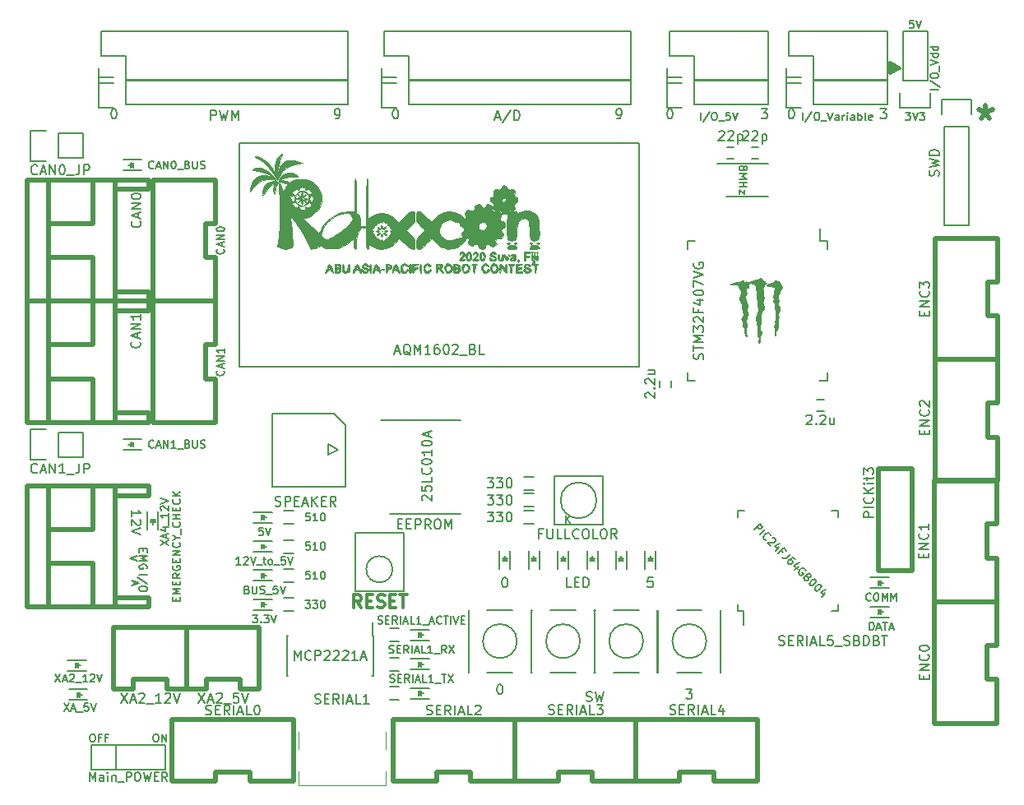
<source format=gbr>
G04 #@! TF.GenerationSoftware,KiCad,Pcbnew,(5.1.4)-1*
G04 #@! TF.CreationDate,2020-02-14T11:52:21+09:00*
G04 #@! TF.ProjectId,stm32f4_Centaurus,73746d33-3266-4345-9f43-656e74617572,rev?*
G04 #@! TF.SameCoordinates,Original*
G04 #@! TF.FileFunction,Legend,Top*
G04 #@! TF.FilePolarity,Positive*
%FSLAX46Y46*%
G04 Gerber Fmt 4.6, Leading zero omitted, Abs format (unit mm)*
G04 Created by KiCad (PCBNEW (5.1.4)-1) date 2020-02-14 11:52:21*
%MOMM*%
%LPD*%
G04 APERTURE LIST*
%ADD10C,0.200000*%
%ADD11C,0.325000*%
%ADD12C,0.500000*%
%ADD13C,0.150000*%
%ADD14C,0.010000*%
%ADD15C,0.120000*%
G04 APERTURE END LIST*
D10*
X82464285Y-129654761D02*
X82607142Y-129702380D01*
X82845238Y-129702380D01*
X82940476Y-129654761D01*
X82988095Y-129607142D01*
X83035714Y-129511904D01*
X83035714Y-129416666D01*
X82988095Y-129321428D01*
X82940476Y-129273809D01*
X82845238Y-129226190D01*
X82654761Y-129178571D01*
X82559523Y-129130952D01*
X82511904Y-129083333D01*
X82464285Y-128988095D01*
X82464285Y-128892857D01*
X82511904Y-128797619D01*
X82559523Y-128750000D01*
X82654761Y-128702380D01*
X82892857Y-128702380D01*
X83035714Y-128750000D01*
X83464285Y-129178571D02*
X83797619Y-129178571D01*
X83940476Y-129702380D02*
X83464285Y-129702380D01*
X83464285Y-128702380D01*
X83940476Y-128702380D01*
X84940476Y-129702380D02*
X84607142Y-129226190D01*
X84369047Y-129702380D02*
X84369047Y-128702380D01*
X84750000Y-128702380D01*
X84845238Y-128750000D01*
X84892857Y-128797619D01*
X84940476Y-128892857D01*
X84940476Y-129035714D01*
X84892857Y-129130952D01*
X84845238Y-129178571D01*
X84750000Y-129226190D01*
X84369047Y-129226190D01*
X85369047Y-129702380D02*
X85369047Y-128702380D01*
X85797619Y-129416666D02*
X86273809Y-129416666D01*
X85702380Y-129702380D02*
X86035714Y-128702380D01*
X86369047Y-129702380D01*
X87178571Y-129702380D02*
X86702380Y-129702380D01*
X86702380Y-128702380D01*
X88035714Y-129702380D02*
X87464285Y-129702380D01*
X87750000Y-129702380D02*
X87750000Y-128702380D01*
X87654761Y-128845238D01*
X87559523Y-128940476D01*
X87464285Y-128988095D01*
D11*
X141723809Y-63754761D02*
X141661904Y-63754761D01*
X141847619Y-63816666D02*
X141661904Y-63816666D01*
X141971428Y-63878571D02*
X141661904Y-63878571D01*
X142095238Y-63940476D02*
X141661904Y-63940476D01*
X142157142Y-64002380D02*
X141661904Y-64002380D01*
X142280952Y-64064285D02*
X141661904Y-64064285D01*
X142404761Y-64126190D02*
X141661904Y-64126190D01*
X142528571Y-64188095D02*
X141661904Y-64188095D01*
X142652380Y-64250000D02*
X141661904Y-64250000D01*
X142528571Y-64311904D02*
X141661904Y-64311904D01*
X142404761Y-64373809D02*
X141661904Y-64373809D01*
X142280952Y-64435714D02*
X141661904Y-64435714D01*
X142157142Y-64497619D02*
X141661904Y-64497619D01*
X142095238Y-64559523D02*
X141661904Y-64559523D01*
X141971428Y-64621428D02*
X141661904Y-64621428D01*
X141847619Y-64683333D02*
X141661904Y-64683333D01*
X141661904Y-64745238D02*
X142590476Y-64250000D01*
X141661904Y-63754761D01*
X141723809Y-64745238D02*
X141661904Y-64745238D01*
X142652380Y-64250000D02*
X141661904Y-64807142D01*
X141661904Y-63692857D01*
X142652380Y-64250000D01*
X87211904Y-119788095D02*
X86778571Y-119169047D01*
X86469047Y-119788095D02*
X86469047Y-118488095D01*
X86964285Y-118488095D01*
X87088095Y-118550000D01*
X87150000Y-118611904D01*
X87211904Y-118735714D01*
X87211904Y-118921428D01*
X87150000Y-119045238D01*
X87088095Y-119107142D01*
X86964285Y-119169047D01*
X86469047Y-119169047D01*
X87769047Y-119107142D02*
X88202380Y-119107142D01*
X88388095Y-119788095D02*
X87769047Y-119788095D01*
X87769047Y-118488095D01*
X88388095Y-118488095D01*
X88883333Y-119726190D02*
X89069047Y-119788095D01*
X89378571Y-119788095D01*
X89502380Y-119726190D01*
X89564285Y-119664285D01*
X89626190Y-119540476D01*
X89626190Y-119416666D01*
X89564285Y-119292857D01*
X89502380Y-119230952D01*
X89378571Y-119169047D01*
X89130952Y-119107142D01*
X89007142Y-119045238D01*
X88945238Y-118983333D01*
X88883333Y-118859523D01*
X88883333Y-118735714D01*
X88945238Y-118611904D01*
X89007142Y-118550000D01*
X89130952Y-118488095D01*
X89440476Y-118488095D01*
X89626190Y-118550000D01*
X90183333Y-119107142D02*
X90616666Y-119107142D01*
X90802380Y-119788095D02*
X90183333Y-119788095D01*
X90183333Y-118488095D01*
X90802380Y-118488095D01*
X91173809Y-118488095D02*
X91916666Y-118488095D01*
X91545238Y-119788095D02*
X91545238Y-118488095D01*
D10*
X144097619Y-59311904D02*
X143716666Y-59311904D01*
X143678571Y-59692857D01*
X143716666Y-59654761D01*
X143792857Y-59616666D01*
X143983333Y-59616666D01*
X144059523Y-59654761D01*
X144097619Y-59692857D01*
X144135714Y-59769047D01*
X144135714Y-59959523D01*
X144097619Y-60035714D01*
X144059523Y-60073809D01*
X143983333Y-60111904D01*
X143792857Y-60111904D01*
X143716666Y-60073809D01*
X143678571Y-60035714D01*
X144364285Y-59311904D02*
X144630952Y-60111904D01*
X144897619Y-59311904D01*
X143259523Y-68811904D02*
X143754761Y-68811904D01*
X143488095Y-69116666D01*
X143602380Y-69116666D01*
X143678571Y-69154761D01*
X143716666Y-69192857D01*
X143754761Y-69269047D01*
X143754761Y-69459523D01*
X143716666Y-69535714D01*
X143678571Y-69573809D01*
X143602380Y-69611904D01*
X143373809Y-69611904D01*
X143297619Y-69573809D01*
X143259523Y-69535714D01*
X143983333Y-68811904D02*
X144250000Y-69611904D01*
X144516666Y-68811904D01*
X144707142Y-68811904D02*
X145202380Y-68811904D01*
X144935714Y-69116666D01*
X145050000Y-69116666D01*
X145126190Y-69154761D01*
X145164285Y-69192857D01*
X145202380Y-69269047D01*
X145202380Y-69459523D01*
X145164285Y-69535714D01*
X145126190Y-69573809D01*
X145050000Y-69611904D01*
X144821428Y-69611904D01*
X144745238Y-69573809D01*
X144707142Y-69535714D01*
X59488095Y-132811904D02*
X59640476Y-132811904D01*
X59716666Y-132850000D01*
X59792857Y-132926190D01*
X59830952Y-133078571D01*
X59830952Y-133345238D01*
X59792857Y-133497619D01*
X59716666Y-133573809D01*
X59640476Y-133611904D01*
X59488095Y-133611904D01*
X59411904Y-133573809D01*
X59335714Y-133497619D01*
X59297619Y-133345238D01*
X59297619Y-133078571D01*
X59335714Y-132926190D01*
X59411904Y-132850000D01*
X59488095Y-132811904D01*
X60440476Y-133192857D02*
X60173809Y-133192857D01*
X60173809Y-133611904D02*
X60173809Y-132811904D01*
X60554761Y-132811904D01*
X61126190Y-133192857D02*
X60859523Y-133192857D01*
X60859523Y-133611904D02*
X60859523Y-132811904D01*
X61240476Y-132811904D01*
X66004761Y-132811904D02*
X66157142Y-132811904D01*
X66233333Y-132850000D01*
X66309523Y-132926190D01*
X66347619Y-133078571D01*
X66347619Y-133345238D01*
X66309523Y-133497619D01*
X66233333Y-133573809D01*
X66157142Y-133611904D01*
X66004761Y-133611904D01*
X65928571Y-133573809D01*
X65852380Y-133497619D01*
X65814285Y-133345238D01*
X65814285Y-133078571D01*
X65852380Y-132926190D01*
X65928571Y-132850000D01*
X66004761Y-132811904D01*
X66690476Y-133611904D02*
X66690476Y-132811904D01*
X67147619Y-133611904D01*
X67147619Y-132811904D01*
D12*
X151500000Y-68107142D02*
X151500000Y-68821428D01*
X150785714Y-68535714D02*
X151500000Y-68821428D01*
X152214285Y-68535714D01*
X151071428Y-69392857D02*
X151500000Y-68821428D01*
X151928571Y-69392857D01*
D10*
X140666666Y-68452380D02*
X141285714Y-68452380D01*
X140952380Y-68833333D01*
X141095238Y-68833333D01*
X141190476Y-68880952D01*
X141238095Y-68928571D01*
X141285714Y-69023809D01*
X141285714Y-69261904D01*
X141238095Y-69357142D01*
X141190476Y-69404761D01*
X141095238Y-69452380D01*
X140809523Y-69452380D01*
X140714285Y-69404761D01*
X140666666Y-69357142D01*
X131452380Y-68452380D02*
X131547619Y-68452380D01*
X131642857Y-68500000D01*
X131690476Y-68547619D01*
X131738095Y-68642857D01*
X131785714Y-68833333D01*
X131785714Y-69071428D01*
X131738095Y-69261904D01*
X131690476Y-69357142D01*
X131642857Y-69404761D01*
X131547619Y-69452380D01*
X131452380Y-69452380D01*
X131357142Y-69404761D01*
X131309523Y-69357142D01*
X131261904Y-69261904D01*
X131214285Y-69071428D01*
X131214285Y-68833333D01*
X131261904Y-68642857D01*
X131309523Y-68547619D01*
X131357142Y-68500000D01*
X131452380Y-68452380D01*
X128416666Y-68452380D02*
X129035714Y-68452380D01*
X128702380Y-68833333D01*
X128845238Y-68833333D01*
X128940476Y-68880952D01*
X128988095Y-68928571D01*
X129035714Y-69023809D01*
X129035714Y-69261904D01*
X128988095Y-69357142D01*
X128940476Y-69404761D01*
X128845238Y-69452380D01*
X128559523Y-69452380D01*
X128464285Y-69404761D01*
X128416666Y-69357142D01*
X118952380Y-68452380D02*
X119047619Y-68452380D01*
X119142857Y-68500000D01*
X119190476Y-68547619D01*
X119238095Y-68642857D01*
X119285714Y-68833333D01*
X119285714Y-69071428D01*
X119238095Y-69261904D01*
X119190476Y-69357142D01*
X119142857Y-69404761D01*
X119047619Y-69452380D01*
X118952380Y-69452380D01*
X118857142Y-69404761D01*
X118809523Y-69357142D01*
X118761904Y-69261904D01*
X118714285Y-69071428D01*
X118714285Y-68833333D01*
X118761904Y-68642857D01*
X118809523Y-68547619D01*
X118857142Y-68500000D01*
X118952380Y-68452380D01*
X113559523Y-69452380D02*
X113750000Y-69452380D01*
X113845238Y-69404761D01*
X113892857Y-69357142D01*
X113988095Y-69214285D01*
X114035714Y-69023809D01*
X114035714Y-68642857D01*
X113988095Y-68547619D01*
X113940476Y-68500000D01*
X113845238Y-68452380D01*
X113654761Y-68452380D01*
X113559523Y-68500000D01*
X113511904Y-68547619D01*
X113464285Y-68642857D01*
X113464285Y-68880952D01*
X113511904Y-68976190D01*
X113559523Y-69023809D01*
X113654761Y-69071428D01*
X113845238Y-69071428D01*
X113940476Y-69023809D01*
X113988095Y-68976190D01*
X114035714Y-68880952D01*
X90702380Y-68452380D02*
X90797619Y-68452380D01*
X90892857Y-68500000D01*
X90940476Y-68547619D01*
X90988095Y-68642857D01*
X91035714Y-68833333D01*
X91035714Y-69071428D01*
X90988095Y-69261904D01*
X90940476Y-69357142D01*
X90892857Y-69404761D01*
X90797619Y-69452380D01*
X90702380Y-69452380D01*
X90607142Y-69404761D01*
X90559523Y-69357142D01*
X90511904Y-69261904D01*
X90464285Y-69071428D01*
X90464285Y-68833333D01*
X90511904Y-68642857D01*
X90559523Y-68547619D01*
X90607142Y-68500000D01*
X90702380Y-68452380D01*
X84559523Y-69452380D02*
X84750000Y-69452380D01*
X84845238Y-69404761D01*
X84892857Y-69357142D01*
X84988095Y-69214285D01*
X85035714Y-69023809D01*
X85035714Y-68642857D01*
X84988095Y-68547619D01*
X84940476Y-68500000D01*
X84845238Y-68452380D01*
X84654761Y-68452380D01*
X84559523Y-68500000D01*
X84511904Y-68547619D01*
X84464285Y-68642857D01*
X84464285Y-68880952D01*
X84511904Y-68976190D01*
X84559523Y-69023809D01*
X84654761Y-69071428D01*
X84845238Y-69071428D01*
X84940476Y-69023809D01*
X84988095Y-68976190D01*
X85035714Y-68880952D01*
X61702380Y-68452380D02*
X61797619Y-68452380D01*
X61892857Y-68500000D01*
X61940476Y-68547619D01*
X61988095Y-68642857D01*
X62035714Y-68833333D01*
X62035714Y-69071428D01*
X61988095Y-69261904D01*
X61940476Y-69357142D01*
X61892857Y-69404761D01*
X61797619Y-69452380D01*
X61702380Y-69452380D01*
X61607142Y-69404761D01*
X61559523Y-69357142D01*
X61511904Y-69261904D01*
X61464285Y-69071428D01*
X61464285Y-68833333D01*
X61511904Y-68642857D01*
X61559523Y-68547619D01*
X61607142Y-68500000D01*
X61702380Y-68452380D01*
X120666666Y-128202380D02*
X121285714Y-128202380D01*
X120952380Y-128583333D01*
X121095238Y-128583333D01*
X121190476Y-128630952D01*
X121238095Y-128678571D01*
X121285714Y-128773809D01*
X121285714Y-129011904D01*
X121238095Y-129107142D01*
X121190476Y-129154761D01*
X121095238Y-129202380D01*
X120809523Y-129202380D01*
X120714285Y-129154761D01*
X120666666Y-129107142D01*
X101452380Y-127702380D02*
X101547619Y-127702380D01*
X101642857Y-127750000D01*
X101690476Y-127797619D01*
X101738095Y-127892857D01*
X101785714Y-128083333D01*
X101785714Y-128321428D01*
X101738095Y-128511904D01*
X101690476Y-128607142D01*
X101642857Y-128654761D01*
X101547619Y-128702380D01*
X101452380Y-128702380D01*
X101357142Y-128654761D01*
X101309523Y-128607142D01*
X101261904Y-128511904D01*
X101214285Y-128321428D01*
X101214285Y-128083333D01*
X101261904Y-127892857D01*
X101309523Y-127797619D01*
X101357142Y-127750000D01*
X101452380Y-127702380D01*
X110392857Y-129404761D02*
X110535714Y-129452380D01*
X110773809Y-129452380D01*
X110869047Y-129404761D01*
X110916666Y-129357142D01*
X110964285Y-129261904D01*
X110964285Y-129166666D01*
X110916666Y-129071428D01*
X110869047Y-129023809D01*
X110773809Y-128976190D01*
X110583333Y-128928571D01*
X110488095Y-128880952D01*
X110440476Y-128833333D01*
X110392857Y-128738095D01*
X110392857Y-128642857D01*
X110440476Y-128547619D01*
X110488095Y-128500000D01*
X110583333Y-128452380D01*
X110821428Y-128452380D01*
X110964285Y-128500000D01*
X111297619Y-128452380D02*
X111535714Y-129452380D01*
X111726190Y-128738095D01*
X111916666Y-129452380D01*
X112154761Y-128452380D01*
X108857142Y-117702380D02*
X108380952Y-117702380D01*
X108380952Y-116702380D01*
X109190476Y-117178571D02*
X109523809Y-117178571D01*
X109666666Y-117702380D02*
X109190476Y-117702380D01*
X109190476Y-116702380D01*
X109666666Y-116702380D01*
X110095238Y-117702380D02*
X110095238Y-116702380D01*
X110333333Y-116702380D01*
X110476190Y-116750000D01*
X110571428Y-116845238D01*
X110619047Y-116940476D01*
X110666666Y-117130952D01*
X110666666Y-117273809D01*
X110619047Y-117464285D01*
X110571428Y-117559523D01*
X110476190Y-117654761D01*
X110333333Y-117702380D01*
X110095238Y-117702380D01*
D13*
X108290476Y-111111904D02*
X108290476Y-110311904D01*
X108747619Y-111111904D02*
X108404761Y-110654761D01*
X108747619Y-110311904D02*
X108290476Y-110769047D01*
D10*
X117238095Y-116702380D02*
X116761904Y-116702380D01*
X116714285Y-117178571D01*
X116761904Y-117130952D01*
X116857142Y-117083333D01*
X117095238Y-117083333D01*
X117190476Y-117130952D01*
X117238095Y-117178571D01*
X117285714Y-117273809D01*
X117285714Y-117511904D01*
X117238095Y-117607142D01*
X117190476Y-117654761D01*
X117095238Y-117702380D01*
X116857142Y-117702380D01*
X116761904Y-117654761D01*
X116714285Y-117607142D01*
X101952380Y-116702380D02*
X102047619Y-116702380D01*
X102142857Y-116750000D01*
X102190476Y-116797619D01*
X102238095Y-116892857D01*
X102285714Y-117083333D01*
X102285714Y-117321428D01*
X102238095Y-117511904D01*
X102190476Y-117607142D01*
X102142857Y-117654761D01*
X102047619Y-117702380D01*
X101952380Y-117702380D01*
X101857142Y-117654761D01*
X101809523Y-117607142D01*
X101761904Y-117511904D01*
X101714285Y-117321428D01*
X101714285Y-117083333D01*
X101761904Y-116892857D01*
X101809523Y-116797619D01*
X101857142Y-116750000D01*
X101952380Y-116702380D01*
X105857142Y-112178571D02*
X105523809Y-112178571D01*
X105523809Y-112702380D02*
X105523809Y-111702380D01*
X106000000Y-111702380D01*
X106380952Y-111702380D02*
X106380952Y-112511904D01*
X106428571Y-112607142D01*
X106476190Y-112654761D01*
X106571428Y-112702380D01*
X106761904Y-112702380D01*
X106857142Y-112654761D01*
X106904761Y-112607142D01*
X106952380Y-112511904D01*
X106952380Y-111702380D01*
X107904761Y-112702380D02*
X107428571Y-112702380D01*
X107428571Y-111702380D01*
X108714285Y-112702380D02*
X108238095Y-112702380D01*
X108238095Y-111702380D01*
X109619047Y-112607142D02*
X109571428Y-112654761D01*
X109428571Y-112702380D01*
X109333333Y-112702380D01*
X109190476Y-112654761D01*
X109095238Y-112559523D01*
X109047619Y-112464285D01*
X109000000Y-112273809D01*
X109000000Y-112130952D01*
X109047619Y-111940476D01*
X109095238Y-111845238D01*
X109190476Y-111750000D01*
X109333333Y-111702380D01*
X109428571Y-111702380D01*
X109571428Y-111750000D01*
X109619047Y-111797619D01*
X110238095Y-111702380D02*
X110428571Y-111702380D01*
X110523809Y-111750000D01*
X110619047Y-111845238D01*
X110666666Y-112035714D01*
X110666666Y-112369047D01*
X110619047Y-112559523D01*
X110523809Y-112654761D01*
X110428571Y-112702380D01*
X110238095Y-112702380D01*
X110142857Y-112654761D01*
X110047619Y-112559523D01*
X110000000Y-112369047D01*
X110000000Y-112035714D01*
X110047619Y-111845238D01*
X110142857Y-111750000D01*
X110238095Y-111702380D01*
X111571428Y-112702380D02*
X111095238Y-112702380D01*
X111095238Y-111702380D01*
X112095238Y-111702380D02*
X112285714Y-111702380D01*
X112380952Y-111750000D01*
X112476190Y-111845238D01*
X112523809Y-112035714D01*
X112523809Y-112369047D01*
X112476190Y-112559523D01*
X112380952Y-112654761D01*
X112285714Y-112702380D01*
X112095238Y-112702380D01*
X112000000Y-112654761D01*
X111904761Y-112559523D01*
X111857142Y-112369047D01*
X111857142Y-112035714D01*
X111904761Y-111845238D01*
X112000000Y-111750000D01*
X112095238Y-111702380D01*
X113523809Y-112702380D02*
X113190476Y-112226190D01*
X112952380Y-112702380D02*
X112952380Y-111702380D01*
X113333333Y-111702380D01*
X113428571Y-111750000D01*
X113476190Y-111797619D01*
X113523809Y-111892857D01*
X113523809Y-112035714D01*
X113476190Y-112130952D01*
X113428571Y-112178571D01*
X113333333Y-112226190D01*
X112952380Y-112226190D01*
X90988095Y-111178571D02*
X91321428Y-111178571D01*
X91464285Y-111702380D02*
X90988095Y-111702380D01*
X90988095Y-110702380D01*
X91464285Y-110702380D01*
X91892857Y-111178571D02*
X92226190Y-111178571D01*
X92369047Y-111702380D02*
X91892857Y-111702380D01*
X91892857Y-110702380D01*
X92369047Y-110702380D01*
X92797619Y-111702380D02*
X92797619Y-110702380D01*
X93178571Y-110702380D01*
X93273809Y-110750000D01*
X93321428Y-110797619D01*
X93369047Y-110892857D01*
X93369047Y-111035714D01*
X93321428Y-111130952D01*
X93273809Y-111178571D01*
X93178571Y-111226190D01*
X92797619Y-111226190D01*
X94369047Y-111702380D02*
X94035714Y-111226190D01*
X93797619Y-111702380D02*
X93797619Y-110702380D01*
X94178571Y-110702380D01*
X94273809Y-110750000D01*
X94321428Y-110797619D01*
X94369047Y-110892857D01*
X94369047Y-111035714D01*
X94321428Y-111130952D01*
X94273809Y-111178571D01*
X94178571Y-111226190D01*
X93797619Y-111226190D01*
X94988095Y-110702380D02*
X95178571Y-110702380D01*
X95273809Y-110750000D01*
X95369047Y-110845238D01*
X95416666Y-111035714D01*
X95416666Y-111369047D01*
X95369047Y-111559523D01*
X95273809Y-111654761D01*
X95178571Y-111702380D01*
X94988095Y-111702380D01*
X94892857Y-111654761D01*
X94797619Y-111559523D01*
X94750000Y-111369047D01*
X94750000Y-111035714D01*
X94797619Y-110845238D01*
X94892857Y-110750000D01*
X94988095Y-110702380D01*
X95845238Y-111702380D02*
X95845238Y-110702380D01*
X96178571Y-111416666D01*
X96511904Y-110702380D01*
X96511904Y-111702380D01*
D13*
X63816666Y-117059523D02*
X63816666Y-117440476D01*
X63588095Y-116983333D02*
X64388095Y-117250000D01*
X63588095Y-117516666D01*
X64388095Y-116411904D02*
X65188095Y-116411904D01*
X65226190Y-117364285D02*
X64197619Y-116678571D01*
X65188095Y-117783333D02*
X65188095Y-117935714D01*
X65150000Y-118011904D01*
X65073809Y-118088095D01*
X64921428Y-118126190D01*
X64654761Y-118126190D01*
X64502380Y-118088095D01*
X64426190Y-118011904D01*
X64388095Y-117935714D01*
X64388095Y-117783333D01*
X64426190Y-117707142D01*
X64502380Y-117630952D01*
X64654761Y-117592857D01*
X64921428Y-117592857D01*
X65073809Y-117630952D01*
X65150000Y-117707142D01*
X65188095Y-117783333D01*
X64188095Y-114483333D02*
X63388095Y-114750000D01*
X64188095Y-115016666D01*
X64807142Y-113721428D02*
X64807142Y-113988095D01*
X64388095Y-114102380D02*
X64388095Y-113721428D01*
X65188095Y-113721428D01*
X65188095Y-114102380D01*
X64388095Y-114445238D02*
X65188095Y-114445238D01*
X64616666Y-114711904D01*
X65188095Y-114978571D01*
X64388095Y-114978571D01*
X65150000Y-115778571D02*
X65188095Y-115702380D01*
X65188095Y-115588095D01*
X65150000Y-115473809D01*
X65073809Y-115397619D01*
X64997619Y-115359523D01*
X64845238Y-115321428D01*
X64730952Y-115321428D01*
X64578571Y-115359523D01*
X64502380Y-115397619D01*
X64426190Y-115473809D01*
X64388095Y-115588095D01*
X64388095Y-115664285D01*
X64426190Y-115778571D01*
X64464285Y-115816666D01*
X64730952Y-115816666D01*
X64730952Y-115664285D01*
D10*
X63547619Y-110380952D02*
X63547619Y-109809523D01*
X63547619Y-110095238D02*
X64547619Y-110095238D01*
X64404761Y-110000000D01*
X64309523Y-109904761D01*
X64261904Y-109809523D01*
X64452380Y-110761904D02*
X64500000Y-110809523D01*
X64547619Y-110904761D01*
X64547619Y-111142857D01*
X64500000Y-111238095D01*
X64452380Y-111285714D01*
X64357142Y-111333333D01*
X64261904Y-111333333D01*
X64119047Y-111285714D01*
X63547619Y-110714285D01*
X63547619Y-111333333D01*
X64547619Y-111619047D02*
X63547619Y-111952380D01*
X64547619Y-112285714D01*
D13*
X84400000Y-99850000D02*
X78100000Y-99850000D01*
X78100000Y-99850000D02*
X78100000Y-107350000D01*
X85600000Y-107350000D02*
X78100000Y-107350000D01*
X85600000Y-107350000D02*
X85600000Y-101050000D01*
X84400000Y-99850000D02*
X85600000Y-101050000D01*
X83800000Y-104050000D02*
X84800000Y-103550000D01*
X83800000Y-102950000D02*
X83800000Y-104050000D01*
X84800000Y-103550000D02*
X83800000Y-102950000D01*
X117725000Y-126475000D02*
X117725000Y-120025000D01*
X113200000Y-126475000D02*
X115800000Y-126475000D01*
X111275000Y-126475000D02*
X111275000Y-120025000D01*
X113200000Y-120025000D02*
X115800000Y-120025000D01*
X111300000Y-126475000D02*
X111275000Y-126475000D01*
X117725000Y-126475000D02*
X117700000Y-126475000D01*
X117725000Y-120025000D02*
X117700000Y-120025000D01*
X111275000Y-120025000D02*
X111300000Y-120025000D01*
X116250714Y-123250000D02*
G75*
G03X116250714Y-123250000I-1750714J0D01*
G01*
X125995000Y-120135000D02*
X126595000Y-120135000D01*
X125995000Y-109785000D02*
X126665000Y-109785000D01*
X136345000Y-109785000D02*
X135675000Y-109785000D01*
X136345000Y-120135000D02*
X135675000Y-120135000D01*
X125995000Y-120135000D02*
X125995000Y-119465000D01*
X136345000Y-120135000D02*
X136345000Y-119465000D01*
X136345000Y-109785000D02*
X136345000Y-110455000D01*
X125995000Y-109785000D02*
X125995000Y-110455000D01*
X126595000Y-120135000D02*
X126595000Y-121610000D01*
X130950000Y-65800000D02*
X132500000Y-65800000D01*
X133770000Y-62980000D02*
X133770000Y-65520000D01*
X131230000Y-62980000D02*
X133770000Y-62980000D01*
X130950000Y-64250000D02*
X130950000Y-65800000D01*
X131230000Y-60440000D02*
X131230000Y-62980000D01*
X141390000Y-60440000D02*
X131230000Y-60440000D01*
X141390000Y-65520000D02*
X141390000Y-60440000D01*
X133770000Y-65520000D02*
X141390000Y-65520000D01*
D12*
X146220000Y-119210000D02*
X152620000Y-119210000D01*
X152620000Y-106710000D02*
X146220000Y-106710000D01*
X146220000Y-106710000D02*
X146220000Y-119210000D01*
X152620000Y-111210000D02*
X152620000Y-106710000D01*
X151620000Y-111210000D02*
X152620000Y-111210000D01*
X151620000Y-114710000D02*
X151620000Y-111210000D01*
X152620000Y-114710000D02*
X151620000Y-114710000D01*
X152620000Y-119210000D02*
X152620000Y-114710000D01*
D13*
X74650000Y-71970000D02*
X115850000Y-71970000D01*
X115850000Y-71970000D02*
X115850000Y-95030000D01*
X115850000Y-95030000D02*
X74650000Y-95030000D01*
X74650000Y-95030000D02*
X74650000Y-71970000D01*
D12*
X65400000Y-119750000D02*
X65400000Y-118750000D01*
X65400000Y-118750000D02*
X61900000Y-118750000D01*
X65400000Y-107250000D02*
X65400000Y-108250000D01*
X65400000Y-108250000D02*
X61900000Y-108250000D01*
X61900000Y-119750000D02*
X61900000Y-107250000D01*
X59600000Y-115250000D02*
X59600000Y-119750000D01*
X59600000Y-111750000D02*
X59600000Y-107250000D01*
X59600000Y-115250000D02*
X55000000Y-115250000D01*
X59600000Y-111750000D02*
X55000000Y-111750000D01*
X55000000Y-107250000D02*
X55000000Y-119750000D01*
X65400000Y-119750000D02*
X52800000Y-119750000D01*
X52800000Y-119750000D02*
X52800000Y-107250000D01*
X65400000Y-107250000D02*
X52800000Y-107250000D01*
D13*
X92160000Y-65480000D02*
X115020000Y-65480000D01*
X115020000Y-65480000D02*
X115020000Y-68020000D01*
X115020000Y-68020000D02*
X92160000Y-68020000D01*
X89340000Y-65200000D02*
X90890000Y-65200000D01*
X92160000Y-65480000D02*
X92160000Y-68020000D01*
X90890000Y-68300000D02*
X89340000Y-68300000D01*
X89340000Y-68300000D02*
X89340000Y-65200000D01*
D12*
X67750000Y-131300000D02*
X67750000Y-137700000D01*
X80250000Y-137700000D02*
X80250000Y-131300000D01*
X80250000Y-131300000D02*
X67750000Y-131300000D01*
X75750000Y-137700000D02*
X80250000Y-137700000D01*
X75750000Y-136700000D02*
X75750000Y-137700000D01*
X72250000Y-136700000D02*
X75750000Y-136700000D01*
X72250000Y-137700000D02*
X72250000Y-136700000D01*
X67750000Y-137700000D02*
X72250000Y-137700000D01*
D14*
G36*
X128356152Y-85885803D02*
G01*
X128374458Y-85892221D01*
X128381769Y-85907517D01*
X128383331Y-85917842D01*
X128393277Y-85944137D01*
X128419700Y-85961174D01*
X128431800Y-85965467D01*
X128467946Y-85984493D01*
X128480118Y-86006876D01*
X128494476Y-86030972D01*
X128521631Y-86041531D01*
X128551815Y-86054836D01*
X128588155Y-86080720D01*
X128609335Y-86100130D01*
X128650561Y-86135633D01*
X128685491Y-86150430D01*
X128695171Y-86151200D01*
X128740047Y-86159060D01*
X128770282Y-86184372D01*
X128788255Y-86229730D01*
X128793047Y-86257927D01*
X128801741Y-86306589D01*
X128815815Y-86335541D01*
X128839901Y-86350461D01*
X128873485Y-86356537D01*
X128915019Y-86360750D01*
X128786350Y-86506800D01*
X128715961Y-86588994D01*
X128660983Y-86660389D01*
X128620018Y-86725720D01*
X128591667Y-86789720D01*
X128574532Y-86857125D01*
X128567215Y-86932669D01*
X128568318Y-87021088D01*
X128576441Y-87127116D01*
X128583344Y-87194181D01*
X128598853Y-87336854D01*
X128611965Y-87456329D01*
X128622991Y-87554662D01*
X128632246Y-87633909D01*
X128640042Y-87696128D01*
X128646691Y-87743374D01*
X128652507Y-87777705D01*
X128657803Y-87801176D01*
X128662890Y-87815845D01*
X128668083Y-87823767D01*
X128673693Y-87826999D01*
X128679691Y-87827600D01*
X128694299Y-87837629D01*
X128697555Y-87863814D01*
X128690783Y-87900295D01*
X128675304Y-87941215D01*
X128652441Y-87980715D01*
X128642111Y-87994111D01*
X128626213Y-88015384D01*
X128616528Y-88037478D01*
X128611547Y-88067344D01*
X128609763Y-88111936D01*
X128609600Y-88144106D01*
X128608862Y-88199465D01*
X128605840Y-88235568D01*
X128599319Y-88258538D01*
X128588083Y-88274494D01*
X128582699Y-88279656D01*
X128568200Y-88295856D01*
X128561121Y-88315894D01*
X128560056Y-88347323D01*
X128562703Y-88387106D01*
X128567057Y-88424807D01*
X128574604Y-88464130D01*
X128586583Y-88509083D01*
X128604235Y-88563675D01*
X128628799Y-88631913D01*
X128661515Y-88717805D01*
X128678353Y-88761050D01*
X128706962Y-88848177D01*
X128721797Y-88926208D01*
X128722466Y-88991391D01*
X128708580Y-89039975D01*
X128707574Y-89041766D01*
X128679525Y-89081567D01*
X128641678Y-89124189D01*
X128600945Y-89162778D01*
X128564240Y-89190482D01*
X128550099Y-89197894D01*
X128512501Y-89225704D01*
X128490118Y-89272868D01*
X128482601Y-89340128D01*
X128482600Y-89341203D01*
X128475981Y-89396010D01*
X128458371Y-89445355D01*
X128433143Y-89481163D01*
X128420175Y-89490724D01*
X128397899Y-89516117D01*
X128393700Y-89540834D01*
X128385754Y-89576985D01*
X128368300Y-89609065D01*
X128356496Y-89627594D01*
X128348971Y-89650830D01*
X128344831Y-89684561D01*
X128343180Y-89734573D01*
X128343011Y-89772703D01*
X128344057Y-89839196D01*
X128346812Y-89920244D01*
X128350844Y-90005091D01*
X128355186Y-90075500D01*
X128359129Y-90242872D01*
X128349073Y-90422896D01*
X128325607Y-90607433D01*
X128310501Y-90691450D01*
X128299192Y-90775741D01*
X128294016Y-90876527D01*
X128294706Y-90985718D01*
X128300999Y-91095226D01*
X128312630Y-91196965D01*
X128329333Y-91282845D01*
X128329931Y-91285175D01*
X128347404Y-91345106D01*
X128362816Y-91382581D01*
X128375611Y-91396264D01*
X128376209Y-91396300D01*
X128392177Y-91387108D01*
X128393894Y-91380425D01*
X128398285Y-91373813D01*
X128406400Y-91383600D01*
X128416130Y-91415111D01*
X128417923Y-91462148D01*
X128413007Y-91518952D01*
X128402608Y-91579765D01*
X128387953Y-91638829D01*
X128370268Y-91690386D01*
X128350782Y-91728677D01*
X128330720Y-91747945D01*
X128328623Y-91748632D01*
X128317681Y-91754129D01*
X128310474Y-91766916D01*
X128306078Y-91791728D01*
X128303568Y-91833299D01*
X128302261Y-91883556D01*
X128301527Y-91957386D01*
X128301786Y-92041804D01*
X128302965Y-92122019D01*
X128303559Y-92145600D01*
X128304808Y-92206780D01*
X128303830Y-92248410D01*
X128299831Y-92276299D01*
X128292017Y-92296257D01*
X128280697Y-92312703D01*
X128261985Y-92344387D01*
X128254003Y-92373830D01*
X128254000Y-92374283D01*
X128243506Y-92422001D01*
X128214731Y-92474681D01*
X128171734Y-92525200D01*
X128163757Y-92532651D01*
X128126592Y-92563796D01*
X128102076Y-92575970D01*
X128087519Y-92567589D01*
X128080229Y-92537068D01*
X128077515Y-92482821D01*
X128077496Y-92481857D01*
X128077650Y-92430162D01*
X128081130Y-92398809D01*
X128088773Y-92382860D01*
X128094973Y-92378898D01*
X128109534Y-92361433D01*
X128114300Y-92334791D01*
X128118456Y-92303455D01*
X128129260Y-92258958D01*
X128141802Y-92218675D01*
X128162971Y-92145466D01*
X128169032Y-92086599D01*
X128159529Y-92035667D01*
X128134008Y-91986266D01*
X128124331Y-91972384D01*
X128051144Y-91853129D01*
X128001389Y-91729063D01*
X127994506Y-91704406D01*
X127989007Y-91679685D01*
X127984704Y-91650855D01*
X127981516Y-91615008D01*
X127979361Y-91569237D01*
X127978156Y-91510633D01*
X127977820Y-91436289D01*
X127978271Y-91343295D01*
X127979426Y-91228744D01*
X127979929Y-91187202D01*
X127985417Y-90747428D01*
X127948410Y-90668347D01*
X127914961Y-90582176D01*
X127901862Y-90509353D01*
X127908905Y-90448306D01*
X127916851Y-90427805D01*
X127929447Y-90397774D01*
X127930830Y-90375402D01*
X127920509Y-90348223D01*
X127913140Y-90333500D01*
X127875107Y-90242170D01*
X127854367Y-90147834D01*
X127849324Y-90042332D01*
X127850350Y-90012823D01*
X127851740Y-89983068D01*
X127853226Y-89957639D01*
X127855579Y-89933900D01*
X127859568Y-89909214D01*
X127865964Y-89880943D01*
X127875537Y-89846451D01*
X127889057Y-89803100D01*
X127907295Y-89748255D01*
X127931019Y-89679277D01*
X127961001Y-89593530D01*
X127998011Y-89488376D01*
X128030174Y-89397091D01*
X128052359Y-89336398D01*
X128072871Y-89284457D01*
X128089740Y-89245965D01*
X128100999Y-89225618D01*
X128102780Y-89223870D01*
X128109393Y-89214356D01*
X128111706Y-89194689D01*
X128109360Y-89162153D01*
X128101994Y-89114032D01*
X128089249Y-89047614D01*
X128070766Y-88960181D01*
X128063322Y-88926150D01*
X128032120Y-88774842D01*
X128009843Y-88643190D01*
X127996227Y-88527167D01*
X127991008Y-88422750D01*
X127993921Y-88325913D01*
X128004702Y-88232631D01*
X128014296Y-88179366D01*
X128021984Y-88137743D01*
X128023009Y-88113315D01*
X128016256Y-88098491D01*
X128000612Y-88085679D01*
X128000543Y-88085631D01*
X127975758Y-88063750D01*
X127958179Y-88035634D01*
X127947039Y-87997386D01*
X127941571Y-87945107D01*
X127941006Y-87874901D01*
X127943835Y-87797660D01*
X127947076Y-87725992D01*
X127948408Y-87674744D01*
X127947429Y-87638981D01*
X127943735Y-87613767D01*
X127936923Y-87594168D01*
X127926592Y-87575247D01*
X127925535Y-87573508D01*
X127909638Y-87542794D01*
X127901389Y-87511547D01*
X127900765Y-87474016D01*
X127907745Y-87424451D01*
X127922304Y-87357101D01*
X127924642Y-87347205D01*
X127938459Y-87280436D01*
X127942004Y-87231772D01*
X127933837Y-87195504D01*
X127912517Y-87165920D01*
X127876604Y-87137312D01*
X127870675Y-87133291D01*
X127837045Y-87108089D01*
X127819857Y-87085131D01*
X127812924Y-87055128D01*
X127812058Y-87045300D01*
X127813937Y-87009038D01*
X127822327Y-86957705D01*
X127835650Y-86900306D01*
X127840633Y-86882349D01*
X127862175Y-86790629D01*
X127872113Y-86706822D01*
X127869931Y-86636660D01*
X127864995Y-86611574D01*
X127848896Y-86588044D01*
X127826233Y-86582999D01*
X127785743Y-86576164D01*
X127752823Y-86553068D01*
X127722620Y-86509829D01*
X127713667Y-86492950D01*
X127681369Y-86429212D01*
X127568649Y-86432793D01*
X127511147Y-86433692D01*
X127473076Y-86431470D01*
X127448576Y-86425343D01*
X127431787Y-86414525D01*
X127431690Y-86414436D01*
X127412202Y-86402659D01*
X127382037Y-86395789D01*
X127335363Y-86392827D01*
X127303674Y-86392499D01*
X127251660Y-86393984D01*
X127215738Y-86398082D01*
X127200206Y-86404261D01*
X127199900Y-86405379D01*
X127191175Y-86421217D01*
X127169365Y-86445199D01*
X127160319Y-86453623D01*
X127120738Y-86488988D01*
X127122733Y-86625222D01*
X127122799Y-86686635D01*
X127121382Y-86743147D01*
X127118749Y-86787074D01*
X127116450Y-86805578D01*
X127110287Y-86831589D01*
X127099635Y-86844626D01*
X127077124Y-86849169D01*
X127043841Y-86849700D01*
X127001742Y-86852578D01*
X126965873Y-86863799D01*
X126925250Y-86887239D01*
X126911904Y-86896260D01*
X126844299Y-86942821D01*
X126844299Y-87148779D01*
X126844434Y-87225384D01*
X126845157Y-87280356D01*
X126846949Y-87317463D01*
X126850290Y-87340473D01*
X126855658Y-87353153D01*
X126863535Y-87359271D01*
X126871434Y-87361833D01*
X126887848Y-87369204D01*
X126894322Y-87384707D01*
X126893217Y-87415819D01*
X126892018Y-87427047D01*
X126887442Y-87455281D01*
X126878853Y-87481887D01*
X126863575Y-87511816D01*
X126838935Y-87550021D01*
X126802256Y-87601452D01*
X126785412Y-87624400D01*
X126771368Y-87644610D01*
X126762322Y-87663450D01*
X126757500Y-87686615D01*
X126756126Y-87719800D01*
X126757426Y-87768700D01*
X126759491Y-87814900D01*
X126767403Y-87914012D01*
X126782490Y-88010831D01*
X126806136Y-88110918D01*
X126839722Y-88219834D01*
X126884632Y-88343142D01*
X126901616Y-88386537D01*
X126941205Y-88487171D01*
X126971775Y-88567044D01*
X126994231Y-88628781D01*
X127009477Y-88675003D01*
X127018416Y-88708333D01*
X127021953Y-88731393D01*
X127022100Y-88736023D01*
X127016007Y-88768759D01*
X127000690Y-88811410D01*
X126980594Y-88853889D01*
X126960162Y-88886106D01*
X126952397Y-88894277D01*
X126944319Y-88905872D01*
X126938765Y-88927559D01*
X126935330Y-88963285D01*
X126933612Y-89016993D01*
X126933200Y-89081875D01*
X126933416Y-89151347D01*
X126934646Y-89200877D01*
X126937765Y-89235924D01*
X126943644Y-89261947D01*
X126953159Y-89284403D01*
X126967181Y-89308752D01*
X126970320Y-89313870D01*
X127015649Y-89404828D01*
X127041577Y-89496427D01*
X127048074Y-89584992D01*
X127035108Y-89666850D01*
X127002647Y-89738330D01*
X126974302Y-89774186D01*
X126949887Y-89808042D01*
X126943339Y-89845860D01*
X126943809Y-89856736D01*
X126941317Y-89895010D01*
X126931469Y-89944043D01*
X126921084Y-89979063D01*
X126907111Y-90024287D01*
X126897679Y-90064175D01*
X126895100Y-90085027D01*
X126885760Y-90113418D01*
X126869700Y-90122620D01*
X126855670Y-90129555D01*
X126847961Y-90145153D01*
X126844784Y-90175562D01*
X126844300Y-90209880D01*
X126846881Y-90258511D01*
X126853801Y-90321614D01*
X126863822Y-90388882D01*
X126869661Y-90421124D01*
X126883279Y-90510187D01*
X126891836Y-90606888D01*
X126895271Y-90704717D01*
X126893524Y-90797160D01*
X126886534Y-90877705D01*
X126874459Y-90939100D01*
X126867320Y-90970124D01*
X126861671Y-91010738D01*
X126857301Y-91064199D01*
X126853997Y-91133764D01*
X126851549Y-91222691D01*
X126849979Y-91316190D01*
X126848825Y-91413681D01*
X126848435Y-91489025D01*
X126848977Y-91545467D01*
X126850623Y-91586252D01*
X126853544Y-91614626D01*
X126857910Y-91633834D01*
X126863891Y-91647121D01*
X126867676Y-91652740D01*
X126881087Y-91680908D01*
X126887821Y-91723441D01*
X126889131Y-91770652D01*
X126887989Y-91818186D01*
X126884131Y-91845929D01*
X126876150Y-91859455D01*
X126865566Y-91863843D01*
X126845705Y-91861712D01*
X126825669Y-91844999D01*
X126802733Y-91810501D01*
X126775733Y-91758250D01*
X126757952Y-91718232D01*
X126742296Y-91674776D01*
X126727979Y-91624338D01*
X126714211Y-91563370D01*
X126700205Y-91488328D01*
X126685173Y-91395665D01*
X126668328Y-91281836D01*
X126665546Y-91262365D01*
X126625870Y-90983646D01*
X126577124Y-90930763D01*
X126544557Y-90888169D01*
X126524663Y-90847263D01*
X126521808Y-90835465D01*
X126517384Y-90796485D01*
X126512833Y-90738896D01*
X126508500Y-90669485D01*
X126504726Y-90595039D01*
X126501856Y-90522344D01*
X126500233Y-90458187D01*
X126500201Y-90409355D01*
X126500216Y-90408690D01*
X126499161Y-90355006D01*
X126490641Y-90313852D01*
X126471085Y-90276365D01*
X126436923Y-90233682D01*
X126423827Y-90219125D01*
X126388742Y-90176185D01*
X126369143Y-90137721D01*
X126365262Y-90098709D01*
X126377327Y-90054123D01*
X126405569Y-89998939D01*
X126436141Y-89949680D01*
X126461561Y-89907610D01*
X126480222Y-89871506D01*
X126488559Y-89848361D01*
X126488700Y-89846545D01*
X126493670Y-89822918D01*
X126506377Y-89786471D01*
X126516267Y-89762789D01*
X126536033Y-89694684D01*
X126544062Y-89610193D01*
X126540828Y-89515202D01*
X126526805Y-89415598D01*
X126502465Y-89317267D01*
X126474164Y-89239422D01*
X126465455Y-89215646D01*
X126459140Y-89188250D01*
X126454859Y-89152874D01*
X126452250Y-89105161D01*
X126450951Y-89040755D01*
X126450600Y-88955632D01*
X126450395Y-88873244D01*
X126449514Y-88812202D01*
X126447557Y-88768454D01*
X126444125Y-88737948D01*
X126438817Y-88716633D01*
X126431234Y-88700455D01*
X126424399Y-88690076D01*
X126408978Y-88659461D01*
X126392890Y-88613277D01*
X126379411Y-88561048D01*
X126378451Y-88556441D01*
X126364999Y-88502895D01*
X126349442Y-88460083D01*
X126334801Y-88435701D01*
X126316916Y-88404460D01*
X126310899Y-88370525D01*
X126304901Y-88336970D01*
X126283202Y-88308126D01*
X126267547Y-88294659D01*
X126215176Y-88237239D01*
X126178358Y-88163040D01*
X126159037Y-88076731D01*
X126156553Y-88028125D01*
X126157098Y-87998014D01*
X126158905Y-87969973D01*
X126162808Y-87940561D01*
X126169639Y-87906337D01*
X126180231Y-87863861D01*
X126195415Y-87809692D01*
X126216025Y-87740389D01*
X126242893Y-87652511D01*
X126263871Y-87584565D01*
X126283312Y-87515870D01*
X126300318Y-87445094D01*
X126312783Y-87381625D01*
X126317995Y-87343265D01*
X126321295Y-87265249D01*
X126313374Y-87203041D01*
X126291421Y-87148658D01*
X126252623Y-87094120D01*
X126215938Y-87053659D01*
X126161781Y-86994542D01*
X126124305Y-86945105D01*
X126100587Y-86898876D01*
X126087704Y-86849385D01*
X126082734Y-86790161D01*
X126082300Y-86757813D01*
X126081443Y-86701605D01*
X126078114Y-86664622D01*
X126071172Y-86640722D01*
X126059474Y-86623765D01*
X126056899Y-86621100D01*
X126030030Y-86602130D01*
X126008043Y-86595699D01*
X125982237Y-86587659D01*
X125954068Y-86568795D01*
X125939010Y-86557129D01*
X125922133Y-86549850D01*
X125898047Y-86546363D01*
X125861363Y-86546075D01*
X125806691Y-86548393D01*
X125781315Y-86549764D01*
X125693585Y-86552030D01*
X125629719Y-86547825D01*
X125589949Y-86537185D01*
X125574508Y-86520148D01*
X125574300Y-86517461D01*
X125562356Y-86513639D01*
X125529546Y-86510423D01*
X125480402Y-86508085D01*
X125419456Y-86506895D01*
X125395568Y-86506800D01*
X125324527Y-86506502D01*
X125275210Y-86505324D01*
X125243946Y-86502835D01*
X125227063Y-86498606D01*
X125220891Y-86492208D01*
X125220943Y-86486370D01*
X125231749Y-86475707D01*
X125261605Y-86460653D01*
X125311889Y-86440662D01*
X125383977Y-86415184D01*
X125477626Y-86384196D01*
X125618170Y-86340950D01*
X125740663Y-86308402D01*
X125849647Y-86285649D01*
X125949666Y-86271788D01*
X126045265Y-86265914D01*
X126074108Y-86265574D01*
X126127189Y-86264526D01*
X126163852Y-86260012D01*
X126193047Y-86249837D01*
X126223725Y-86231801D01*
X126230724Y-86227126D01*
X126316484Y-86174716D01*
X126392342Y-86140567D01*
X126439520Y-86126849D01*
X126479939Y-86120836D01*
X126511576Y-86126427D01*
X126539506Y-86140029D01*
X126576267Y-86166992D01*
X126606796Y-86199586D01*
X126609782Y-86203918D01*
X126634750Y-86242343D01*
X126761750Y-86234849D01*
X126850067Y-86232259D01*
X126917063Y-86236724D01*
X126965989Y-86248890D01*
X127000102Y-86269397D01*
X127013887Y-86284683D01*
X127032525Y-86305681D01*
X127053324Y-86312918D01*
X127087066Y-86309861D01*
X127090442Y-86309309D01*
X127145452Y-86296265D01*
X127185992Y-86275574D01*
X127213561Y-86251838D01*
X127241632Y-86233207D01*
X127264615Y-86227399D01*
X127295336Y-86221328D01*
X127324940Y-86208886D01*
X127391731Y-86177503D01*
X127479353Y-86144549D01*
X127583404Y-86111357D01*
X127699481Y-86079260D01*
X127823182Y-86049589D01*
X127914793Y-86030417D01*
X127974852Y-86017712D01*
X128026674Y-86005029D01*
X128064607Y-85993866D01*
X128082757Y-85985928D01*
X128105101Y-85974686D01*
X128142346Y-85962457D01*
X128167963Y-85956049D01*
X128213906Y-85942388D01*
X128239890Y-85924881D01*
X128247486Y-85912896D01*
X128259919Y-85894971D01*
X128281619Y-85886560D01*
X128319667Y-85884499D01*
X128356152Y-85885803D01*
X128356152Y-85885803D01*
G37*
X128356152Y-85885803D02*
X128374458Y-85892221D01*
X128381769Y-85907517D01*
X128383331Y-85917842D01*
X128393277Y-85944137D01*
X128419700Y-85961174D01*
X128431800Y-85965467D01*
X128467946Y-85984493D01*
X128480118Y-86006876D01*
X128494476Y-86030972D01*
X128521631Y-86041531D01*
X128551815Y-86054836D01*
X128588155Y-86080720D01*
X128609335Y-86100130D01*
X128650561Y-86135633D01*
X128685491Y-86150430D01*
X128695171Y-86151200D01*
X128740047Y-86159060D01*
X128770282Y-86184372D01*
X128788255Y-86229730D01*
X128793047Y-86257927D01*
X128801741Y-86306589D01*
X128815815Y-86335541D01*
X128839901Y-86350461D01*
X128873485Y-86356537D01*
X128915019Y-86360750D01*
X128786350Y-86506800D01*
X128715961Y-86588994D01*
X128660983Y-86660389D01*
X128620018Y-86725720D01*
X128591667Y-86789720D01*
X128574532Y-86857125D01*
X128567215Y-86932669D01*
X128568318Y-87021088D01*
X128576441Y-87127116D01*
X128583344Y-87194181D01*
X128598853Y-87336854D01*
X128611965Y-87456329D01*
X128622991Y-87554662D01*
X128632246Y-87633909D01*
X128640042Y-87696128D01*
X128646691Y-87743374D01*
X128652507Y-87777705D01*
X128657803Y-87801176D01*
X128662890Y-87815845D01*
X128668083Y-87823767D01*
X128673693Y-87826999D01*
X128679691Y-87827600D01*
X128694299Y-87837629D01*
X128697555Y-87863814D01*
X128690783Y-87900295D01*
X128675304Y-87941215D01*
X128652441Y-87980715D01*
X128642111Y-87994111D01*
X128626213Y-88015384D01*
X128616528Y-88037478D01*
X128611547Y-88067344D01*
X128609763Y-88111936D01*
X128609600Y-88144106D01*
X128608862Y-88199465D01*
X128605840Y-88235568D01*
X128599319Y-88258538D01*
X128588083Y-88274494D01*
X128582699Y-88279656D01*
X128568200Y-88295856D01*
X128561121Y-88315894D01*
X128560056Y-88347323D01*
X128562703Y-88387106D01*
X128567057Y-88424807D01*
X128574604Y-88464130D01*
X128586583Y-88509083D01*
X128604235Y-88563675D01*
X128628799Y-88631913D01*
X128661515Y-88717805D01*
X128678353Y-88761050D01*
X128706962Y-88848177D01*
X128721797Y-88926208D01*
X128722466Y-88991391D01*
X128708580Y-89039975D01*
X128707574Y-89041766D01*
X128679525Y-89081567D01*
X128641678Y-89124189D01*
X128600945Y-89162778D01*
X128564240Y-89190482D01*
X128550099Y-89197894D01*
X128512501Y-89225704D01*
X128490118Y-89272868D01*
X128482601Y-89340128D01*
X128482600Y-89341203D01*
X128475981Y-89396010D01*
X128458371Y-89445355D01*
X128433143Y-89481163D01*
X128420175Y-89490724D01*
X128397899Y-89516117D01*
X128393700Y-89540834D01*
X128385754Y-89576985D01*
X128368300Y-89609065D01*
X128356496Y-89627594D01*
X128348971Y-89650830D01*
X128344831Y-89684561D01*
X128343180Y-89734573D01*
X128343011Y-89772703D01*
X128344057Y-89839196D01*
X128346812Y-89920244D01*
X128350844Y-90005091D01*
X128355186Y-90075500D01*
X128359129Y-90242872D01*
X128349073Y-90422896D01*
X128325607Y-90607433D01*
X128310501Y-90691450D01*
X128299192Y-90775741D01*
X128294016Y-90876527D01*
X128294706Y-90985718D01*
X128300999Y-91095226D01*
X128312630Y-91196965D01*
X128329333Y-91282845D01*
X128329931Y-91285175D01*
X128347404Y-91345106D01*
X128362816Y-91382581D01*
X128375611Y-91396264D01*
X128376209Y-91396300D01*
X128392177Y-91387108D01*
X128393894Y-91380425D01*
X128398285Y-91373813D01*
X128406400Y-91383600D01*
X128416130Y-91415111D01*
X128417923Y-91462148D01*
X128413007Y-91518952D01*
X128402608Y-91579765D01*
X128387953Y-91638829D01*
X128370268Y-91690386D01*
X128350782Y-91728677D01*
X128330720Y-91747945D01*
X128328623Y-91748632D01*
X128317681Y-91754129D01*
X128310474Y-91766916D01*
X128306078Y-91791728D01*
X128303568Y-91833299D01*
X128302261Y-91883556D01*
X128301527Y-91957386D01*
X128301786Y-92041804D01*
X128302965Y-92122019D01*
X128303559Y-92145600D01*
X128304808Y-92206780D01*
X128303830Y-92248410D01*
X128299831Y-92276299D01*
X128292017Y-92296257D01*
X128280697Y-92312703D01*
X128261985Y-92344387D01*
X128254003Y-92373830D01*
X128254000Y-92374283D01*
X128243506Y-92422001D01*
X128214731Y-92474681D01*
X128171734Y-92525200D01*
X128163757Y-92532651D01*
X128126592Y-92563796D01*
X128102076Y-92575970D01*
X128087519Y-92567589D01*
X128080229Y-92537068D01*
X128077515Y-92482821D01*
X128077496Y-92481857D01*
X128077650Y-92430162D01*
X128081130Y-92398809D01*
X128088773Y-92382860D01*
X128094973Y-92378898D01*
X128109534Y-92361433D01*
X128114300Y-92334791D01*
X128118456Y-92303455D01*
X128129260Y-92258958D01*
X128141802Y-92218675D01*
X128162971Y-92145466D01*
X128169032Y-92086599D01*
X128159529Y-92035667D01*
X128134008Y-91986266D01*
X128124331Y-91972384D01*
X128051144Y-91853129D01*
X128001389Y-91729063D01*
X127994506Y-91704406D01*
X127989007Y-91679685D01*
X127984704Y-91650855D01*
X127981516Y-91615008D01*
X127979361Y-91569237D01*
X127978156Y-91510633D01*
X127977820Y-91436289D01*
X127978271Y-91343295D01*
X127979426Y-91228744D01*
X127979929Y-91187202D01*
X127985417Y-90747428D01*
X127948410Y-90668347D01*
X127914961Y-90582176D01*
X127901862Y-90509353D01*
X127908905Y-90448306D01*
X127916851Y-90427805D01*
X127929447Y-90397774D01*
X127930830Y-90375402D01*
X127920509Y-90348223D01*
X127913140Y-90333500D01*
X127875107Y-90242170D01*
X127854367Y-90147834D01*
X127849324Y-90042332D01*
X127850350Y-90012823D01*
X127851740Y-89983068D01*
X127853226Y-89957639D01*
X127855579Y-89933900D01*
X127859568Y-89909214D01*
X127865964Y-89880943D01*
X127875537Y-89846451D01*
X127889057Y-89803100D01*
X127907295Y-89748255D01*
X127931019Y-89679277D01*
X127961001Y-89593530D01*
X127998011Y-89488376D01*
X128030174Y-89397091D01*
X128052359Y-89336398D01*
X128072871Y-89284457D01*
X128089740Y-89245965D01*
X128100999Y-89225618D01*
X128102780Y-89223870D01*
X128109393Y-89214356D01*
X128111706Y-89194689D01*
X128109360Y-89162153D01*
X128101994Y-89114032D01*
X128089249Y-89047614D01*
X128070766Y-88960181D01*
X128063322Y-88926150D01*
X128032120Y-88774842D01*
X128009843Y-88643190D01*
X127996227Y-88527167D01*
X127991008Y-88422750D01*
X127993921Y-88325913D01*
X128004702Y-88232631D01*
X128014296Y-88179366D01*
X128021984Y-88137743D01*
X128023009Y-88113315D01*
X128016256Y-88098491D01*
X128000612Y-88085679D01*
X128000543Y-88085631D01*
X127975758Y-88063750D01*
X127958179Y-88035634D01*
X127947039Y-87997386D01*
X127941571Y-87945107D01*
X127941006Y-87874901D01*
X127943835Y-87797660D01*
X127947076Y-87725992D01*
X127948408Y-87674744D01*
X127947429Y-87638981D01*
X127943735Y-87613767D01*
X127936923Y-87594168D01*
X127926592Y-87575247D01*
X127925535Y-87573508D01*
X127909638Y-87542794D01*
X127901389Y-87511547D01*
X127900765Y-87474016D01*
X127907745Y-87424451D01*
X127922304Y-87357101D01*
X127924642Y-87347205D01*
X127938459Y-87280436D01*
X127942004Y-87231772D01*
X127933837Y-87195504D01*
X127912517Y-87165920D01*
X127876604Y-87137312D01*
X127870675Y-87133291D01*
X127837045Y-87108089D01*
X127819857Y-87085131D01*
X127812924Y-87055128D01*
X127812058Y-87045300D01*
X127813937Y-87009038D01*
X127822327Y-86957705D01*
X127835650Y-86900306D01*
X127840633Y-86882349D01*
X127862175Y-86790629D01*
X127872113Y-86706822D01*
X127869931Y-86636660D01*
X127864995Y-86611574D01*
X127848896Y-86588044D01*
X127826233Y-86582999D01*
X127785743Y-86576164D01*
X127752823Y-86553068D01*
X127722620Y-86509829D01*
X127713667Y-86492950D01*
X127681369Y-86429212D01*
X127568649Y-86432793D01*
X127511147Y-86433692D01*
X127473076Y-86431470D01*
X127448576Y-86425343D01*
X127431787Y-86414525D01*
X127431690Y-86414436D01*
X127412202Y-86402659D01*
X127382037Y-86395789D01*
X127335363Y-86392827D01*
X127303674Y-86392499D01*
X127251660Y-86393984D01*
X127215738Y-86398082D01*
X127200206Y-86404261D01*
X127199900Y-86405379D01*
X127191175Y-86421217D01*
X127169365Y-86445199D01*
X127160319Y-86453623D01*
X127120738Y-86488988D01*
X127122733Y-86625222D01*
X127122799Y-86686635D01*
X127121382Y-86743147D01*
X127118749Y-86787074D01*
X127116450Y-86805578D01*
X127110287Y-86831589D01*
X127099635Y-86844626D01*
X127077124Y-86849169D01*
X127043841Y-86849700D01*
X127001742Y-86852578D01*
X126965873Y-86863799D01*
X126925250Y-86887239D01*
X126911904Y-86896260D01*
X126844299Y-86942821D01*
X126844299Y-87148779D01*
X126844434Y-87225384D01*
X126845157Y-87280356D01*
X126846949Y-87317463D01*
X126850290Y-87340473D01*
X126855658Y-87353153D01*
X126863535Y-87359271D01*
X126871434Y-87361833D01*
X126887848Y-87369204D01*
X126894322Y-87384707D01*
X126893217Y-87415819D01*
X126892018Y-87427047D01*
X126887442Y-87455281D01*
X126878853Y-87481887D01*
X126863575Y-87511816D01*
X126838935Y-87550021D01*
X126802256Y-87601452D01*
X126785412Y-87624400D01*
X126771368Y-87644610D01*
X126762322Y-87663450D01*
X126757500Y-87686615D01*
X126756126Y-87719800D01*
X126757426Y-87768700D01*
X126759491Y-87814900D01*
X126767403Y-87914012D01*
X126782490Y-88010831D01*
X126806136Y-88110918D01*
X126839722Y-88219834D01*
X126884632Y-88343142D01*
X126901616Y-88386537D01*
X126941205Y-88487171D01*
X126971775Y-88567044D01*
X126994231Y-88628781D01*
X127009477Y-88675003D01*
X127018416Y-88708333D01*
X127021953Y-88731393D01*
X127022100Y-88736023D01*
X127016007Y-88768759D01*
X127000690Y-88811410D01*
X126980594Y-88853889D01*
X126960162Y-88886106D01*
X126952397Y-88894277D01*
X126944319Y-88905872D01*
X126938765Y-88927559D01*
X126935330Y-88963285D01*
X126933612Y-89016993D01*
X126933200Y-89081875D01*
X126933416Y-89151347D01*
X126934646Y-89200877D01*
X126937765Y-89235924D01*
X126943644Y-89261947D01*
X126953159Y-89284403D01*
X126967181Y-89308752D01*
X126970320Y-89313870D01*
X127015649Y-89404828D01*
X127041577Y-89496427D01*
X127048074Y-89584992D01*
X127035108Y-89666850D01*
X127002647Y-89738330D01*
X126974302Y-89774186D01*
X126949887Y-89808042D01*
X126943339Y-89845860D01*
X126943809Y-89856736D01*
X126941317Y-89895010D01*
X126931469Y-89944043D01*
X126921084Y-89979063D01*
X126907111Y-90024287D01*
X126897679Y-90064175D01*
X126895100Y-90085027D01*
X126885760Y-90113418D01*
X126869700Y-90122620D01*
X126855670Y-90129555D01*
X126847961Y-90145153D01*
X126844784Y-90175562D01*
X126844300Y-90209880D01*
X126846881Y-90258511D01*
X126853801Y-90321614D01*
X126863822Y-90388882D01*
X126869661Y-90421124D01*
X126883279Y-90510187D01*
X126891836Y-90606888D01*
X126895271Y-90704717D01*
X126893524Y-90797160D01*
X126886534Y-90877705D01*
X126874459Y-90939100D01*
X126867320Y-90970124D01*
X126861671Y-91010738D01*
X126857301Y-91064199D01*
X126853997Y-91133764D01*
X126851549Y-91222691D01*
X126849979Y-91316190D01*
X126848825Y-91413681D01*
X126848435Y-91489025D01*
X126848977Y-91545467D01*
X126850623Y-91586252D01*
X126853544Y-91614626D01*
X126857910Y-91633834D01*
X126863891Y-91647121D01*
X126867676Y-91652740D01*
X126881087Y-91680908D01*
X126887821Y-91723441D01*
X126889131Y-91770652D01*
X126887989Y-91818186D01*
X126884131Y-91845929D01*
X126876150Y-91859455D01*
X126865566Y-91863843D01*
X126845705Y-91861712D01*
X126825669Y-91844999D01*
X126802733Y-91810501D01*
X126775733Y-91758250D01*
X126757952Y-91718232D01*
X126742296Y-91674776D01*
X126727979Y-91624338D01*
X126714211Y-91563370D01*
X126700205Y-91488328D01*
X126685173Y-91395665D01*
X126668328Y-91281836D01*
X126665546Y-91262365D01*
X126625870Y-90983646D01*
X126577124Y-90930763D01*
X126544557Y-90888169D01*
X126524663Y-90847263D01*
X126521808Y-90835465D01*
X126517384Y-90796485D01*
X126512833Y-90738896D01*
X126508500Y-90669485D01*
X126504726Y-90595039D01*
X126501856Y-90522344D01*
X126500233Y-90458187D01*
X126500201Y-90409355D01*
X126500216Y-90408690D01*
X126499161Y-90355006D01*
X126490641Y-90313852D01*
X126471085Y-90276365D01*
X126436923Y-90233682D01*
X126423827Y-90219125D01*
X126388742Y-90176185D01*
X126369143Y-90137721D01*
X126365262Y-90098709D01*
X126377327Y-90054123D01*
X126405569Y-89998939D01*
X126436141Y-89949680D01*
X126461561Y-89907610D01*
X126480222Y-89871506D01*
X126488559Y-89848361D01*
X126488700Y-89846545D01*
X126493670Y-89822918D01*
X126506377Y-89786471D01*
X126516267Y-89762789D01*
X126536033Y-89694684D01*
X126544062Y-89610193D01*
X126540828Y-89515202D01*
X126526805Y-89415598D01*
X126502465Y-89317267D01*
X126474164Y-89239422D01*
X126465455Y-89215646D01*
X126459140Y-89188250D01*
X126454859Y-89152874D01*
X126452250Y-89105161D01*
X126450951Y-89040755D01*
X126450600Y-88955632D01*
X126450395Y-88873244D01*
X126449514Y-88812202D01*
X126447557Y-88768454D01*
X126444125Y-88737948D01*
X126438817Y-88716633D01*
X126431234Y-88700455D01*
X126424399Y-88690076D01*
X126408978Y-88659461D01*
X126392890Y-88613277D01*
X126379411Y-88561048D01*
X126378451Y-88556441D01*
X126364999Y-88502895D01*
X126349442Y-88460083D01*
X126334801Y-88435701D01*
X126316916Y-88404460D01*
X126310899Y-88370525D01*
X126304901Y-88336970D01*
X126283202Y-88308126D01*
X126267547Y-88294659D01*
X126215176Y-88237239D01*
X126178358Y-88163040D01*
X126159037Y-88076731D01*
X126156553Y-88028125D01*
X126157098Y-87998014D01*
X126158905Y-87969973D01*
X126162808Y-87940561D01*
X126169639Y-87906337D01*
X126180231Y-87863861D01*
X126195415Y-87809692D01*
X126216025Y-87740389D01*
X126242893Y-87652511D01*
X126263871Y-87584565D01*
X126283312Y-87515870D01*
X126300318Y-87445094D01*
X126312783Y-87381625D01*
X126317995Y-87343265D01*
X126321295Y-87265249D01*
X126313374Y-87203041D01*
X126291421Y-87148658D01*
X126252623Y-87094120D01*
X126215938Y-87053659D01*
X126161781Y-86994542D01*
X126124305Y-86945105D01*
X126100587Y-86898876D01*
X126087704Y-86849385D01*
X126082734Y-86790161D01*
X126082300Y-86757813D01*
X126081443Y-86701605D01*
X126078114Y-86664622D01*
X126071172Y-86640722D01*
X126059474Y-86623765D01*
X126056899Y-86621100D01*
X126030030Y-86602130D01*
X126008043Y-86595699D01*
X125982237Y-86587659D01*
X125954068Y-86568795D01*
X125939010Y-86557129D01*
X125922133Y-86549850D01*
X125898047Y-86546363D01*
X125861363Y-86546075D01*
X125806691Y-86548393D01*
X125781315Y-86549764D01*
X125693585Y-86552030D01*
X125629719Y-86547825D01*
X125589949Y-86537185D01*
X125574508Y-86520148D01*
X125574300Y-86517461D01*
X125562356Y-86513639D01*
X125529546Y-86510423D01*
X125480402Y-86508085D01*
X125419456Y-86506895D01*
X125395568Y-86506800D01*
X125324527Y-86506502D01*
X125275210Y-86505324D01*
X125243946Y-86502835D01*
X125227063Y-86498606D01*
X125220891Y-86492208D01*
X125220943Y-86486370D01*
X125231749Y-86475707D01*
X125261605Y-86460653D01*
X125311889Y-86440662D01*
X125383977Y-86415184D01*
X125477626Y-86384196D01*
X125618170Y-86340950D01*
X125740663Y-86308402D01*
X125849647Y-86285649D01*
X125949666Y-86271788D01*
X126045265Y-86265914D01*
X126074108Y-86265574D01*
X126127189Y-86264526D01*
X126163852Y-86260012D01*
X126193047Y-86249837D01*
X126223725Y-86231801D01*
X126230724Y-86227126D01*
X126316484Y-86174716D01*
X126392342Y-86140567D01*
X126439520Y-86126849D01*
X126479939Y-86120836D01*
X126511576Y-86126427D01*
X126539506Y-86140029D01*
X126576267Y-86166992D01*
X126606796Y-86199586D01*
X126609782Y-86203918D01*
X126634750Y-86242343D01*
X126761750Y-86234849D01*
X126850067Y-86232259D01*
X126917063Y-86236724D01*
X126965989Y-86248890D01*
X127000102Y-86269397D01*
X127013887Y-86284683D01*
X127032525Y-86305681D01*
X127053324Y-86312918D01*
X127087066Y-86309861D01*
X127090442Y-86309309D01*
X127145452Y-86296265D01*
X127185992Y-86275574D01*
X127213561Y-86251838D01*
X127241632Y-86233207D01*
X127264615Y-86227399D01*
X127295336Y-86221328D01*
X127324940Y-86208886D01*
X127391731Y-86177503D01*
X127479353Y-86144549D01*
X127583404Y-86111357D01*
X127699481Y-86079260D01*
X127823182Y-86049589D01*
X127914793Y-86030417D01*
X127974852Y-86017712D01*
X128026674Y-86005029D01*
X128064607Y-85993866D01*
X128082757Y-85985928D01*
X128105101Y-85974686D01*
X128142346Y-85962457D01*
X128167963Y-85956049D01*
X128213906Y-85942388D01*
X128239890Y-85924881D01*
X128247486Y-85912896D01*
X128259919Y-85894971D01*
X128281619Y-85886560D01*
X128319667Y-85884499D01*
X128356152Y-85885803D01*
G36*
X129879452Y-86119668D02*
G01*
X129913308Y-86132150D01*
X129951549Y-86142634D01*
X130001989Y-86149553D01*
X130038005Y-86151200D01*
X130121860Y-86156856D01*
X130188836Y-86175788D01*
X130243318Y-86210935D01*
X130289694Y-86265240D01*
X130332349Y-86341645D01*
X130337135Y-86351810D01*
X130363872Y-86408640D01*
X130390814Y-86464593D01*
X130413422Y-86510286D01*
X130419764Y-86522681D01*
X130446827Y-86599606D01*
X130451100Y-86644793D01*
X130457495Y-86693761D01*
X130474333Y-86735775D01*
X130498089Y-86764427D01*
X130521871Y-86773500D01*
X130535777Y-86784945D01*
X130540000Y-86816731D01*
X130535357Y-86843729D01*
X130520398Y-86881020D01*
X130493573Y-86931808D01*
X130453335Y-86999300D01*
X130446455Y-87010406D01*
X130344352Y-87184032D01*
X130261921Y-87345684D01*
X130198187Y-87498181D01*
X130152173Y-87644342D01*
X130122904Y-87786983D01*
X130109403Y-87928924D01*
X130108200Y-87987157D01*
X130108703Y-88043074D01*
X130110886Y-88078684D01*
X130115760Y-88099071D01*
X130124336Y-88109320D01*
X130133268Y-88113244D01*
X130168140Y-88135936D01*
X130195550Y-88174493D01*
X130209246Y-88219408D01*
X130209800Y-88229636D01*
X130205145Y-88260131D01*
X130192659Y-88306304D01*
X130174553Y-88360504D01*
X130163444Y-88389848D01*
X130129069Y-88490582D01*
X130112671Y-88574083D01*
X130114288Y-88641103D01*
X130133960Y-88692393D01*
X130171727Y-88728705D01*
X130181439Y-88734228D01*
X130234277Y-88773004D01*
X130277623Y-88830825D01*
X130299771Y-88874814D01*
X130317190Y-88928766D01*
X130326570Y-88989563D01*
X130328460Y-89052242D01*
X130323406Y-89111840D01*
X130311954Y-89163394D01*
X130294651Y-89201938D01*
X130272044Y-89222512D01*
X130261248Y-89224600D01*
X130243773Y-89229025D01*
X130236250Y-89246839D01*
X130234874Y-89272225D01*
X130224342Y-89323626D01*
X130192797Y-89385355D01*
X130190424Y-89389111D01*
X130167487Y-89427404D01*
X130154240Y-89458928D01*
X130148064Y-89493591D01*
X130146341Y-89541300D01*
X130146300Y-89556048D01*
X130156107Y-89669336D01*
X130172965Y-89740056D01*
X130189857Y-89808864D01*
X130191758Y-89864732D01*
X130177789Y-89915840D01*
X130148377Y-89968397D01*
X130130357Y-89997248D01*
X130119672Y-90021975D01*
X130114834Y-90050307D01*
X130114354Y-90089975D01*
X130116147Y-90135875D01*
X130120067Y-90203217D01*
X130125801Y-90281002D01*
X130132241Y-90354446D01*
X130133545Y-90367600D01*
X130140338Y-90446696D01*
X130145747Y-90534087D01*
X130149677Y-90624855D01*
X130152034Y-90714082D01*
X130152724Y-90796851D01*
X130151652Y-90868245D01*
X130148724Y-90923345D01*
X130144787Y-90953322D01*
X130123509Y-91011273D01*
X130083290Y-91079066D01*
X130067938Y-91100587D01*
X130016861Y-91171947D01*
X129978327Y-91232202D01*
X129947910Y-91289152D01*
X129921184Y-91350592D01*
X129910833Y-91377383D01*
X129894409Y-91423941D01*
X129885292Y-91461406D01*
X129882261Y-91499701D01*
X129884095Y-91548751D01*
X129886218Y-91577428D01*
X129889830Y-91634878D01*
X129889401Y-91673578D01*
X129884398Y-91699934D01*
X129874317Y-91720303D01*
X129856476Y-91742860D01*
X129843461Y-91751900D01*
X129834014Y-91741049D01*
X129818484Y-91712419D01*
X129800018Y-91671896D01*
X129797613Y-91666175D01*
X129772672Y-91591582D01*
X129757784Y-91515262D01*
X129753550Y-91443918D01*
X129760566Y-91384252D01*
X129770064Y-91357563D01*
X129781823Y-91328089D01*
X129788110Y-91294719D01*
X129788753Y-91253204D01*
X129783580Y-91199291D01*
X129772420Y-91128732D01*
X129757670Y-91050307D01*
X129739589Y-90944891D01*
X129731416Y-90858774D01*
X129733686Y-90787644D01*
X129746937Y-90727194D01*
X129771704Y-90673112D01*
X129808525Y-90621089D01*
X129811536Y-90617450D01*
X129835384Y-90573679D01*
X129839837Y-90520688D01*
X129824973Y-90455293D01*
X129816100Y-90431100D01*
X129796885Y-90367774D01*
X129791720Y-90313764D01*
X129800790Y-90273795D01*
X129809368Y-90261845D01*
X129827778Y-90233985D01*
X129847757Y-90188757D01*
X129866335Y-90133787D01*
X129879493Y-90081850D01*
X129882660Y-90051968D01*
X129884552Y-90002301D01*
X129885098Y-89938435D01*
X129884222Y-89865956D01*
X129882924Y-89818831D01*
X129880540Y-89736651D01*
X129879899Y-89675204D01*
X129881247Y-89629866D01*
X129884825Y-89596014D01*
X129890878Y-89569026D01*
X129897038Y-89550903D01*
X129908188Y-89517815D01*
X129911940Y-89489823D01*
X129908450Y-89456769D01*
X129899144Y-89413872D01*
X129889532Y-89359165D01*
X129882591Y-89293156D01*
X129879791Y-89229915D01*
X129879787Y-89228524D01*
X129878220Y-89179441D01*
X129874218Y-89140673D01*
X129868551Y-89118784D01*
X129866658Y-89116500D01*
X129848490Y-89095707D01*
X129828200Y-89058658D01*
X129809375Y-89013845D01*
X129795603Y-88969764D01*
X129790465Y-88936097D01*
X129792616Y-88904555D01*
X129798634Y-88855077D01*
X129807574Y-88794668D01*
X129817533Y-88735650D01*
X129831122Y-88649375D01*
X129836389Y-88583294D01*
X129832596Y-88533358D01*
X129819009Y-88495519D01*
X129794890Y-88465731D01*
X129764301Y-88442919D01*
X129717195Y-88405099D01*
X129683832Y-88358181D01*
X129663626Y-88299386D01*
X129655990Y-88225934D01*
X129660337Y-88135043D01*
X129675972Y-88024553D01*
X129685368Y-87965825D01*
X129691650Y-87917046D01*
X129694295Y-87883138D01*
X129692775Y-87869024D01*
X129692584Y-87868927D01*
X129656053Y-87850501D01*
X129621585Y-87823611D01*
X129597909Y-87795653D01*
X129593084Y-87784620D01*
X129594300Y-87741870D01*
X129614742Y-87695171D01*
X129650574Y-87651229D01*
X129684584Y-87624533D01*
X129739050Y-87589992D01*
X129743851Y-87324621D01*
X129746904Y-87208081D01*
X129751558Y-87113717D01*
X129758047Y-87038343D01*
X129766602Y-86978771D01*
X129770398Y-86959820D01*
X129781170Y-86904538D01*
X129784550Y-86868792D01*
X129780834Y-86847908D01*
X129777768Y-86843071D01*
X129759601Y-86831384D01*
X129723743Y-86815352D01*
X129676853Y-86797849D01*
X129659572Y-86792070D01*
X129606852Y-86773391D01*
X129559422Y-86753821D01*
X129525727Y-86736915D01*
X129520259Y-86733396D01*
X129492613Y-86717574D01*
X129467033Y-86715897D01*
X129439047Y-86723492D01*
X129374771Y-86733645D01*
X129292194Y-86728203D01*
X129192904Y-86707369D01*
X129104900Y-86680573D01*
X129048417Y-86661762D01*
X128998989Y-86645999D01*
X128962676Y-86635176D01*
X128947202Y-86631355D01*
X128923677Y-86620362D01*
X128917978Y-86603120D01*
X128932513Y-86588008D01*
X128934513Y-86587184D01*
X128957966Y-86572487D01*
X128986049Y-86547769D01*
X128989544Y-86544174D01*
X129017503Y-86524606D01*
X129064969Y-86501616D01*
X129126592Y-86476995D01*
X129197019Y-86452539D01*
X129270901Y-86430038D01*
X129342885Y-86411286D01*
X129407621Y-86398076D01*
X129438385Y-86393802D01*
X129488147Y-86387172D01*
X129519924Y-86378498D01*
X129541119Y-86364980D01*
X129554637Y-86349833D01*
X129596390Y-86297583D01*
X129627721Y-86263401D01*
X129652024Y-86244040D01*
X129672689Y-86236254D01*
X129673397Y-86236150D01*
X129703143Y-86226538D01*
X129717212Y-86217067D01*
X129739991Y-86203616D01*
X129749218Y-86201999D01*
X129765852Y-86191942D01*
X129786501Y-86166877D01*
X129792382Y-86157549D01*
X129815805Y-86126881D01*
X129842701Y-86114700D01*
X129879452Y-86119668D01*
X129879452Y-86119668D01*
G37*
X129879452Y-86119668D02*
X129913308Y-86132150D01*
X129951549Y-86142634D01*
X130001989Y-86149553D01*
X130038005Y-86151200D01*
X130121860Y-86156856D01*
X130188836Y-86175788D01*
X130243318Y-86210935D01*
X130289694Y-86265240D01*
X130332349Y-86341645D01*
X130337135Y-86351810D01*
X130363872Y-86408640D01*
X130390814Y-86464593D01*
X130413422Y-86510286D01*
X130419764Y-86522681D01*
X130446827Y-86599606D01*
X130451100Y-86644793D01*
X130457495Y-86693761D01*
X130474333Y-86735775D01*
X130498089Y-86764427D01*
X130521871Y-86773500D01*
X130535777Y-86784945D01*
X130540000Y-86816731D01*
X130535357Y-86843729D01*
X130520398Y-86881020D01*
X130493573Y-86931808D01*
X130453335Y-86999300D01*
X130446455Y-87010406D01*
X130344352Y-87184032D01*
X130261921Y-87345684D01*
X130198187Y-87498181D01*
X130152173Y-87644342D01*
X130122904Y-87786983D01*
X130109403Y-87928924D01*
X130108200Y-87987157D01*
X130108703Y-88043074D01*
X130110886Y-88078684D01*
X130115760Y-88099071D01*
X130124336Y-88109320D01*
X130133268Y-88113244D01*
X130168140Y-88135936D01*
X130195550Y-88174493D01*
X130209246Y-88219408D01*
X130209800Y-88229636D01*
X130205145Y-88260131D01*
X130192659Y-88306304D01*
X130174553Y-88360504D01*
X130163444Y-88389848D01*
X130129069Y-88490582D01*
X130112671Y-88574083D01*
X130114288Y-88641103D01*
X130133960Y-88692393D01*
X130171727Y-88728705D01*
X130181439Y-88734228D01*
X130234277Y-88773004D01*
X130277623Y-88830825D01*
X130299771Y-88874814D01*
X130317190Y-88928766D01*
X130326570Y-88989563D01*
X130328460Y-89052242D01*
X130323406Y-89111840D01*
X130311954Y-89163394D01*
X130294651Y-89201938D01*
X130272044Y-89222512D01*
X130261248Y-89224600D01*
X130243773Y-89229025D01*
X130236250Y-89246839D01*
X130234874Y-89272225D01*
X130224342Y-89323626D01*
X130192797Y-89385355D01*
X130190424Y-89389111D01*
X130167487Y-89427404D01*
X130154240Y-89458928D01*
X130148064Y-89493591D01*
X130146341Y-89541300D01*
X130146300Y-89556048D01*
X130156107Y-89669336D01*
X130172965Y-89740056D01*
X130189857Y-89808864D01*
X130191758Y-89864732D01*
X130177789Y-89915840D01*
X130148377Y-89968397D01*
X130130357Y-89997248D01*
X130119672Y-90021975D01*
X130114834Y-90050307D01*
X130114354Y-90089975D01*
X130116147Y-90135875D01*
X130120067Y-90203217D01*
X130125801Y-90281002D01*
X130132241Y-90354446D01*
X130133545Y-90367600D01*
X130140338Y-90446696D01*
X130145747Y-90534087D01*
X130149677Y-90624855D01*
X130152034Y-90714082D01*
X130152724Y-90796851D01*
X130151652Y-90868245D01*
X130148724Y-90923345D01*
X130144787Y-90953322D01*
X130123509Y-91011273D01*
X130083290Y-91079066D01*
X130067938Y-91100587D01*
X130016861Y-91171947D01*
X129978327Y-91232202D01*
X129947910Y-91289152D01*
X129921184Y-91350592D01*
X129910833Y-91377383D01*
X129894409Y-91423941D01*
X129885292Y-91461406D01*
X129882261Y-91499701D01*
X129884095Y-91548751D01*
X129886218Y-91577428D01*
X129889830Y-91634878D01*
X129889401Y-91673578D01*
X129884398Y-91699934D01*
X129874317Y-91720303D01*
X129856476Y-91742860D01*
X129843461Y-91751900D01*
X129834014Y-91741049D01*
X129818484Y-91712419D01*
X129800018Y-91671896D01*
X129797613Y-91666175D01*
X129772672Y-91591582D01*
X129757784Y-91515262D01*
X129753550Y-91443918D01*
X129760566Y-91384252D01*
X129770064Y-91357563D01*
X129781823Y-91328089D01*
X129788110Y-91294719D01*
X129788753Y-91253204D01*
X129783580Y-91199291D01*
X129772420Y-91128732D01*
X129757670Y-91050307D01*
X129739589Y-90944891D01*
X129731416Y-90858774D01*
X129733686Y-90787644D01*
X129746937Y-90727194D01*
X129771704Y-90673112D01*
X129808525Y-90621089D01*
X129811536Y-90617450D01*
X129835384Y-90573679D01*
X129839837Y-90520688D01*
X129824973Y-90455293D01*
X129816100Y-90431100D01*
X129796885Y-90367774D01*
X129791720Y-90313764D01*
X129800790Y-90273795D01*
X129809368Y-90261845D01*
X129827778Y-90233985D01*
X129847757Y-90188757D01*
X129866335Y-90133787D01*
X129879493Y-90081850D01*
X129882660Y-90051968D01*
X129884552Y-90002301D01*
X129885098Y-89938435D01*
X129884222Y-89865956D01*
X129882924Y-89818831D01*
X129880540Y-89736651D01*
X129879899Y-89675204D01*
X129881247Y-89629866D01*
X129884825Y-89596014D01*
X129890878Y-89569026D01*
X129897038Y-89550903D01*
X129908188Y-89517815D01*
X129911940Y-89489823D01*
X129908450Y-89456769D01*
X129899144Y-89413872D01*
X129889532Y-89359165D01*
X129882591Y-89293156D01*
X129879791Y-89229915D01*
X129879787Y-89228524D01*
X129878220Y-89179441D01*
X129874218Y-89140673D01*
X129868551Y-89118784D01*
X129866658Y-89116500D01*
X129848490Y-89095707D01*
X129828200Y-89058658D01*
X129809375Y-89013845D01*
X129795603Y-88969764D01*
X129790465Y-88936097D01*
X129792616Y-88904555D01*
X129798634Y-88855077D01*
X129807574Y-88794668D01*
X129817533Y-88735650D01*
X129831122Y-88649375D01*
X129836389Y-88583294D01*
X129832596Y-88533358D01*
X129819009Y-88495519D01*
X129794890Y-88465731D01*
X129764301Y-88442919D01*
X129717195Y-88405099D01*
X129683832Y-88358181D01*
X129663626Y-88299386D01*
X129655990Y-88225934D01*
X129660337Y-88135043D01*
X129675972Y-88024553D01*
X129685368Y-87965825D01*
X129691650Y-87917046D01*
X129694295Y-87883138D01*
X129692775Y-87869024D01*
X129692584Y-87868927D01*
X129656053Y-87850501D01*
X129621585Y-87823611D01*
X129597909Y-87795653D01*
X129593084Y-87784620D01*
X129594300Y-87741870D01*
X129614742Y-87695171D01*
X129650574Y-87651229D01*
X129684584Y-87624533D01*
X129739050Y-87589992D01*
X129743851Y-87324621D01*
X129746904Y-87208081D01*
X129751558Y-87113717D01*
X129758047Y-87038343D01*
X129766602Y-86978771D01*
X129770398Y-86959820D01*
X129781170Y-86904538D01*
X129784550Y-86868792D01*
X129780834Y-86847908D01*
X129777768Y-86843071D01*
X129759601Y-86831384D01*
X129723743Y-86815352D01*
X129676853Y-86797849D01*
X129659572Y-86792070D01*
X129606852Y-86773391D01*
X129559422Y-86753821D01*
X129525727Y-86736915D01*
X129520259Y-86733396D01*
X129492613Y-86717574D01*
X129467033Y-86715897D01*
X129439047Y-86723492D01*
X129374771Y-86733645D01*
X129292194Y-86728203D01*
X129192904Y-86707369D01*
X129104900Y-86680573D01*
X129048417Y-86661762D01*
X128998989Y-86645999D01*
X128962676Y-86635176D01*
X128947202Y-86631355D01*
X128923677Y-86620362D01*
X128917978Y-86603120D01*
X128932513Y-86588008D01*
X128934513Y-86587184D01*
X128957966Y-86572487D01*
X128986049Y-86547769D01*
X128989544Y-86544174D01*
X129017503Y-86524606D01*
X129064969Y-86501616D01*
X129126592Y-86476995D01*
X129197019Y-86452539D01*
X129270901Y-86430038D01*
X129342885Y-86411286D01*
X129407621Y-86398076D01*
X129438385Y-86393802D01*
X129488147Y-86387172D01*
X129519924Y-86378498D01*
X129541119Y-86364980D01*
X129554637Y-86349833D01*
X129596390Y-86297583D01*
X129627721Y-86263401D01*
X129652024Y-86244040D01*
X129672689Y-86236254D01*
X129673397Y-86236150D01*
X129703143Y-86226538D01*
X129717212Y-86217067D01*
X129739991Y-86203616D01*
X129749218Y-86201999D01*
X129765852Y-86191942D01*
X129786501Y-86166877D01*
X129792382Y-86157549D01*
X129815805Y-86126881D01*
X129842701Y-86114700D01*
X129879452Y-86119668D01*
D13*
X135175000Y-82075000D02*
X134450000Y-82075000D01*
X135175000Y-96425000D02*
X134375000Y-96425000D01*
X120825000Y-96425000D02*
X121625000Y-96425000D01*
X120825000Y-82075000D02*
X121625000Y-82075000D01*
X135175000Y-82075000D02*
X135175000Y-82875000D01*
X120825000Y-82075000D02*
X120825000Y-82875000D01*
X120825000Y-96425000D02*
X120825000Y-95625000D01*
X135175000Y-96425000D02*
X135175000Y-95625000D01*
X134450000Y-82075000D02*
X134450000Y-80800000D01*
X91140000Y-123295000D02*
X90140000Y-123295000D01*
X90140000Y-121945000D02*
X91140000Y-121945000D01*
X59440000Y-136520000D02*
X59440000Y-133980000D01*
X59440000Y-133980000D02*
X67060000Y-133980000D01*
X67060000Y-133980000D02*
X67060000Y-136520000D01*
X67060000Y-136520000D02*
X59440000Y-136520000D01*
X61980000Y-133980000D02*
X61980000Y-136520000D01*
X63500000Y-74000000D02*
X63750000Y-74250000D01*
X63500000Y-74500000D02*
X63500000Y-74000000D01*
X63750000Y-74250000D02*
X63500000Y-74500000D01*
X63750000Y-74500000D02*
X63750000Y-74000000D01*
X63700000Y-74250000D02*
X63250000Y-74250000D01*
X64600000Y-74800000D02*
X62700000Y-74800000D01*
X64600000Y-73700000D02*
X62700000Y-73700000D01*
X64600000Y-102450000D02*
X62700000Y-102450000D01*
X64600000Y-103550000D02*
X62700000Y-103550000D01*
X63700000Y-103000000D02*
X63250000Y-103000000D01*
X63750000Y-103250000D02*
X63750000Y-102750000D01*
X63750000Y-103000000D02*
X63500000Y-103250000D01*
X63500000Y-103250000D02*
X63500000Y-102750000D01*
X63500000Y-102750000D02*
X63750000Y-103000000D01*
X57020000Y-126300000D02*
X58920000Y-126300000D01*
X57020000Y-125200000D02*
X58920000Y-125200000D01*
X57920000Y-125750000D02*
X58370000Y-125750000D01*
X57870000Y-125500000D02*
X57870000Y-126000000D01*
X57870000Y-125750000D02*
X58120000Y-125500000D01*
X58120000Y-125500000D02*
X58120000Y-126000000D01*
X58120000Y-126000000D02*
X57870000Y-125750000D01*
X58250000Y-129000000D02*
X58000000Y-128750000D01*
X58250000Y-128500000D02*
X58250000Y-129000000D01*
X58000000Y-128750000D02*
X58250000Y-128500000D01*
X58000000Y-128500000D02*
X58000000Y-129000000D01*
X58050000Y-128750000D02*
X58500000Y-128750000D01*
X57150000Y-128200000D02*
X59050000Y-128200000D01*
X57150000Y-129300000D02*
X59050000Y-129300000D01*
X76150000Y-114050000D02*
X78050000Y-114050000D01*
X76150000Y-112950000D02*
X78050000Y-112950000D01*
X77050000Y-113500000D02*
X77500000Y-113500000D01*
X77000000Y-113250000D02*
X77000000Y-113750000D01*
X77000000Y-113500000D02*
X77250000Y-113250000D01*
X77250000Y-113250000D02*
X77250000Y-113750000D01*
X77250000Y-113750000D02*
X77000000Y-113500000D01*
X77250000Y-116750000D02*
X77000000Y-116500000D01*
X77250000Y-116250000D02*
X77250000Y-116750000D01*
X77000000Y-116500000D02*
X77250000Y-116250000D01*
X77000000Y-116250000D02*
X77000000Y-116750000D01*
X77050000Y-116500000D02*
X77500000Y-116500000D01*
X76150000Y-115950000D02*
X78050000Y-115950000D01*
X76150000Y-117050000D02*
X78050000Y-117050000D01*
X102538703Y-115850000D02*
X102538703Y-113950000D01*
X101438703Y-115850000D02*
X101438703Y-113950000D01*
X101988703Y-114950000D02*
X101988703Y-114500000D01*
X101738703Y-115000000D02*
X102238703Y-115000000D01*
X101988703Y-115000000D02*
X101738703Y-114750000D01*
X101738703Y-114750000D02*
X102238703Y-114750000D01*
X102238703Y-114750000D02*
X101988703Y-115000000D01*
X77250000Y-110750000D02*
X77000000Y-110500000D01*
X77250000Y-110250000D02*
X77250000Y-110750000D01*
X77000000Y-110500000D02*
X77250000Y-110250000D01*
X77000000Y-110250000D02*
X77000000Y-110750000D01*
X77050000Y-110500000D02*
X77500000Y-110500000D01*
X76150000Y-109950000D02*
X78050000Y-109950000D01*
X76150000Y-111050000D02*
X78050000Y-111050000D01*
D12*
X69250000Y-121800000D02*
X61750000Y-121800000D01*
X69250000Y-128200000D02*
X69250000Y-121800000D01*
X61750000Y-121800000D02*
X61750000Y-128200000D01*
X67250000Y-128200000D02*
X69250000Y-128200000D01*
X67250000Y-127200000D02*
X67250000Y-128200000D01*
X63750000Y-127200000D02*
X67250000Y-127200000D01*
X63750000Y-128200000D02*
X63750000Y-127200000D01*
X61750000Y-128200000D02*
X63750000Y-128200000D01*
X69250000Y-128200000D02*
X71250000Y-128200000D01*
X71250000Y-128200000D02*
X71250000Y-127200000D01*
X71250000Y-127200000D02*
X74750000Y-127200000D01*
X74750000Y-127200000D02*
X74750000Y-128200000D01*
X74750000Y-128200000D02*
X76750000Y-128200000D01*
X69250000Y-121800000D02*
X69250000Y-128200000D01*
X76750000Y-128200000D02*
X76750000Y-121800000D01*
X76750000Y-121800000D02*
X69250000Y-121800000D01*
D13*
X109750714Y-123250000D02*
G75*
G03X109750714Y-123250000I-1750714J0D01*
G01*
X104775000Y-120025000D02*
X104800000Y-120025000D01*
X111225000Y-120025000D02*
X111200000Y-120025000D01*
X111225000Y-126475000D02*
X111200000Y-126475000D01*
X104800000Y-126475000D02*
X104775000Y-126475000D01*
X106700000Y-120025000D02*
X109300000Y-120025000D01*
X104775000Y-126475000D02*
X104775000Y-120025000D01*
X106700000Y-126475000D02*
X109300000Y-126475000D01*
X111225000Y-126475000D02*
X111225000Y-120025000D01*
X104725000Y-126475000D02*
X104725000Y-120025000D01*
X100200000Y-126475000D02*
X102800000Y-126475000D01*
X98275000Y-126475000D02*
X98275000Y-120025000D01*
X100200000Y-120025000D02*
X102800000Y-120025000D01*
X98300000Y-126475000D02*
X98275000Y-126475000D01*
X104725000Y-126475000D02*
X104700000Y-126475000D01*
X104725000Y-120025000D02*
X104700000Y-120025000D01*
X98275000Y-120025000D02*
X98300000Y-120025000D01*
X103250714Y-123250000D02*
G75*
G03X103250714Y-123250000I-1750714J0D01*
G01*
X122750714Y-123250000D02*
G75*
G03X122750714Y-123250000I-1750714J0D01*
G01*
X117775000Y-120025000D02*
X117800000Y-120025000D01*
X124225000Y-120025000D02*
X124200000Y-120025000D01*
X124225000Y-126475000D02*
X124200000Y-126475000D01*
X117800000Y-126475000D02*
X117775000Y-126475000D01*
X119700000Y-120025000D02*
X122300000Y-120025000D01*
X117775000Y-126475000D02*
X117775000Y-120025000D01*
X119700000Y-126475000D02*
X122300000Y-126475000D01*
X124225000Y-126475000D02*
X124225000Y-120025000D01*
X56020000Y-70980000D02*
X58560000Y-70980000D01*
X53200000Y-70700000D02*
X54750000Y-70700000D01*
X56020000Y-70980000D02*
X56020000Y-73520000D01*
X54750000Y-73800000D02*
X53200000Y-73800000D01*
X53200000Y-73800000D02*
X53200000Y-70700000D01*
X56020000Y-73520000D02*
X58560000Y-73520000D01*
X58560000Y-73520000D02*
X58560000Y-70980000D01*
X58560000Y-104270000D02*
X58560000Y-101730000D01*
X56020000Y-104270000D02*
X58560000Y-104270000D01*
X53200000Y-104550000D02*
X53200000Y-101450000D01*
X54750000Y-104550000D02*
X53200000Y-104550000D01*
X56020000Y-101730000D02*
X56020000Y-104270000D01*
X53200000Y-101450000D02*
X54750000Y-101450000D01*
X56020000Y-101730000D02*
X58560000Y-101730000D01*
X149770000Y-70270000D02*
X147230000Y-70270000D01*
X147230000Y-80430000D02*
X147230000Y-70270000D01*
X149770000Y-80430000D02*
X147230000Y-80430000D01*
X149770000Y-70270000D02*
X149770000Y-80430000D01*
X150050000Y-67450000D02*
X150050000Y-69000000D01*
X146950000Y-67450000D02*
X150050000Y-67450000D01*
X146950000Y-69000000D02*
X146950000Y-67450000D01*
X60200000Y-68300000D02*
X60200000Y-65200000D01*
X61750000Y-68300000D02*
X60200000Y-68300000D01*
X63020000Y-65480000D02*
X63020000Y-68020000D01*
X60200000Y-65200000D02*
X61750000Y-65200000D01*
X85880000Y-68020000D02*
X63020000Y-68020000D01*
X85880000Y-65480000D02*
X85880000Y-68020000D01*
X63020000Y-65480000D02*
X85880000Y-65480000D01*
X89340000Y-65800000D02*
X90890000Y-65800000D01*
X92160000Y-62980000D02*
X92160000Y-65520000D01*
X89620000Y-62980000D02*
X92160000Y-62980000D01*
X89340000Y-64250000D02*
X89340000Y-65800000D01*
X89620000Y-60440000D02*
X89620000Y-62980000D01*
X115020000Y-60440000D02*
X115020000Y-65520000D01*
X92160000Y-65520000D02*
X115020000Y-65520000D01*
X115020000Y-60440000D02*
X89620000Y-60440000D01*
X85880000Y-60440000D02*
X60480000Y-60440000D01*
X63020000Y-65520000D02*
X85880000Y-65520000D01*
X85880000Y-60440000D02*
X85880000Y-65520000D01*
X60480000Y-60440000D02*
X60480000Y-62980000D01*
X60200000Y-64250000D02*
X60200000Y-65800000D01*
X60480000Y-62980000D02*
X63020000Y-62980000D01*
X63020000Y-62980000D02*
X63020000Y-65520000D01*
X60200000Y-65800000D02*
X61750000Y-65800000D01*
D12*
X152620000Y-131710000D02*
X152620000Y-127210000D01*
X152620000Y-127210000D02*
X151620000Y-127210000D01*
X151620000Y-127210000D02*
X151620000Y-123710000D01*
X151620000Y-123710000D02*
X152620000Y-123710000D01*
X152620000Y-123710000D02*
X152620000Y-119210000D01*
X146220000Y-119210000D02*
X146220000Y-131710000D01*
X152620000Y-119210000D02*
X146220000Y-119210000D01*
X146220000Y-131710000D02*
X152620000Y-131710000D01*
X146300000Y-106750000D02*
X152700000Y-106750000D01*
X152700000Y-94250000D02*
X146300000Y-94250000D01*
X146300000Y-94250000D02*
X146300000Y-106750000D01*
X152700000Y-98750000D02*
X152700000Y-94250000D01*
X151700000Y-98750000D02*
X152700000Y-98750000D01*
X151700000Y-102250000D02*
X151700000Y-98750000D01*
X152700000Y-102250000D02*
X151700000Y-102250000D01*
X152700000Y-106750000D02*
X152700000Y-102250000D01*
X152700000Y-94250000D02*
X152700000Y-89750000D01*
X152700000Y-89750000D02*
X151700000Y-89750000D01*
X151700000Y-89750000D02*
X151700000Y-86250000D01*
X151700000Y-86250000D02*
X152700000Y-86250000D01*
X152700000Y-86250000D02*
X152700000Y-81750000D01*
X146300000Y-81750000D02*
X146300000Y-94250000D01*
X152700000Y-81750000D02*
X146300000Y-81750000D01*
X146300000Y-94250000D02*
X152700000Y-94250000D01*
X115500000Y-137700000D02*
X120000000Y-137700000D01*
X120000000Y-137700000D02*
X120000000Y-136700000D01*
X120000000Y-136700000D02*
X123500000Y-136700000D01*
X123500000Y-136700000D02*
X123500000Y-137700000D01*
X123500000Y-137700000D02*
X128000000Y-137700000D01*
X128000000Y-131300000D02*
X115500000Y-131300000D01*
X128000000Y-137700000D02*
X128000000Y-131300000D01*
X115500000Y-131300000D02*
X115500000Y-137700000D01*
X103000000Y-131300000D02*
X103000000Y-137700000D01*
X115500000Y-137700000D02*
X115500000Y-131300000D01*
X115500000Y-131300000D02*
X103000000Y-131300000D01*
X111000000Y-137700000D02*
X115500000Y-137700000D01*
X111000000Y-136700000D02*
X111000000Y-137700000D01*
X107500000Y-136700000D02*
X111000000Y-136700000D01*
X107500000Y-137700000D02*
X107500000Y-136700000D01*
X103000000Y-137700000D02*
X107500000Y-137700000D01*
X65800000Y-88250000D02*
X72200000Y-88250000D01*
X72200000Y-75750000D02*
X65800000Y-75750000D01*
X65800000Y-75750000D02*
X65800000Y-88250000D01*
X72200000Y-80250000D02*
X72200000Y-75750000D01*
X71200000Y-80250000D02*
X72200000Y-80250000D01*
X71200000Y-83750000D02*
X71200000Y-80250000D01*
X72200000Y-83750000D02*
X71200000Y-83750000D01*
X72200000Y-88250000D02*
X72200000Y-83750000D01*
X72200000Y-100750000D02*
X72200000Y-96250000D01*
X72200000Y-96250000D02*
X71200000Y-96250000D01*
X71200000Y-96250000D02*
X71200000Y-92750000D01*
X71200000Y-92750000D02*
X72200000Y-92750000D01*
X72200000Y-92750000D02*
X72200000Y-88250000D01*
X65800000Y-88250000D02*
X65800000Y-100750000D01*
X72200000Y-88250000D02*
X65800000Y-88250000D01*
X65800000Y-100750000D02*
X72200000Y-100750000D01*
X65400000Y-75750000D02*
X52800000Y-75750000D01*
X52800000Y-88250000D02*
X52800000Y-75750000D01*
X65400000Y-88250000D02*
X52800000Y-88250000D01*
X55000000Y-75750000D02*
X55000000Y-88250000D01*
X59600000Y-80250000D02*
X55000000Y-80250000D01*
X59600000Y-83750000D02*
X55000000Y-83750000D01*
X59600000Y-80250000D02*
X59600000Y-75750000D01*
X59600000Y-83750000D02*
X59600000Y-88250000D01*
X61900000Y-88250000D02*
X61900000Y-75750000D01*
X65400000Y-76750000D02*
X61900000Y-76750000D01*
X65400000Y-75750000D02*
X65400000Y-76750000D01*
X65400000Y-87250000D02*
X61900000Y-87250000D01*
X65400000Y-88250000D02*
X65400000Y-87250000D01*
X65400000Y-100750000D02*
X65400000Y-99750000D01*
X65400000Y-99750000D02*
X61900000Y-99750000D01*
X65400000Y-88250000D02*
X65400000Y-89250000D01*
X65400000Y-89250000D02*
X61900000Y-89250000D01*
X61900000Y-100750000D02*
X61900000Y-88250000D01*
X59600000Y-96250000D02*
X59600000Y-100750000D01*
X59600000Y-92750000D02*
X59600000Y-88250000D01*
X59600000Y-96250000D02*
X55000000Y-96250000D01*
X59600000Y-92750000D02*
X55000000Y-92750000D01*
X55000000Y-88250000D02*
X55000000Y-100750000D01*
X65400000Y-100750000D02*
X52800000Y-100750000D01*
X52800000Y-100750000D02*
X52800000Y-88250000D01*
X65400000Y-88250000D02*
X52800000Y-88250000D01*
X90500000Y-137700000D02*
X95000000Y-137700000D01*
X95000000Y-137700000D02*
X95000000Y-136700000D01*
X95000000Y-136700000D02*
X98500000Y-136700000D01*
X98500000Y-136700000D02*
X98500000Y-137700000D01*
X98500000Y-137700000D02*
X103000000Y-137700000D01*
X103000000Y-131300000D02*
X90500000Y-131300000D01*
X103000000Y-137700000D02*
X103000000Y-131300000D01*
X90500000Y-131300000D02*
X90500000Y-137700000D01*
D13*
X121520000Y-68020000D02*
X129140000Y-68020000D01*
X121520000Y-65480000D02*
X129140000Y-65480000D01*
X118700000Y-65200000D02*
X120250000Y-65200000D01*
X129140000Y-68020000D02*
X129140000Y-65480000D01*
X121520000Y-65480000D02*
X121520000Y-68020000D01*
X120250000Y-68300000D02*
X118700000Y-68300000D01*
X118700000Y-68300000D02*
X118700000Y-65200000D01*
X130950000Y-68300000D02*
X130950000Y-65200000D01*
X132500000Y-68300000D02*
X130950000Y-68300000D01*
X133770000Y-65480000D02*
X133770000Y-68020000D01*
X141390000Y-68020000D02*
X141390000Y-65480000D01*
X130950000Y-65200000D02*
X132500000Y-65200000D01*
X133770000Y-65480000D02*
X141390000Y-65480000D01*
X133770000Y-68020000D02*
X141390000Y-68020000D01*
X121520000Y-65520000D02*
X129140000Y-65520000D01*
X129140000Y-65520000D02*
X129140000Y-60440000D01*
X129140000Y-60440000D02*
X118980000Y-60440000D01*
X118980000Y-60440000D02*
X118980000Y-62980000D01*
X118700000Y-64250000D02*
X118700000Y-65800000D01*
X118980000Y-62980000D02*
X121520000Y-62980000D01*
X121520000Y-62980000D02*
X121520000Y-65520000D01*
X118700000Y-65800000D02*
X120250000Y-65800000D01*
X129100000Y-77450000D02*
X124800000Y-77450000D01*
X123850000Y-74050000D02*
X129100000Y-74050000D01*
X140750000Y-120500000D02*
X140500000Y-120250000D01*
X140750000Y-120000000D02*
X140750000Y-120500000D01*
X140500000Y-120250000D02*
X140750000Y-120000000D01*
X140500000Y-120000000D02*
X140500000Y-120500000D01*
X140550000Y-120250000D02*
X141000000Y-120250000D01*
X139650000Y-119700000D02*
X141550000Y-119700000D01*
X139650000Y-120800000D02*
X141550000Y-120800000D01*
X139650000Y-117800000D02*
X141550000Y-117800000D01*
X139650000Y-116700000D02*
X141550000Y-116700000D01*
X140550000Y-117250000D02*
X141000000Y-117250000D01*
X140500000Y-117000000D02*
X140500000Y-117500000D01*
X140500000Y-117250000D02*
X140750000Y-117000000D01*
X140750000Y-117000000D02*
X140750000Y-117500000D01*
X140750000Y-117500000D02*
X140500000Y-117250000D01*
X93420000Y-128870000D02*
X93170000Y-128620000D01*
X93420000Y-128370000D02*
X93420000Y-128870000D01*
X93170000Y-128620000D02*
X93420000Y-128370000D01*
X93170000Y-128370000D02*
X93170000Y-128870000D01*
X93220000Y-128620000D02*
X93670000Y-128620000D01*
X92320000Y-128070000D02*
X94220000Y-128070000D01*
X92320000Y-129170000D02*
X94220000Y-129170000D01*
X92320000Y-126170000D02*
X94220000Y-126170000D01*
X92320000Y-125070000D02*
X94220000Y-125070000D01*
X93220000Y-125620000D02*
X93670000Y-125620000D01*
X93170000Y-125370000D02*
X93170000Y-125870000D01*
X93170000Y-125620000D02*
X93420000Y-125370000D01*
X93420000Y-125370000D02*
X93420000Y-125870000D01*
X93420000Y-125870000D02*
X93170000Y-125620000D01*
X92320000Y-123170000D02*
X94220000Y-123170000D01*
X92320000Y-122070000D02*
X94220000Y-122070000D01*
X93220000Y-122620000D02*
X93670000Y-122620000D01*
X93170000Y-122370000D02*
X93170000Y-122870000D01*
X93170000Y-122620000D02*
X93420000Y-122370000D01*
X93420000Y-122370000D02*
X93420000Y-122870000D01*
X93420000Y-122870000D02*
X93170000Y-122620000D01*
X105250000Y-114750000D02*
X105000000Y-115000000D01*
X104750000Y-114750000D02*
X105250000Y-114750000D01*
X105000000Y-115000000D02*
X104750000Y-114750000D01*
X104750000Y-115000000D02*
X105250000Y-115000000D01*
X105000000Y-114950000D02*
X105000000Y-114500000D01*
X104450000Y-115850000D02*
X104450000Y-113950000D01*
X105550000Y-115850000D02*
X105550000Y-113950000D01*
X108550000Y-115850000D02*
X108550000Y-113950000D01*
X107450000Y-115850000D02*
X107450000Y-113950000D01*
X108000000Y-114950000D02*
X108000000Y-114500000D01*
X107750000Y-115000000D02*
X108250000Y-115000000D01*
X108000000Y-115000000D02*
X107750000Y-114750000D01*
X107750000Y-114750000D02*
X108250000Y-114750000D01*
X108250000Y-114750000D02*
X108000000Y-115000000D01*
X114250000Y-114750000D02*
X114000000Y-115000000D01*
X113750000Y-114750000D02*
X114250000Y-114750000D01*
X114000000Y-115000000D02*
X113750000Y-114750000D01*
X113750000Y-115000000D02*
X114250000Y-115000000D01*
X114000000Y-114950000D02*
X114000000Y-114500000D01*
X113450000Y-115850000D02*
X113450000Y-113950000D01*
X114550000Y-115850000D02*
X114550000Y-113950000D01*
X111250000Y-114750000D02*
X111000000Y-115000000D01*
X110750000Y-114750000D02*
X111250000Y-114750000D01*
X111000000Y-115000000D02*
X110750000Y-114750000D01*
X110750000Y-115000000D02*
X111250000Y-115000000D01*
X111000000Y-114950000D02*
X111000000Y-114500000D01*
X110450000Y-115850000D02*
X110450000Y-113950000D01*
X111550000Y-115850000D02*
X111550000Y-113950000D01*
X117250000Y-114750000D02*
X117000000Y-115000000D01*
X116750000Y-114750000D02*
X117250000Y-114750000D01*
X117000000Y-115000000D02*
X116750000Y-114750000D01*
X116750000Y-115000000D02*
X117250000Y-115000000D01*
X117000000Y-114950000D02*
X117000000Y-114500000D01*
X116450000Y-115850000D02*
X116450000Y-113950000D01*
X117550000Y-115850000D02*
X117550000Y-113950000D01*
X65200000Y-109900000D02*
X65200000Y-111800000D01*
X66300000Y-109900000D02*
X66300000Y-111800000D01*
X65750000Y-110800000D02*
X65750000Y-111250000D01*
X66000000Y-110750000D02*
X65500000Y-110750000D01*
X65750000Y-110750000D02*
X66000000Y-111000000D01*
X66000000Y-111000000D02*
X65500000Y-111000000D01*
X65500000Y-111000000D02*
X65750000Y-110750000D01*
D12*
X143950000Y-105500000D02*
X140450000Y-105500000D01*
X143950000Y-116000000D02*
X143950000Y-105500000D01*
X140450000Y-116000000D02*
X140450000Y-105500000D01*
X140450000Y-116000000D02*
X143950000Y-116000000D01*
D13*
X88450000Y-122675000D02*
X88425000Y-122675000D01*
X88450000Y-126825000D02*
X88335000Y-126825000D01*
X79550000Y-126825000D02*
X79665000Y-126825000D01*
X79550000Y-122675000D02*
X79665000Y-122675000D01*
X88450000Y-122675000D02*
X88450000Y-126825000D01*
X79550000Y-122675000D02*
X79550000Y-126825000D01*
X88425000Y-122675000D02*
X88425000Y-121300000D01*
D10*
X107100000Y-111250000D02*
X107100000Y-106250000D01*
X107100000Y-106250000D02*
X112100000Y-106250000D01*
X112100000Y-106250000D02*
X112100000Y-111250000D01*
X112100000Y-111250000D02*
X107100000Y-111250000D01*
X111443909Y-108750000D02*
G75*
G03X111443909Y-108750000I-1843909J0D01*
G01*
D13*
X125600000Y-73600000D02*
X124900000Y-73600000D01*
X124900000Y-72400000D02*
X125600000Y-72400000D01*
X128100000Y-73600000D02*
X127400000Y-73600000D01*
X127400000Y-72400000D02*
X128100000Y-72400000D01*
X117900000Y-97100000D02*
X117900000Y-96400000D01*
X119100000Y-96400000D02*
X119100000Y-97100000D01*
X134150000Y-98400000D02*
X134850000Y-98400000D01*
X134850000Y-99600000D02*
X134150000Y-99600000D01*
X90140000Y-127945000D02*
X91140000Y-127945000D01*
X91140000Y-129295000D02*
X90140000Y-129295000D01*
X90140000Y-124945000D02*
X91140000Y-124945000D01*
X91140000Y-126295000D02*
X90140000Y-126295000D01*
X79250000Y-112825000D02*
X80250000Y-112825000D01*
X80250000Y-114175000D02*
X79250000Y-114175000D01*
X80250000Y-117175000D02*
X79250000Y-117175000D01*
X79250000Y-115825000D02*
X80250000Y-115825000D01*
X105000000Y-111175000D02*
X104000000Y-111175000D01*
X104000000Y-109825000D02*
X105000000Y-109825000D01*
X104000000Y-108075000D02*
X105000000Y-108075000D01*
X105000000Y-109425000D02*
X104000000Y-109425000D01*
X105000000Y-107675000D02*
X104000000Y-107675000D01*
X104000000Y-106325000D02*
X105000000Y-106325000D01*
X80250000Y-111175000D02*
X79250000Y-111175000D01*
X79250000Y-109825000D02*
X80250000Y-109825000D01*
X77250000Y-119750000D02*
X77000000Y-119500000D01*
X77250000Y-119250000D02*
X77250000Y-119750000D01*
X77000000Y-119500000D02*
X77250000Y-119250000D01*
X77000000Y-119250000D02*
X77000000Y-119750000D01*
X77050000Y-119500000D02*
X77500000Y-119500000D01*
X76150000Y-118950000D02*
X78050000Y-118950000D01*
X76150000Y-120050000D02*
X78050000Y-120050000D01*
X80250000Y-120175000D02*
X79250000Y-120175000D01*
X79250000Y-118825000D02*
X80250000Y-118825000D01*
X90125000Y-100475000D02*
X97475000Y-100475000D01*
X90135000Y-100475000D02*
X89200000Y-100475000D01*
X90135000Y-110150000D02*
X97485000Y-110150000D01*
X145800000Y-68340000D02*
X142700000Y-68340000D01*
X145800000Y-66790000D02*
X145800000Y-68340000D01*
X142980000Y-65520000D02*
X145520000Y-65520000D01*
X142700000Y-68340000D02*
X142700000Y-66790000D01*
X142980000Y-60440000D02*
X142980000Y-65520000D01*
X145520000Y-60440000D02*
X142980000Y-60440000D01*
X145520000Y-65520000D02*
X145520000Y-60440000D01*
X90440000Y-115850000D02*
G75*
G03X90440000Y-115850000I-1350000J0D01*
G01*
X91590000Y-118100000D02*
X86590000Y-118100000D01*
X91590000Y-112100000D02*
X91590000Y-118100000D01*
X86590000Y-112100000D02*
X91590000Y-112100000D01*
X86590000Y-118100000D02*
X86590000Y-112100000D01*
D14*
G36*
X84031662Y-84487730D02*
G01*
X84134521Y-84664036D01*
X84151812Y-84703432D01*
X84286727Y-85047143D01*
X84346061Y-85257239D01*
X84334174Y-85352626D01*
X84303978Y-85363220D01*
X84211782Y-85292061D01*
X84163221Y-85191016D01*
X84055270Y-85043972D01*
X83891358Y-85045579D01*
X83700204Y-85194545D01*
X83684802Y-85212542D01*
X83572253Y-85318435D01*
X83520606Y-85310037D01*
X83520323Y-85305782D01*
X83552204Y-85149088D01*
X83636233Y-84926381D01*
X83696430Y-84798477D01*
X83861865Y-84798477D01*
X83906818Y-84916283D01*
X83947967Y-84932711D01*
X84031604Y-84870914D01*
X84034068Y-84851691D01*
X83971481Y-84735080D01*
X83947967Y-84717457D01*
X83874255Y-84736976D01*
X83861865Y-84798477D01*
X83696430Y-84798477D01*
X83745994Y-84693167D01*
X83855069Y-84504951D01*
X83937042Y-84417237D01*
X83943751Y-84416101D01*
X84031662Y-84487730D01*
X84031662Y-84487730D01*
G37*
X84031662Y-84487730D02*
X84134521Y-84664036D01*
X84151812Y-84703432D01*
X84286727Y-85047143D01*
X84346061Y-85257239D01*
X84334174Y-85352626D01*
X84303978Y-85363220D01*
X84211782Y-85292061D01*
X84163221Y-85191016D01*
X84055270Y-85043972D01*
X83891358Y-85045579D01*
X83700204Y-85194545D01*
X83684802Y-85212542D01*
X83572253Y-85318435D01*
X83520606Y-85310037D01*
X83520323Y-85305782D01*
X83552204Y-85149088D01*
X83636233Y-84926381D01*
X83696430Y-84798477D01*
X83861865Y-84798477D01*
X83906818Y-84916283D01*
X83947967Y-84932711D01*
X84031604Y-84870914D01*
X84034068Y-84851691D01*
X83971481Y-84735080D01*
X83947967Y-84717457D01*
X83874255Y-84736976D01*
X83861865Y-84798477D01*
X83696430Y-84798477D01*
X83745994Y-84693167D01*
X83855069Y-84504951D01*
X83937042Y-84417237D01*
X83943751Y-84416101D01*
X84031662Y-84487730D01*
G36*
X84966733Y-84432389D02*
G01*
X85069143Y-84472418D01*
X85072249Y-84480678D01*
X85083818Y-84602003D01*
X85106002Y-84818597D01*
X85111113Y-84867347D01*
X85087699Y-85145773D01*
X84940125Y-85307940D01*
X84659642Y-85363104D01*
X84642441Y-85363220D01*
X84539864Y-85344154D01*
X84486426Y-85259539D01*
X84466680Y-85068245D01*
X84466680Y-85068177D01*
X84636780Y-85068177D01*
X84695413Y-85162347D01*
X84820408Y-85166738D01*
X84935410Y-85087932D01*
X84959702Y-85040339D01*
X84920096Y-84953386D01*
X84816159Y-84932711D01*
X84668144Y-84987408D01*
X84636780Y-85068177D01*
X84466680Y-85068177D01*
X84464577Y-84889661D01*
X84464577Y-84631355D01*
X84636780Y-84631355D01*
X84696559Y-84728077D01*
X84817676Y-84737533D01*
X84912806Y-84659362D01*
X84921159Y-84632535D01*
X84865601Y-84547492D01*
X84787458Y-84518594D01*
X84659410Y-84552176D01*
X84636780Y-84631355D01*
X84464577Y-84631355D01*
X84464577Y-84416101D01*
X84765933Y-84416101D01*
X84966733Y-84432389D01*
X84966733Y-84432389D01*
G37*
X84966733Y-84432389D02*
X85069143Y-84472418D01*
X85072249Y-84480678D01*
X85083818Y-84602003D01*
X85106002Y-84818597D01*
X85111113Y-84867347D01*
X85087699Y-85145773D01*
X84940125Y-85307940D01*
X84659642Y-85363104D01*
X84642441Y-85363220D01*
X84539864Y-85344154D01*
X84486426Y-85259539D01*
X84466680Y-85068245D01*
X84466680Y-85068177D01*
X84636780Y-85068177D01*
X84695413Y-85162347D01*
X84820408Y-85166738D01*
X84935410Y-85087932D01*
X84959702Y-85040339D01*
X84920096Y-84953386D01*
X84816159Y-84932711D01*
X84668144Y-84987408D01*
X84636780Y-85068177D01*
X84466680Y-85068177D01*
X84464577Y-84889661D01*
X84464577Y-84631355D01*
X84636780Y-84631355D01*
X84696559Y-84728077D01*
X84817676Y-84737533D01*
X84912806Y-84659362D01*
X84921159Y-84632535D01*
X84865601Y-84547492D01*
X84787458Y-84518594D01*
X84659410Y-84552176D01*
X84636780Y-84631355D01*
X84464577Y-84631355D01*
X84464577Y-84416101D01*
X84765933Y-84416101D01*
X84966733Y-84432389D01*
G36*
X85375782Y-84492864D02*
G01*
X85418454Y-84685892D01*
X85428270Y-84782033D01*
X85460213Y-85018224D01*
X85526081Y-85125661D01*
X85626950Y-85147966D01*
X85740382Y-85116400D01*
X85799872Y-84992951D01*
X85825629Y-84782033D01*
X85866762Y-84521199D01*
X85926023Y-84425847D01*
X85981937Y-84493874D01*
X86013026Y-84723175D01*
X86014407Y-84800529D01*
X85992613Y-85072096D01*
X85915667Y-85224986D01*
X85847864Y-85274089D01*
X85634143Y-85355339D01*
X85472153Y-85311509D01*
X85374795Y-85227917D01*
X85298882Y-85083837D01*
X85252312Y-84870324D01*
X85239109Y-84647748D01*
X85263302Y-84476480D01*
X85320643Y-84416101D01*
X85375782Y-84492864D01*
X85375782Y-84492864D01*
G37*
X85375782Y-84492864D02*
X85418454Y-84685892D01*
X85428270Y-84782033D01*
X85460213Y-85018224D01*
X85526081Y-85125661D01*
X85626950Y-85147966D01*
X85740382Y-85116400D01*
X85799872Y-84992951D01*
X85825629Y-84782033D01*
X85866762Y-84521199D01*
X85926023Y-84425847D01*
X85981937Y-84493874D01*
X86013026Y-84723175D01*
X86014407Y-84800529D01*
X85992613Y-85072096D01*
X85915667Y-85224986D01*
X85847864Y-85274089D01*
X85634143Y-85355339D01*
X85472153Y-85311509D01*
X85374795Y-85227917D01*
X85298882Y-85083837D01*
X85252312Y-84870324D01*
X85239109Y-84647748D01*
X85263302Y-84476480D01*
X85320643Y-84416101D01*
X85375782Y-84492864D01*
G36*
X86866534Y-84488044D02*
G01*
X86976151Y-84665019D01*
X86993167Y-84703432D01*
X87128083Y-85047143D01*
X87187417Y-85257239D01*
X87175530Y-85352626D01*
X87145334Y-85363220D01*
X87053138Y-85292061D01*
X87004577Y-85191016D01*
X86896626Y-85043972D01*
X86732714Y-85045579D01*
X86541560Y-85194545D01*
X86526158Y-85212542D01*
X86412844Y-85326246D01*
X86361840Y-85333906D01*
X86361679Y-85331725D01*
X86390286Y-85165392D01*
X86468723Y-84935314D01*
X86528321Y-84798477D01*
X86703221Y-84798477D01*
X86748174Y-84916283D01*
X86789322Y-84932711D01*
X86872960Y-84870914D01*
X86875424Y-84851691D01*
X86812837Y-84735080D01*
X86789322Y-84717457D01*
X86715611Y-84736976D01*
X86703221Y-84798477D01*
X86528321Y-84798477D01*
X86572540Y-84696951D01*
X86677290Y-84505760D01*
X86758525Y-84417199D01*
X86765326Y-84416101D01*
X86866534Y-84488044D01*
X86866534Y-84488044D01*
G37*
X86866534Y-84488044D02*
X86976151Y-84665019D01*
X86993167Y-84703432D01*
X87128083Y-85047143D01*
X87187417Y-85257239D01*
X87175530Y-85352626D01*
X87145334Y-85363220D01*
X87053138Y-85292061D01*
X87004577Y-85191016D01*
X86896626Y-85043972D01*
X86732714Y-85045579D01*
X86541560Y-85194545D01*
X86526158Y-85212542D01*
X86412844Y-85326246D01*
X86361840Y-85333906D01*
X86361679Y-85331725D01*
X86390286Y-85165392D01*
X86468723Y-84935314D01*
X86528321Y-84798477D01*
X86703221Y-84798477D01*
X86748174Y-84916283D01*
X86789322Y-84932711D01*
X86872960Y-84870914D01*
X86875424Y-84851691D01*
X86812837Y-84735080D01*
X86789322Y-84717457D01*
X86715611Y-84736976D01*
X86703221Y-84798477D01*
X86528321Y-84798477D01*
X86572540Y-84696951D01*
X86677290Y-84505760D01*
X86758525Y-84417199D01*
X86765326Y-84416101D01*
X86866534Y-84488044D01*
G36*
X87890050Y-84462459D02*
G01*
X87942336Y-84551911D01*
X87961875Y-84656994D01*
X87883424Y-84651393D01*
X87737422Y-84568935D01*
X87569253Y-84509211D01*
X87473762Y-84558238D01*
X87452602Y-84641907D01*
X87582166Y-84722329D01*
X87644951Y-84745728D01*
X87879572Y-84874960D01*
X87975452Y-85034459D01*
X87920067Y-85195483D01*
X87863127Y-85246518D01*
X87639052Y-85354015D01*
X87445803Y-85304315D01*
X87355134Y-85227917D01*
X87244355Y-85077098D01*
X87224484Y-84962766D01*
X87274915Y-84932711D01*
X87364423Y-84993571D01*
X87434668Y-85075854D01*
X87586147Y-85173698D01*
X87680939Y-85164658D01*
X87810313Y-85074987D01*
X87777833Y-84982970D01*
X87592396Y-84908585D01*
X87564238Y-84902576D01*
X87374279Y-84831837D01*
X87308503Y-84694754D01*
X87305933Y-84639310D01*
X87372618Y-84457270D01*
X87532437Y-84361588D01*
X87725033Y-84360555D01*
X87890050Y-84462459D01*
X87890050Y-84462459D01*
G37*
X87890050Y-84462459D02*
X87942336Y-84551911D01*
X87961875Y-84656994D01*
X87883424Y-84651393D01*
X87737422Y-84568935D01*
X87569253Y-84509211D01*
X87473762Y-84558238D01*
X87452602Y-84641907D01*
X87582166Y-84722329D01*
X87644951Y-84745728D01*
X87879572Y-84874960D01*
X87975452Y-85034459D01*
X87920067Y-85195483D01*
X87863127Y-85246518D01*
X87639052Y-85354015D01*
X87445803Y-85304315D01*
X87355134Y-85227917D01*
X87244355Y-85077098D01*
X87224484Y-84962766D01*
X87274915Y-84932711D01*
X87364423Y-84993571D01*
X87434668Y-85075854D01*
X87586147Y-85173698D01*
X87680939Y-85164658D01*
X87810313Y-85074987D01*
X87777833Y-84982970D01*
X87592396Y-84908585D01*
X87564238Y-84902576D01*
X87374279Y-84831837D01*
X87308503Y-84694754D01*
X87305933Y-84639310D01*
X87372618Y-84457270D01*
X87532437Y-84361588D01*
X87725033Y-84360555D01*
X87890050Y-84462459D01*
G36*
X88214102Y-84493951D02*
G01*
X88245376Y-84694770D01*
X88253051Y-84889661D01*
X88249481Y-85176177D01*
X88233336Y-85320084D01*
X88196470Y-85350920D01*
X88138249Y-85305819D01*
X88098379Y-85187933D01*
X88081828Y-84979462D01*
X88086621Y-84741624D01*
X88110784Y-84535633D01*
X88152343Y-84422707D01*
X88166950Y-84416101D01*
X88214102Y-84493951D01*
X88214102Y-84493951D01*
G37*
X88214102Y-84493951D02*
X88245376Y-84694770D01*
X88253051Y-84889661D01*
X88249481Y-85176177D01*
X88233336Y-85320084D01*
X88196470Y-85350920D01*
X88138249Y-85305819D01*
X88098379Y-85187933D01*
X88081828Y-84979462D01*
X88086621Y-84741624D01*
X88110784Y-84535633D01*
X88152343Y-84422707D01*
X88166950Y-84416101D01*
X88214102Y-84493951D01*
G36*
X88843679Y-84487566D02*
G01*
X88957848Y-84659161D01*
X89030651Y-84809820D01*
X89120820Y-85053612D01*
X89165777Y-85240915D01*
X89164909Y-85343483D01*
X89117604Y-85333072D01*
X89039364Y-85212313D01*
X88885389Y-85051956D01*
X88707783Y-85037635D01*
X88558606Y-85169870D01*
X88539664Y-85207308D01*
X88460253Y-85320958D01*
X88406740Y-85314935D01*
X88406291Y-85186057D01*
X88466238Y-84970632D01*
X88513635Y-84851691D01*
X88683560Y-84851691D01*
X88749233Y-84930392D01*
X88769661Y-84932711D01*
X88845225Y-84862628D01*
X88855763Y-84798477D01*
X88814022Y-84709357D01*
X88769661Y-84717457D01*
X88686844Y-84827535D01*
X88683560Y-84851691D01*
X88513635Y-84851691D01*
X88561491Y-84731602D01*
X88666961Y-84531907D01*
X88757556Y-84434487D01*
X88757739Y-84434426D01*
X88843679Y-84487566D01*
X88843679Y-84487566D01*
G37*
X88843679Y-84487566D02*
X88957848Y-84659161D01*
X89030651Y-84809820D01*
X89120820Y-85053612D01*
X89165777Y-85240915D01*
X89164909Y-85343483D01*
X89117604Y-85333072D01*
X89039364Y-85212313D01*
X88885389Y-85051956D01*
X88707783Y-85037635D01*
X88558606Y-85169870D01*
X88539664Y-85207308D01*
X88460253Y-85320958D01*
X88406740Y-85314935D01*
X88406291Y-85186057D01*
X88466238Y-84970632D01*
X88513635Y-84851691D01*
X88683560Y-84851691D01*
X88749233Y-84930392D01*
X88769661Y-84932711D01*
X88845225Y-84862628D01*
X88855763Y-84798477D01*
X88814022Y-84709357D01*
X88769661Y-84717457D01*
X88686844Y-84827535D01*
X88683560Y-84851691D01*
X88513635Y-84851691D01*
X88561491Y-84731602D01*
X88666961Y-84531907D01*
X88757556Y-84434487D01*
X88757739Y-84434426D01*
X88843679Y-84487566D01*
G36*
X90039661Y-84432429D02*
G01*
X90253948Y-84466022D01*
X90345162Y-84542925D01*
X90362543Y-84674406D01*
X90324683Y-84839999D01*
X90178307Y-84909429D01*
X90125763Y-84916905D01*
X89937668Y-84983150D01*
X89888983Y-85105552D01*
X89848110Y-85267992D01*
X89802882Y-85320169D01*
X89751429Y-85275641D01*
X89722121Y-85079377D01*
X89716780Y-84889544D01*
X89716780Y-84625042D01*
X89888983Y-84625042D01*
X89961411Y-84736822D01*
X90068362Y-84760508D01*
X90199587Y-84719374D01*
X90211905Y-84652881D01*
X90119258Y-84545669D01*
X89989063Y-84519279D01*
X89897678Y-84580292D01*
X89888983Y-84625042D01*
X89716780Y-84625042D01*
X89716780Y-84405706D01*
X90039661Y-84432429D01*
X90039661Y-84432429D01*
G37*
X90039661Y-84432429D02*
X90253948Y-84466022D01*
X90345162Y-84542925D01*
X90362543Y-84674406D01*
X90324683Y-84839999D01*
X90178307Y-84909429D01*
X90125763Y-84916905D01*
X89937668Y-84983150D01*
X89888983Y-85105552D01*
X89848110Y-85267992D01*
X89802882Y-85320169D01*
X89751429Y-85275641D01*
X89722121Y-85079377D01*
X89716780Y-84889544D01*
X89716780Y-84625042D01*
X89888983Y-84625042D01*
X89961411Y-84736822D01*
X90068362Y-84760508D01*
X90199587Y-84719374D01*
X90211905Y-84652881D01*
X90119258Y-84545669D01*
X89989063Y-84519279D01*
X89897678Y-84580292D01*
X89888983Y-84625042D01*
X89716780Y-84625042D01*
X89716780Y-84405706D01*
X90039661Y-84432429D01*
G36*
X90824018Y-84487566D02*
G01*
X90938187Y-84659161D01*
X91010989Y-84809820D01*
X91101159Y-85053612D01*
X91146116Y-85240915D01*
X91145248Y-85343483D01*
X91097943Y-85333072D01*
X91019703Y-85212313D01*
X90865728Y-85051956D01*
X90688122Y-85037635D01*
X90538945Y-85169870D01*
X90520003Y-85207308D01*
X90440592Y-85320958D01*
X90387079Y-85314935D01*
X90386630Y-85186057D01*
X90446577Y-84970632D01*
X90493974Y-84851691D01*
X90663899Y-84851691D01*
X90729572Y-84930392D01*
X90750000Y-84932711D01*
X90825564Y-84862628D01*
X90836102Y-84798477D01*
X90794361Y-84709357D01*
X90750000Y-84717457D01*
X90667183Y-84827535D01*
X90663899Y-84851691D01*
X90493974Y-84851691D01*
X90541830Y-84731602D01*
X90647300Y-84531907D01*
X90737895Y-84434487D01*
X90738078Y-84434426D01*
X90824018Y-84487566D01*
X90824018Y-84487566D01*
G37*
X90824018Y-84487566D02*
X90938187Y-84659161D01*
X91010989Y-84809820D01*
X91101159Y-85053612D01*
X91146116Y-85240915D01*
X91145248Y-85343483D01*
X91097943Y-85333072D01*
X91019703Y-85212313D01*
X90865728Y-85051956D01*
X90688122Y-85037635D01*
X90538945Y-85169870D01*
X90520003Y-85207308D01*
X90440592Y-85320958D01*
X90387079Y-85314935D01*
X90386630Y-85186057D01*
X90446577Y-84970632D01*
X90493974Y-84851691D01*
X90663899Y-84851691D01*
X90729572Y-84930392D01*
X90750000Y-84932711D01*
X90825564Y-84862628D01*
X90836102Y-84798477D01*
X90794361Y-84709357D01*
X90750000Y-84717457D01*
X90667183Y-84827535D01*
X90663899Y-84851691D01*
X90493974Y-84851691D01*
X90541830Y-84731602D01*
X90647300Y-84531907D01*
X90737895Y-84434487D01*
X90738078Y-84434426D01*
X90824018Y-84487566D01*
G36*
X91796935Y-84374118D02*
G01*
X91940383Y-84474313D01*
X92026528Y-84582343D01*
X92021946Y-84636585D01*
X91914889Y-84641330D01*
X91829449Y-84590941D01*
X91649113Y-84516438D01*
X91508435Y-84592239D01*
X91440694Y-84796563D01*
X91438814Y-84846610D01*
X91486819Y-85064686D01*
X91603978Y-85174265D01*
X91750004Y-85151537D01*
X91826689Y-85075854D01*
X91954261Y-84947411D01*
X92028530Y-84971561D01*
X92041526Y-85058835D01*
X91970764Y-85191743D01*
X91808709Y-85311919D01*
X91633134Y-85363220D01*
X91510152Y-85317050D01*
X91397869Y-85246255D01*
X91264475Y-85060041D01*
X91239478Y-84820089D01*
X91307438Y-84581624D01*
X91452912Y-84399873D01*
X91654068Y-84330000D01*
X91796935Y-84374118D01*
X91796935Y-84374118D01*
G37*
X91796935Y-84374118D02*
X91940383Y-84474313D01*
X92026528Y-84582343D01*
X92021946Y-84636585D01*
X91914889Y-84641330D01*
X91829449Y-84590941D01*
X91649113Y-84516438D01*
X91508435Y-84592239D01*
X91440694Y-84796563D01*
X91438814Y-84846610D01*
X91486819Y-85064686D01*
X91603978Y-85174265D01*
X91750004Y-85151537D01*
X91826689Y-85075854D01*
X91954261Y-84947411D01*
X92028530Y-84971561D01*
X92041526Y-85058835D01*
X91970764Y-85191743D01*
X91808709Y-85311919D01*
X91633134Y-85363220D01*
X91510152Y-85317050D01*
X91397869Y-85246255D01*
X91264475Y-85060041D01*
X91239478Y-84820089D01*
X91307438Y-84581624D01*
X91452912Y-84399873D01*
X91654068Y-84330000D01*
X91796935Y-84374118D01*
G36*
X92338427Y-84462672D02*
G01*
X92378020Y-84623613D01*
X92385933Y-84841528D01*
X92364572Y-85145776D01*
X92304797Y-85312903D01*
X92213063Y-85328230D01*
X92182688Y-85303478D01*
X92150411Y-85191665D01*
X92130598Y-84969772D01*
X92127628Y-84832259D01*
X92142366Y-84566589D01*
X92193120Y-84439516D01*
X92256780Y-84416101D01*
X92338427Y-84462672D01*
X92338427Y-84462672D01*
G37*
X92338427Y-84462672D02*
X92378020Y-84623613D01*
X92385933Y-84841528D01*
X92364572Y-85145776D01*
X92304797Y-85312903D01*
X92213063Y-85328230D01*
X92182688Y-85303478D01*
X92150411Y-85191665D01*
X92130598Y-84969772D01*
X92127628Y-84832259D01*
X92142366Y-84566589D01*
X92193120Y-84439516D01*
X92256780Y-84416101D01*
X92338427Y-84462672D01*
G36*
X92837967Y-84426288D02*
G01*
X93048192Y-84435401D01*
X93098585Y-84450999D01*
X93001518Y-84480044D01*
X92952697Y-84490865D01*
X92751507Y-84566327D01*
X92665623Y-84659368D01*
X92707954Y-84735307D01*
X92852317Y-84760508D01*
X93017530Y-84789113D01*
X93074746Y-84846610D01*
X93001240Y-84911968D01*
X92865211Y-84932711D01*
X92698869Y-84975825D01*
X92631221Y-85135431D01*
X92628431Y-85156226D01*
X92588497Y-85297673D01*
X92536611Y-85314079D01*
X92498665Y-85195533D01*
X92475444Y-84968877D01*
X92472034Y-84832259D01*
X92472034Y-84416101D01*
X92837967Y-84426288D01*
X92837967Y-84426288D01*
G37*
X92837967Y-84426288D02*
X93048192Y-84435401D01*
X93098585Y-84450999D01*
X93001518Y-84480044D01*
X92952697Y-84490865D01*
X92751507Y-84566327D01*
X92665623Y-84659368D01*
X92707954Y-84735307D01*
X92852317Y-84760508D01*
X93017530Y-84789113D01*
X93074746Y-84846610D01*
X93001240Y-84911968D01*
X92865211Y-84932711D01*
X92698869Y-84975825D01*
X92631221Y-85135431D01*
X92628431Y-85156226D01*
X92588497Y-85297673D01*
X92536611Y-85314079D01*
X92498665Y-85195533D01*
X92475444Y-84968877D01*
X92472034Y-84832259D01*
X92472034Y-84416101D01*
X92837967Y-84426288D01*
G36*
X93380203Y-84493951D02*
G01*
X93411478Y-84694770D01*
X93419153Y-84889661D01*
X93415582Y-85176177D01*
X93399438Y-85320084D01*
X93362572Y-85350920D01*
X93304351Y-85305819D01*
X93264481Y-85187933D01*
X93247930Y-84979462D01*
X93252723Y-84741624D01*
X93276886Y-84535633D01*
X93318444Y-84422707D01*
X93333051Y-84416101D01*
X93380203Y-84493951D01*
X93380203Y-84493951D01*
G37*
X93380203Y-84493951D02*
X93411478Y-84694770D01*
X93419153Y-84889661D01*
X93415582Y-85176177D01*
X93399438Y-85320084D01*
X93362572Y-85350920D01*
X93304351Y-85305819D01*
X93264481Y-85187933D01*
X93247930Y-84979462D01*
X93252723Y-84741624D01*
X93276886Y-84535633D01*
X93318444Y-84422707D01*
X93333051Y-84416101D01*
X93380203Y-84493951D01*
G36*
X94188294Y-84413011D02*
G01*
X94327419Y-84518881D01*
X94366272Y-84591334D01*
X94313525Y-84669739D01*
X94190997Y-84629362D01*
X94139585Y-84585482D01*
X93990335Y-84524683D01*
X93852192Y-84599766D01*
X93770457Y-84777836D01*
X93763560Y-84858524D01*
X93816708Y-85082683D01*
X93954807Y-85168367D01*
X94145838Y-85100781D01*
X94197275Y-85058962D01*
X94319873Y-84960649D01*
X94362402Y-84982254D01*
X94366272Y-85045490D01*
X94294587Y-85189737D01*
X94128841Y-85314582D01*
X93954768Y-85363220D01*
X93842157Y-85305643D01*
X93733854Y-85205762D01*
X93614997Y-84981778D01*
X93612614Y-84745570D01*
X93703345Y-84537885D01*
X93863832Y-84399473D01*
X94070716Y-84371081D01*
X94188294Y-84413011D01*
X94188294Y-84413011D01*
G37*
X94188294Y-84413011D02*
X94327419Y-84518881D01*
X94366272Y-84591334D01*
X94313525Y-84669739D01*
X94190997Y-84629362D01*
X94139585Y-84585482D01*
X93990335Y-84524683D01*
X93852192Y-84599766D01*
X93770457Y-84777836D01*
X93763560Y-84858524D01*
X93816708Y-85082683D01*
X93954807Y-85168367D01*
X94145838Y-85100781D01*
X94197275Y-85058962D01*
X94319873Y-84960649D01*
X94362402Y-84982254D01*
X94366272Y-85045490D01*
X94294587Y-85189737D01*
X94128841Y-85314582D01*
X93954768Y-85363220D01*
X93842157Y-85305643D01*
X93733854Y-85205762D01*
X93614997Y-84981778D01*
X93612614Y-84745570D01*
X93703345Y-84537885D01*
X93863832Y-84399473D01*
X94070716Y-84371081D01*
X94188294Y-84413011D01*
G36*
X95449184Y-84427850D02*
G01*
X95547809Y-84483268D01*
X95571572Y-84612610D01*
X95571695Y-84631355D01*
X95540563Y-84793140D01*
X95480711Y-84846610D01*
X95455539Y-84904627D01*
X95523762Y-85037971D01*
X95642415Y-85247713D01*
X95632475Y-85352041D01*
X95586245Y-85363220D01*
X95498061Y-85295550D01*
X95399492Y-85147966D01*
X95268570Y-84983074D01*
X95142967Y-84939741D01*
X95064208Y-85023769D01*
X95055085Y-85099833D01*
X95015548Y-85264662D01*
X94968983Y-85320169D01*
X94917363Y-85275828D01*
X94888075Y-85080002D01*
X94882882Y-84894742D01*
X94882882Y-84625042D01*
X95055085Y-84625042D01*
X95127512Y-84736822D01*
X95234464Y-84760508D01*
X95365688Y-84719374D01*
X95378007Y-84652881D01*
X95285360Y-84545669D01*
X95155165Y-84519279D01*
X95063779Y-84580292D01*
X95055085Y-84625042D01*
X94882882Y-84625042D01*
X94882882Y-84416101D01*
X95227289Y-84416101D01*
X95449184Y-84427850D01*
X95449184Y-84427850D01*
G37*
X95449184Y-84427850D02*
X95547809Y-84483268D01*
X95571572Y-84612610D01*
X95571695Y-84631355D01*
X95540563Y-84793140D01*
X95480711Y-84846610D01*
X95455539Y-84904627D01*
X95523762Y-85037971D01*
X95642415Y-85247713D01*
X95632475Y-85352041D01*
X95586245Y-85363220D01*
X95498061Y-85295550D01*
X95399492Y-85147966D01*
X95268570Y-84983074D01*
X95142967Y-84939741D01*
X95064208Y-85023769D01*
X95055085Y-85099833D01*
X95015548Y-85264662D01*
X94968983Y-85320169D01*
X94917363Y-85275828D01*
X94888075Y-85080002D01*
X94882882Y-84894742D01*
X94882882Y-84625042D01*
X95055085Y-84625042D01*
X95127512Y-84736822D01*
X95234464Y-84760508D01*
X95365688Y-84719374D01*
X95378007Y-84652881D01*
X95285360Y-84545669D01*
X95155165Y-84519279D01*
X95063779Y-84580292D01*
X95055085Y-84625042D01*
X94882882Y-84625042D01*
X94882882Y-84416101D01*
X95227289Y-84416101D01*
X95449184Y-84427850D01*
G36*
X96260174Y-84374868D02*
G01*
X96389661Y-84451234D01*
X96563968Y-84651758D01*
X96606171Y-84899070D01*
X96514425Y-85133033D01*
X96413554Y-85229185D01*
X96194332Y-85346210D01*
X96026171Y-85326318D01*
X95886396Y-85205762D01*
X95756634Y-84956287D01*
X95761807Y-84856147D01*
X95917324Y-84856147D01*
X95943771Y-85040337D01*
X96023729Y-85133993D01*
X96179228Y-85178965D01*
X96284949Y-85129971D01*
X96329390Y-85087694D01*
X96422134Y-84906812D01*
X96399476Y-84719011D01*
X96288788Y-84577854D01*
X96117437Y-84536908D01*
X96056168Y-84552980D01*
X95956286Y-84666894D01*
X95917324Y-84856147D01*
X95761807Y-84856147D01*
X95770136Y-84694927D01*
X95921414Y-84478598D01*
X95959153Y-84451234D01*
X96127671Y-84360133D01*
X96260174Y-84374868D01*
X96260174Y-84374868D01*
G37*
X96260174Y-84374868D02*
X96389661Y-84451234D01*
X96563968Y-84651758D01*
X96606171Y-84899070D01*
X96514425Y-85133033D01*
X96413554Y-85229185D01*
X96194332Y-85346210D01*
X96026171Y-85326318D01*
X95886396Y-85205762D01*
X95756634Y-84956287D01*
X95761807Y-84856147D01*
X95917324Y-84856147D01*
X95943771Y-85040337D01*
X96023729Y-85133993D01*
X96179228Y-85178965D01*
X96284949Y-85129971D01*
X96329390Y-85087694D01*
X96422134Y-84906812D01*
X96399476Y-84719011D01*
X96288788Y-84577854D01*
X96117437Y-84536908D01*
X96056168Y-84552980D01*
X95956286Y-84666894D01*
X95917324Y-84856147D01*
X95761807Y-84856147D01*
X95770136Y-84694927D01*
X95921414Y-84478598D01*
X95959153Y-84451234D01*
X96127671Y-84360133D01*
X96260174Y-84374868D01*
G36*
X97013899Y-84432429D02*
G01*
X97234653Y-84470988D01*
X97327597Y-84554797D01*
X97339984Y-84631459D01*
X97372027Y-84825429D01*
X97404840Y-84903519D01*
X97430880Y-85082365D01*
X97320750Y-85241633D01*
X97180146Y-85310509D01*
X96923836Y-85358733D01*
X96776310Y-85328430D01*
X96748418Y-85305819D01*
X96714933Y-85192675D01*
X96702817Y-85061864D01*
X96863221Y-85061864D01*
X96922654Y-85168436D01*
X97056950Y-85175480D01*
X97208367Y-85121428D01*
X97250678Y-85061864D01*
X97177447Y-84984167D01*
X97056950Y-84948248D01*
X96899071Y-84969123D01*
X96863221Y-85061864D01*
X96702817Y-85061864D01*
X96694249Y-84969368D01*
X96691017Y-84827062D01*
X96691017Y-84625042D01*
X96863221Y-84625042D01*
X96935648Y-84736822D01*
X97042599Y-84760508D01*
X97173824Y-84719374D01*
X97186142Y-84652881D01*
X97093495Y-84545669D01*
X96963301Y-84519279D01*
X96871915Y-84580292D01*
X96863221Y-84625042D01*
X96691017Y-84625042D01*
X96691017Y-84405706D01*
X97013899Y-84432429D01*
X97013899Y-84432429D01*
G37*
X97013899Y-84432429D02*
X97234653Y-84470988D01*
X97327597Y-84554797D01*
X97339984Y-84631459D01*
X97372027Y-84825429D01*
X97404840Y-84903519D01*
X97430880Y-85082365D01*
X97320750Y-85241633D01*
X97180146Y-85310509D01*
X96923836Y-85358733D01*
X96776310Y-85328430D01*
X96748418Y-85305819D01*
X96714933Y-85192675D01*
X96702817Y-85061864D01*
X96863221Y-85061864D01*
X96922654Y-85168436D01*
X97056950Y-85175480D01*
X97208367Y-85121428D01*
X97250678Y-85061864D01*
X97177447Y-84984167D01*
X97056950Y-84948248D01*
X96899071Y-84969123D01*
X96863221Y-85061864D01*
X96702817Y-85061864D01*
X96694249Y-84969368D01*
X96691017Y-84827062D01*
X96691017Y-84625042D01*
X96863221Y-84625042D01*
X96935648Y-84736822D01*
X97042599Y-84760508D01*
X97173824Y-84719374D01*
X97186142Y-84652881D01*
X97093495Y-84545669D01*
X96963301Y-84519279D01*
X96871915Y-84580292D01*
X96863221Y-84625042D01*
X96691017Y-84625042D01*
X96691017Y-84405706D01*
X97013899Y-84432429D01*
G36*
X98209929Y-84459184D02*
G01*
X98376235Y-84656873D01*
X98412521Y-84904542D01*
X98317808Y-85138142D01*
X98221690Y-85229185D01*
X97992829Y-85347688D01*
X97811381Y-85325199D01*
X97687337Y-85227917D01*
X97584133Y-85028813D01*
X97565592Y-84863995D01*
X97722899Y-84863995D01*
X97739029Y-85057050D01*
X97781639Y-85133615D01*
X97941027Y-85187568D01*
X98121523Y-85102859D01*
X98137526Y-85087694D01*
X98230270Y-84906812D01*
X98207612Y-84719011D01*
X98096923Y-84577854D01*
X97925573Y-84536908D01*
X97864303Y-84552980D01*
X97768730Y-84667365D01*
X97722899Y-84863995D01*
X97565592Y-84863995D01*
X97555093Y-84770675D01*
X97610064Y-84551262D01*
X97617929Y-84538973D01*
X97806199Y-84399411D01*
X98051020Y-84390539D01*
X98209929Y-84459184D01*
X98209929Y-84459184D01*
G37*
X98209929Y-84459184D02*
X98376235Y-84656873D01*
X98412521Y-84904542D01*
X98317808Y-85138142D01*
X98221690Y-85229185D01*
X97992829Y-85347688D01*
X97811381Y-85325199D01*
X97687337Y-85227917D01*
X97584133Y-85028813D01*
X97565592Y-84863995D01*
X97722899Y-84863995D01*
X97739029Y-85057050D01*
X97781639Y-85133615D01*
X97941027Y-85187568D01*
X98121523Y-85102859D01*
X98137526Y-85087694D01*
X98230270Y-84906812D01*
X98207612Y-84719011D01*
X98096923Y-84577854D01*
X97925573Y-84536908D01*
X97864303Y-84552980D01*
X97768730Y-84667365D01*
X97722899Y-84863995D01*
X97565592Y-84863995D01*
X97555093Y-84770675D01*
X97610064Y-84551262D01*
X97617929Y-84538973D01*
X97806199Y-84399411D01*
X98051020Y-84390539D01*
X98209929Y-84459184D01*
G36*
X99013143Y-84443457D02*
G01*
X99104437Y-84459827D01*
X99080339Y-84475453D01*
X98979760Y-84548974D01*
X98935451Y-84727055D01*
X98929661Y-84890892D01*
X98911540Y-85132213D01*
X98865988Y-85293285D01*
X98843560Y-85320169D01*
X98790255Y-85277722D01*
X98761253Y-85086430D01*
X98757458Y-84943781D01*
X98747817Y-84683409D01*
X98705768Y-84547316D01*
X98611622Y-84488048D01*
X98563729Y-84476866D01*
X98528424Y-84456140D01*
X98640733Y-84441849D01*
X98800509Y-84437815D01*
X99013143Y-84443457D01*
X99013143Y-84443457D01*
G37*
X99013143Y-84443457D02*
X99104437Y-84459827D01*
X99080339Y-84475453D01*
X98979760Y-84548974D01*
X98935451Y-84727055D01*
X98929661Y-84890892D01*
X98911540Y-85132213D01*
X98865988Y-85293285D01*
X98843560Y-85320169D01*
X98790255Y-85277722D01*
X98761253Y-85086430D01*
X98757458Y-84943781D01*
X98747817Y-84683409D01*
X98705768Y-84547316D01*
X98611622Y-84488048D01*
X98563729Y-84476866D01*
X98528424Y-84456140D01*
X98640733Y-84441849D01*
X98800509Y-84437815D01*
X99013143Y-84443457D01*
G36*
X100136921Y-84377394D02*
G01*
X100275253Y-84484734D01*
X100358386Y-84599753D01*
X100353004Y-84657391D01*
X100261069Y-84649066D01*
X100202531Y-84604090D01*
X100031066Y-84517422D01*
X99872982Y-84563141D01*
X99766092Y-84703171D01*
X99748208Y-84899437D01*
X99790678Y-85018813D01*
X99927563Y-85161335D01*
X100080681Y-85176919D01*
X100190050Y-85061864D01*
X100274033Y-84952977D01*
X100363550Y-84942248D01*
X100393390Y-85012663D01*
X100326233Y-85152939D01*
X100174753Y-85291805D01*
X100013939Y-85362474D01*
X99999782Y-85363220D01*
X99851897Y-85306426D01*
X99704577Y-85191016D01*
X99575576Y-85003579D01*
X99532373Y-84846610D01*
X99596310Y-84652225D01*
X99748575Y-84462618D01*
X99929854Y-84343349D01*
X99999782Y-84330000D01*
X100136921Y-84377394D01*
X100136921Y-84377394D01*
G37*
X100136921Y-84377394D02*
X100275253Y-84484734D01*
X100358386Y-84599753D01*
X100353004Y-84657391D01*
X100261069Y-84649066D01*
X100202531Y-84604090D01*
X100031066Y-84517422D01*
X99872982Y-84563141D01*
X99766092Y-84703171D01*
X99748208Y-84899437D01*
X99790678Y-85018813D01*
X99927563Y-85161335D01*
X100080681Y-85176919D01*
X100190050Y-85061864D01*
X100274033Y-84952977D01*
X100363550Y-84942248D01*
X100393390Y-85012663D01*
X100326233Y-85152939D01*
X100174753Y-85291805D01*
X100013939Y-85362474D01*
X99999782Y-85363220D01*
X99851897Y-85306426D01*
X99704577Y-85191016D01*
X99575576Y-85003579D01*
X99532373Y-84846610D01*
X99596310Y-84652225D01*
X99748575Y-84462618D01*
X99929854Y-84343349D01*
X99999782Y-84330000D01*
X100136921Y-84377394D01*
G36*
X100995768Y-84374868D02*
G01*
X101125255Y-84451234D01*
X101299561Y-84651758D01*
X101341765Y-84899070D01*
X101250019Y-85133033D01*
X101149147Y-85229185D01*
X100991665Y-85328451D01*
X100910000Y-85363220D01*
X100811494Y-85319011D01*
X100670853Y-85229185D01*
X100508952Y-85025803D01*
X100490742Y-84858562D01*
X100654097Y-84858562D01*
X100682354Y-85042385D01*
X100759322Y-85133993D01*
X100867568Y-85178258D01*
X100881433Y-85184219D01*
X100961554Y-85164137D01*
X101032111Y-85138754D01*
X101134203Y-85021934D01*
X101166082Y-84830751D01*
X101126762Y-84646550D01*
X101039153Y-84557168D01*
X100844531Y-84541332D01*
X100780848Y-84557168D01*
X100687949Y-84669481D01*
X100654097Y-84858562D01*
X100490742Y-84858562D01*
X100481958Y-84777903D01*
X100588023Y-84545622D01*
X100694746Y-84451234D01*
X100863264Y-84360133D01*
X100995768Y-84374868D01*
X100995768Y-84374868D01*
G37*
X100995768Y-84374868D02*
X101125255Y-84451234D01*
X101299561Y-84651758D01*
X101341765Y-84899070D01*
X101250019Y-85133033D01*
X101149147Y-85229185D01*
X100991665Y-85328451D01*
X100910000Y-85363220D01*
X100811494Y-85319011D01*
X100670853Y-85229185D01*
X100508952Y-85025803D01*
X100490742Y-84858562D01*
X100654097Y-84858562D01*
X100682354Y-85042385D01*
X100759322Y-85133993D01*
X100867568Y-85178258D01*
X100881433Y-85184219D01*
X100961554Y-85164137D01*
X101032111Y-85138754D01*
X101134203Y-85021934D01*
X101166082Y-84830751D01*
X101126762Y-84646550D01*
X101039153Y-84557168D01*
X100844531Y-84541332D01*
X100780848Y-84557168D01*
X100687949Y-84669481D01*
X100654097Y-84858562D01*
X100490742Y-84858562D01*
X100481958Y-84777903D01*
X100588023Y-84545622D01*
X100694746Y-84451234D01*
X100863264Y-84360133D01*
X100995768Y-84374868D01*
G36*
X102162576Y-84493951D02*
G01*
X102193851Y-84694770D01*
X102201526Y-84889661D01*
X102194533Y-85149067D01*
X102176496Y-85321075D01*
X102159015Y-85363220D01*
X102088634Y-85299675D01*
X101955665Y-85137349D01*
X101862888Y-85013113D01*
X101609272Y-84663007D01*
X101582518Y-85021190D01*
X101552986Y-85224856D01*
X101509947Y-85318062D01*
X101491187Y-85313896D01*
X101453243Y-85195467D01*
X101430022Y-84968893D01*
X101426611Y-84832259D01*
X101453698Y-84544951D01*
X101532497Y-84421365D01*
X101659314Y-84462701D01*
X101830455Y-84670154D01*
X101847213Y-84695932D01*
X102026421Y-84975762D01*
X102027872Y-84695932D01*
X102052030Y-84505442D01*
X102108924Y-84416896D01*
X102115424Y-84416101D01*
X102162576Y-84493951D01*
X102162576Y-84493951D01*
G37*
X102162576Y-84493951D02*
X102193851Y-84694770D01*
X102201526Y-84889661D01*
X102194533Y-85149067D01*
X102176496Y-85321075D01*
X102159015Y-85363220D01*
X102088634Y-85299675D01*
X101955665Y-85137349D01*
X101862888Y-85013113D01*
X101609272Y-84663007D01*
X101582518Y-85021190D01*
X101552986Y-85224856D01*
X101509947Y-85318062D01*
X101491187Y-85313896D01*
X101453243Y-85195467D01*
X101430022Y-84968893D01*
X101426611Y-84832259D01*
X101453698Y-84544951D01*
X101532497Y-84421365D01*
X101659314Y-84462701D01*
X101830455Y-84670154D01*
X101847213Y-84695932D01*
X102026421Y-84975762D01*
X102027872Y-84695932D01*
X102052030Y-84505442D01*
X102108924Y-84416896D01*
X102115424Y-84416101D01*
X102162576Y-84493951D01*
G36*
X102913721Y-84438764D02*
G01*
X102983398Y-84464910D01*
X102933390Y-84494894D01*
X102813006Y-84593309D01*
X102742368Y-84798782D01*
X102718136Y-84970547D01*
X102681638Y-85193377D01*
X102635988Y-85310751D01*
X102610509Y-85313964D01*
X102570432Y-85193576D01*
X102547801Y-84970997D01*
X102545933Y-84881624D01*
X102525875Y-84628509D01*
X102455635Y-84503284D01*
X102395255Y-84475453D01*
X102384187Y-84453032D01*
X102515369Y-84437032D01*
X102675085Y-84432141D01*
X102913721Y-84438764D01*
X102913721Y-84438764D01*
G37*
X102913721Y-84438764D02*
X102983398Y-84464910D01*
X102933390Y-84494894D01*
X102813006Y-84593309D01*
X102742368Y-84798782D01*
X102718136Y-84970547D01*
X102681638Y-85193377D01*
X102635988Y-85310751D01*
X102610509Y-85313964D01*
X102570432Y-85193576D01*
X102547801Y-84970997D01*
X102545933Y-84881624D01*
X102525875Y-84628509D01*
X102455635Y-84503284D01*
X102395255Y-84475453D01*
X102384187Y-84453032D01*
X102515369Y-84437032D01*
X102675085Y-84432141D01*
X102913721Y-84438764D01*
G36*
X103514577Y-84429881D02*
G01*
X103721515Y-84440152D01*
X103765198Y-84452359D01*
X103654547Y-84471528D01*
X103600678Y-84478387D01*
X103401627Y-84540839D01*
X103319562Y-84636871D01*
X103364168Y-84724176D01*
X103536102Y-84760508D01*
X103697914Y-84789982D01*
X103751356Y-84846610D01*
X103677672Y-84911334D01*
X103536102Y-84932711D01*
X103362978Y-84977620D01*
X103320848Y-85061864D01*
X103397860Y-85164399D01*
X103579153Y-85191016D01*
X103760517Y-85215956D01*
X103837438Y-85276047D01*
X103837458Y-85277118D01*
X103761073Y-85331035D01*
X103570253Y-85361024D01*
X103493051Y-85363220D01*
X103148644Y-85363220D01*
X103148644Y-84416101D01*
X103514577Y-84429881D01*
X103514577Y-84429881D01*
G37*
X103514577Y-84429881D02*
X103721515Y-84440152D01*
X103765198Y-84452359D01*
X103654547Y-84471528D01*
X103600678Y-84478387D01*
X103401627Y-84540839D01*
X103319562Y-84636871D01*
X103364168Y-84724176D01*
X103536102Y-84760508D01*
X103697914Y-84789982D01*
X103751356Y-84846610D01*
X103677672Y-84911334D01*
X103536102Y-84932711D01*
X103362978Y-84977620D01*
X103320848Y-85061864D01*
X103397860Y-85164399D01*
X103579153Y-85191016D01*
X103760517Y-85215956D01*
X103837438Y-85276047D01*
X103837458Y-85277118D01*
X103761073Y-85331035D01*
X103570253Y-85361024D01*
X103493051Y-85363220D01*
X103148644Y-85363220D01*
X103148644Y-84416101D01*
X103514577Y-84429881D01*
G36*
X104474437Y-84427466D02*
G01*
X104598040Y-84534276D01*
X104612373Y-84591334D01*
X104561750Y-84669586D01*
X104466360Y-84642500D01*
X104420656Y-84572814D01*
X104325192Y-84512819D01*
X104235820Y-84529155D01*
X104136605Y-84617437D01*
X104175013Y-84712023D01*
X104326880Y-84760231D01*
X104341929Y-84760508D01*
X104519670Y-84814430D01*
X104662064Y-84936472D01*
X104698475Y-85029883D01*
X104634203Y-85152243D01*
X104492058Y-85284339D01*
X104348051Y-85358611D01*
X104326393Y-85360602D01*
X104171093Y-85317746D01*
X104074238Y-85270222D01*
X103949113Y-85141828D01*
X103923560Y-85057586D01*
X103968565Y-84944941D01*
X104062088Y-84962845D01*
X104126900Y-85061864D01*
X104240451Y-85172792D01*
X104396224Y-85176372D01*
X104481610Y-85107521D01*
X104444751Y-85025497D01*
X104289331Y-84924325D01*
X104228387Y-84896660D01*
X104001366Y-84757477D01*
X103931640Y-84606286D01*
X104024322Y-84461607D01*
X104095763Y-84416101D01*
X104282976Y-84379922D01*
X104474437Y-84427466D01*
X104474437Y-84427466D01*
G37*
X104474437Y-84427466D02*
X104598040Y-84534276D01*
X104612373Y-84591334D01*
X104561750Y-84669586D01*
X104466360Y-84642500D01*
X104420656Y-84572814D01*
X104325192Y-84512819D01*
X104235820Y-84529155D01*
X104136605Y-84617437D01*
X104175013Y-84712023D01*
X104326880Y-84760231D01*
X104341929Y-84760508D01*
X104519670Y-84814430D01*
X104662064Y-84936472D01*
X104698475Y-85029883D01*
X104634203Y-85152243D01*
X104492058Y-85284339D01*
X104348051Y-85358611D01*
X104326393Y-85360602D01*
X104171093Y-85317746D01*
X104074238Y-85270222D01*
X103949113Y-85141828D01*
X103923560Y-85057586D01*
X103968565Y-84944941D01*
X104062088Y-84962845D01*
X104126900Y-85061864D01*
X104240451Y-85172792D01*
X104396224Y-85176372D01*
X104481610Y-85107521D01*
X104444751Y-85025497D01*
X104289331Y-84924325D01*
X104228387Y-84896660D01*
X104001366Y-84757477D01*
X103931640Y-84606286D01*
X104024322Y-84461607D01*
X104095763Y-84416101D01*
X104282976Y-84379922D01*
X104474437Y-84427466D01*
G36*
X105097022Y-83458239D02*
G01*
X105124995Y-83645744D01*
X105128074Y-83887537D01*
X105107537Y-84125763D01*
X105064658Y-84302565D01*
X105021356Y-84359078D01*
X105022926Y-84390863D01*
X105161347Y-84415450D01*
X105215085Y-84419292D01*
X105371734Y-84438908D01*
X105390189Y-84467050D01*
X105365763Y-84475453D01*
X105265184Y-84548974D01*
X105220875Y-84727055D01*
X105215085Y-84890892D01*
X105196963Y-85132213D01*
X105151412Y-85293285D01*
X105128983Y-85320169D01*
X105075895Y-85277478D01*
X105046847Y-85085590D01*
X105042882Y-84937793D01*
X105034406Y-84678364D01*
X104997361Y-84548222D01*
X104914324Y-84504814D01*
X104864528Y-84502203D01*
X104742417Y-84488992D01*
X104768878Y-84421667D01*
X104821477Y-84366900D01*
X104919487Y-84164558D01*
X104956656Y-83830762D01*
X104956780Y-83807239D01*
X104972479Y-83563683D01*
X105012563Y-83410200D01*
X105042882Y-83382881D01*
X105097022Y-83458239D01*
X105097022Y-83458239D01*
G37*
X105097022Y-83458239D02*
X105124995Y-83645744D01*
X105128074Y-83887537D01*
X105107537Y-84125763D01*
X105064658Y-84302565D01*
X105021356Y-84359078D01*
X105022926Y-84390863D01*
X105161347Y-84415450D01*
X105215085Y-84419292D01*
X105371734Y-84438908D01*
X105390189Y-84467050D01*
X105365763Y-84475453D01*
X105265184Y-84548974D01*
X105220875Y-84727055D01*
X105215085Y-84890892D01*
X105196963Y-85132213D01*
X105151412Y-85293285D01*
X105128983Y-85320169D01*
X105075895Y-85277478D01*
X105046847Y-85085590D01*
X105042882Y-84937793D01*
X105034406Y-84678364D01*
X104997361Y-84548222D01*
X104914324Y-84504814D01*
X104864528Y-84502203D01*
X104742417Y-84488992D01*
X104768878Y-84421667D01*
X104821477Y-84366900D01*
X104919487Y-84164558D01*
X104956656Y-83830762D01*
X104956780Y-83807239D01*
X104972479Y-83563683D01*
X105012563Y-83410200D01*
X105042882Y-83382881D01*
X105097022Y-83458239D01*
G36*
X89567741Y-84962336D02*
G01*
X89570603Y-84990602D01*
X89435814Y-85002146D01*
X89415424Y-85002028D01*
X89281884Y-84989612D01*
X89294632Y-84963406D01*
X89309436Y-84959145D01*
X89496992Y-84946540D01*
X89567741Y-84962336D01*
X89567741Y-84962336D01*
G37*
X89567741Y-84962336D02*
X89570603Y-84990602D01*
X89435814Y-85002146D01*
X89415424Y-85002028D01*
X89281884Y-84989612D01*
X89294632Y-84963406D01*
X89309436Y-84959145D01*
X89496992Y-84946540D01*
X89567741Y-84962336D01*
G36*
X103403135Y-83948594D02*
G01*
X103424170Y-83968372D01*
X103483158Y-84085539D01*
X103424170Y-84175016D01*
X103347061Y-84217399D01*
X103321476Y-84113136D01*
X103320848Y-84071694D01*
X103338211Y-83934839D01*
X103403135Y-83948594D01*
X103403135Y-83948594D01*
G37*
X103403135Y-83948594D02*
X103424170Y-83968372D01*
X103483158Y-84085539D01*
X103424170Y-84175016D01*
X103347061Y-84217399D01*
X103321476Y-84113136D01*
X103320848Y-84071694D01*
X103338211Y-83934839D01*
X103403135Y-83948594D01*
G36*
X98494138Y-83262199D02*
G01*
X98576326Y-83508936D01*
X98585255Y-83648699D01*
X98537783Y-83923572D01*
X98412368Y-84082168D01*
X98234509Y-84102978D01*
X98117313Y-84043399D01*
X98012956Y-83891940D01*
X97995680Y-83631198D01*
X97997792Y-83603421D01*
X98002712Y-83583785D01*
X98154746Y-83583785D01*
X98169831Y-83795728D01*
X98206477Y-83921999D01*
X98209807Y-83925851D01*
X98310467Y-83953268D01*
X98383743Y-83836012D01*
X98413026Y-83601277D01*
X98413051Y-83593054D01*
X98384042Y-83372185D01*
X98291987Y-83297033D01*
X98283899Y-83296779D01*
X98186186Y-83365634D01*
X98154748Y-83581662D01*
X98154746Y-83583785D01*
X98002712Y-83583785D01*
X98070567Y-83312998D01*
X98203033Y-83161284D01*
X98356965Y-83145333D01*
X98494138Y-83262199D01*
X98494138Y-83262199D01*
G37*
X98494138Y-83262199D02*
X98576326Y-83508936D01*
X98585255Y-83648699D01*
X98537783Y-83923572D01*
X98412368Y-84082168D01*
X98234509Y-84102978D01*
X98117313Y-84043399D01*
X98012956Y-83891940D01*
X97995680Y-83631198D01*
X97997792Y-83603421D01*
X98002712Y-83583785D01*
X98154746Y-83583785D01*
X98169831Y-83795728D01*
X98206477Y-83921999D01*
X98209807Y-83925851D01*
X98310467Y-83953268D01*
X98383743Y-83836012D01*
X98413026Y-83601277D01*
X98413051Y-83593054D01*
X98384042Y-83372185D01*
X98291987Y-83297033D01*
X98283899Y-83296779D01*
X98186186Y-83365634D01*
X98154748Y-83581662D01*
X98154746Y-83583785D01*
X98002712Y-83583785D01*
X98070567Y-83312998D01*
X98203033Y-83161284D01*
X98356965Y-83145333D01*
X98494138Y-83262199D01*
G36*
X99885362Y-83276429D02*
G01*
X99957144Y-83526539D01*
X99962882Y-83648699D01*
X99917453Y-83917943D01*
X99800172Y-84079451D01*
X99639543Y-84110446D01*
X99495302Y-84022323D01*
X99383660Y-83817420D01*
X99364380Y-83607343D01*
X99540483Y-83607343D01*
X99554953Y-83805423D01*
X99624104Y-83950732D01*
X99701874Y-83985593D01*
X99757013Y-83909112D01*
X99788125Y-83717609D01*
X99790678Y-83634011D01*
X99770739Y-83396046D01*
X99708309Y-83314408D01*
X99683051Y-83317874D01*
X99582560Y-83422742D01*
X99540483Y-83607343D01*
X99364380Y-83607343D01*
X99360412Y-83564117D01*
X99421853Y-83333296D01*
X99537877Y-83207732D01*
X99741396Y-83165790D01*
X99885362Y-83276429D01*
X99885362Y-83276429D01*
G37*
X99885362Y-83276429D02*
X99957144Y-83526539D01*
X99962882Y-83648699D01*
X99917453Y-83917943D01*
X99800172Y-84079451D01*
X99639543Y-84110446D01*
X99495302Y-84022323D01*
X99383660Y-83817420D01*
X99364380Y-83607343D01*
X99540483Y-83607343D01*
X99554953Y-83805423D01*
X99624104Y-83950732D01*
X99701874Y-83985593D01*
X99757013Y-83909112D01*
X99788125Y-83717609D01*
X99790678Y-83634011D01*
X99770739Y-83396046D01*
X99708309Y-83314408D01*
X99683051Y-83317874D01*
X99582560Y-83422742D01*
X99540483Y-83607343D01*
X99364380Y-83607343D01*
X99360412Y-83564117D01*
X99421853Y-83333296D01*
X99537877Y-83207732D01*
X99741396Y-83165790D01*
X99885362Y-83276429D01*
G36*
X103110368Y-83507709D02*
G01*
X103148607Y-83754285D01*
X103148644Y-83765382D01*
X103123495Y-83973577D01*
X103025789Y-84068975D01*
X102951666Y-84089274D01*
X102751257Y-84105396D01*
X102650310Y-84092137D01*
X102549349Y-83993050D01*
X102560497Y-83899491D01*
X102718136Y-83899491D01*
X102779934Y-83983128D01*
X102799156Y-83985593D01*
X102915767Y-83923006D01*
X102933390Y-83899491D01*
X102913871Y-83825779D01*
X102852370Y-83813389D01*
X102734564Y-83858343D01*
X102718136Y-83899491D01*
X102560497Y-83899491D01*
X102567127Y-83843854D01*
X102686900Y-83700734D01*
X102782712Y-83647846D01*
X103019492Y-83554054D01*
X102782712Y-83599260D01*
X102597773Y-83600556D01*
X102552914Y-83537313D01*
X102654619Y-83453649D01*
X102756293Y-83419466D01*
X102986422Y-83402120D01*
X103110368Y-83507709D01*
X103110368Y-83507709D01*
G37*
X103110368Y-83507709D02*
X103148607Y-83754285D01*
X103148644Y-83765382D01*
X103123495Y-83973577D01*
X103025789Y-84068975D01*
X102951666Y-84089274D01*
X102751257Y-84105396D01*
X102650310Y-84092137D01*
X102549349Y-83993050D01*
X102560497Y-83899491D01*
X102718136Y-83899491D01*
X102779934Y-83983128D01*
X102799156Y-83985593D01*
X102915767Y-83923006D01*
X102933390Y-83899491D01*
X102913871Y-83825779D01*
X102852370Y-83813389D01*
X102734564Y-83858343D01*
X102718136Y-83899491D01*
X102560497Y-83899491D01*
X102567127Y-83843854D01*
X102686900Y-83700734D01*
X102782712Y-83647846D01*
X103019492Y-83554054D01*
X102782712Y-83599260D01*
X102597773Y-83600556D01*
X102552914Y-83537313D01*
X102654619Y-83453649D01*
X102756293Y-83419466D01*
X102986422Y-83402120D01*
X103110368Y-83507709D01*
G36*
X97704328Y-83178315D02*
G01*
X97858246Y-83347538D01*
X97845682Y-83546486D01*
X97712807Y-83719457D01*
X97519563Y-83899491D01*
X97708002Y-83899491D01*
X97856503Y-83932743D01*
X97896441Y-83985593D01*
X97820751Y-84042503D01*
X97634634Y-84070951D01*
X97595085Y-84071694D01*
X97395847Y-84053828D01*
X97296313Y-84009898D01*
X97293729Y-84000601D01*
X97350829Y-83898858D01*
X97490186Y-83745218D01*
X97508983Y-83727288D01*
X97655886Y-83558379D01*
X97723705Y-83419466D01*
X97724238Y-83410923D01*
X97664766Y-83314097D01*
X97543339Y-83308213D01*
X97445443Y-83395245D01*
X97441845Y-83404406D01*
X97367166Y-83463631D01*
X97332167Y-83445407D01*
X97329776Y-83343069D01*
X97408097Y-83231612D01*
X97557676Y-83134822D01*
X97704328Y-83178315D01*
X97704328Y-83178315D01*
G37*
X97704328Y-83178315D02*
X97858246Y-83347538D01*
X97845682Y-83546486D01*
X97712807Y-83719457D01*
X97519563Y-83899491D01*
X97708002Y-83899491D01*
X97856503Y-83932743D01*
X97896441Y-83985593D01*
X97820751Y-84042503D01*
X97634634Y-84070951D01*
X97595085Y-84071694D01*
X97395847Y-84053828D01*
X97296313Y-84009898D01*
X97293729Y-84000601D01*
X97350829Y-83898858D01*
X97490186Y-83745218D01*
X97508983Y-83727288D01*
X97655886Y-83558379D01*
X97723705Y-83419466D01*
X97724238Y-83410923D01*
X97664766Y-83314097D01*
X97543339Y-83308213D01*
X97445443Y-83395245D01*
X97441845Y-83404406D01*
X97367166Y-83463631D01*
X97332167Y-83445407D01*
X97329776Y-83343069D01*
X97408097Y-83231612D01*
X97557676Y-83134822D01*
X97704328Y-83178315D01*
G36*
X99081955Y-83177879D02*
G01*
X99233482Y-83354901D01*
X99238621Y-83566431D01*
X99096822Y-83755406D01*
X99087606Y-83762025D01*
X98891345Y-83899491D01*
X99082707Y-83899491D01*
X99232708Y-83932284D01*
X99274068Y-83985593D01*
X99198378Y-84042503D01*
X99012261Y-84070951D01*
X98972712Y-84071694D01*
X98773474Y-84053828D01*
X98673940Y-84009898D01*
X98671356Y-84000601D01*
X98728456Y-83898858D01*
X98867813Y-83745218D01*
X98886611Y-83727288D01*
X99033513Y-83558379D01*
X99101332Y-83419466D01*
X99101865Y-83410923D01*
X99042393Y-83314097D01*
X98920966Y-83308213D01*
X98823070Y-83395245D01*
X98819472Y-83404406D01*
X98744793Y-83463631D01*
X98709795Y-83445407D01*
X98707403Y-83343069D01*
X98785724Y-83231612D01*
X98935753Y-83134807D01*
X99081955Y-83177879D01*
X99081955Y-83177879D01*
G37*
X99081955Y-83177879D02*
X99233482Y-83354901D01*
X99238621Y-83566431D01*
X99096822Y-83755406D01*
X99087606Y-83762025D01*
X98891345Y-83899491D01*
X99082707Y-83899491D01*
X99232708Y-83932284D01*
X99274068Y-83985593D01*
X99198378Y-84042503D01*
X99012261Y-84070951D01*
X98972712Y-84071694D01*
X98773474Y-84053828D01*
X98673940Y-84009898D01*
X98671356Y-84000601D01*
X98728456Y-83898858D01*
X98867813Y-83745218D01*
X98886611Y-83727288D01*
X99033513Y-83558379D01*
X99101332Y-83419466D01*
X99101865Y-83410923D01*
X99042393Y-83314097D01*
X98920966Y-83308213D01*
X98823070Y-83395245D01*
X98819472Y-83404406D01*
X98744793Y-83463631D01*
X98709795Y-83445407D01*
X98707403Y-83343069D01*
X98785724Y-83231612D01*
X98935753Y-83134807D01*
X99081955Y-83177879D01*
G36*
X100935194Y-83173013D02*
G01*
X101065017Y-83287469D01*
X101082204Y-83349772D01*
X101055982Y-83425294D01*
X100948845Y-83386516D01*
X100912149Y-83364241D01*
X100750207Y-83302301D01*
X100641390Y-83358745D01*
X100605292Y-83442470D01*
X100717353Y-83502842D01*
X100764862Y-83515715D01*
X101016679Y-83629040D01*
X101130538Y-83795713D01*
X101117528Y-83931629D01*
X100997805Y-84036697D01*
X100796106Y-84074566D01*
X100588934Y-84045393D01*
X100452796Y-83949341D01*
X100443626Y-83930218D01*
X100417368Y-83776667D01*
X100490456Y-83755873D01*
X100614538Y-83850034D01*
X100788914Y-83955944D01*
X100927871Y-83916856D01*
X100973756Y-83837376D01*
X100923153Y-83755754D01*
X100757458Y-83688604D01*
X100749551Y-83686818D01*
X100552647Y-83609931D01*
X100447292Y-83509264D01*
X100467450Y-83363286D01*
X100577407Y-83209394D01*
X100718035Y-83126127D01*
X100736905Y-83124576D01*
X100935194Y-83173013D01*
X100935194Y-83173013D01*
G37*
X100935194Y-83173013D02*
X101065017Y-83287469D01*
X101082204Y-83349772D01*
X101055982Y-83425294D01*
X100948845Y-83386516D01*
X100912149Y-83364241D01*
X100750207Y-83302301D01*
X100641390Y-83358745D01*
X100605292Y-83442470D01*
X100717353Y-83502842D01*
X100764862Y-83515715D01*
X101016679Y-83629040D01*
X101130538Y-83795713D01*
X101117528Y-83931629D01*
X100997805Y-84036697D01*
X100796106Y-84074566D01*
X100588934Y-84045393D01*
X100452796Y-83949341D01*
X100443626Y-83930218D01*
X100417368Y-83776667D01*
X100490456Y-83755873D01*
X100614538Y-83850034D01*
X100788914Y-83955944D01*
X100927871Y-83916856D01*
X100973756Y-83837376D01*
X100923153Y-83755754D01*
X100757458Y-83688604D01*
X100749551Y-83686818D01*
X100552647Y-83609931D01*
X100447292Y-83509264D01*
X100467450Y-83363286D01*
X100577407Y-83209394D01*
X100718035Y-83126127D01*
X100736905Y-83124576D01*
X100935194Y-83173013D01*
G36*
X101396886Y-83458697D02*
G01*
X101425660Y-83645666D01*
X101426611Y-83691412D01*
X101458465Y-83904596D01*
X101531662Y-83967832D01*
X101612652Y-83886237D01*
X101667886Y-83664928D01*
X101668967Y-83654446D01*
X101712503Y-83469300D01*
X101774507Y-83435407D01*
X101830755Y-83537193D01*
X101857025Y-83759083D01*
X101857119Y-83775420D01*
X101841607Y-83975965D01*
X101766427Y-84057298D01*
X101613164Y-84071694D01*
X101415970Y-84053254D01*
X101311808Y-84014293D01*
X101266808Y-83892543D01*
X101255103Y-83700606D01*
X101273430Y-83510247D01*
X101318528Y-83393232D01*
X101340509Y-83382881D01*
X101396886Y-83458697D01*
X101396886Y-83458697D01*
G37*
X101396886Y-83458697D02*
X101425660Y-83645666D01*
X101426611Y-83691412D01*
X101458465Y-83904596D01*
X101531662Y-83967832D01*
X101612652Y-83886237D01*
X101667886Y-83664928D01*
X101668967Y-83654446D01*
X101712503Y-83469300D01*
X101774507Y-83435407D01*
X101830755Y-83537193D01*
X101857025Y-83759083D01*
X101857119Y-83775420D01*
X101841607Y-83975965D01*
X101766427Y-84057298D01*
X101613164Y-84071694D01*
X101415970Y-84053254D01*
X101311808Y-84014293D01*
X101266808Y-83892543D01*
X101255103Y-83700606D01*
X101273430Y-83510247D01*
X101318528Y-83393232D01*
X101340509Y-83382881D01*
X101396886Y-83458697D01*
G36*
X102046982Y-83454731D02*
G01*
X102090476Y-83555084D01*
X102164723Y-83706421D01*
X102251969Y-83690095D01*
X102326431Y-83533559D01*
X102385330Y-83416740D01*
X102431208Y-83451832D01*
X102433240Y-83599749D01*
X102376945Y-83799206D01*
X102289932Y-83979565D01*
X102199808Y-84070187D01*
X102188949Y-84071694D01*
X102107083Y-83999948D01*
X102024637Y-83834915D01*
X101948360Y-83624805D01*
X101900318Y-83490508D01*
X101918508Y-83393294D01*
X101953984Y-83382881D01*
X102046982Y-83454731D01*
X102046982Y-83454731D01*
G37*
X102046982Y-83454731D02*
X102090476Y-83555084D01*
X102164723Y-83706421D01*
X102251969Y-83690095D01*
X102326431Y-83533559D01*
X102385330Y-83416740D01*
X102431208Y-83451832D01*
X102433240Y-83599749D01*
X102376945Y-83799206D01*
X102289932Y-83979565D01*
X102199808Y-84070187D01*
X102188949Y-84071694D01*
X102107083Y-83999948D01*
X102024637Y-83834915D01*
X101948360Y-83624805D01*
X101900318Y-83490508D01*
X101918508Y-83393294D01*
X101953984Y-83382881D01*
X102046982Y-83454731D01*
G36*
X104505135Y-83144709D02*
G01*
X104609192Y-83191970D01*
X104612373Y-83205480D01*
X104539016Y-83275190D01*
X104406331Y-83296779D01*
X104227770Y-83344871D01*
X104150728Y-83425932D01*
X104161452Y-83525688D01*
X104313720Y-83555084D01*
X104474234Y-83584899D01*
X104526272Y-83641186D01*
X104452841Y-83706809D01*
X104319078Y-83727288D01*
X104169290Y-83755980D01*
X104149524Y-83867773D01*
X104156917Y-83899491D01*
X104151615Y-84039756D01*
X104058255Y-84071694D01*
X103974487Y-84043193D01*
X103937295Y-83931639D01*
X103936506Y-83697955D01*
X103940586Y-83619661D01*
X103966611Y-83167627D01*
X104289492Y-83140904D01*
X104505135Y-83144709D01*
X104505135Y-83144709D01*
G37*
X104505135Y-83144709D02*
X104609192Y-83191970D01*
X104612373Y-83205480D01*
X104539016Y-83275190D01*
X104406331Y-83296779D01*
X104227770Y-83344871D01*
X104150728Y-83425932D01*
X104161452Y-83525688D01*
X104313720Y-83555084D01*
X104474234Y-83584899D01*
X104526272Y-83641186D01*
X104452841Y-83706809D01*
X104319078Y-83727288D01*
X104169290Y-83755980D01*
X104149524Y-83867773D01*
X104156917Y-83899491D01*
X104151615Y-84039756D01*
X104058255Y-84071694D01*
X103974487Y-84043193D01*
X103937295Y-83931639D01*
X103936506Y-83697955D01*
X103940586Y-83619661D01*
X103966611Y-83167627D01*
X104289492Y-83140904D01*
X104505135Y-83144709D01*
G36*
X104838494Y-83459266D02*
G01*
X104868483Y-83650086D01*
X104870678Y-83727288D01*
X104851582Y-83942956D01*
X104803877Y-84062912D01*
X104784577Y-84071694D01*
X104730660Y-83995309D01*
X104700671Y-83804490D01*
X104698475Y-83727288D01*
X104717571Y-83511619D01*
X104765276Y-83391663D01*
X104784577Y-83382881D01*
X104838494Y-83459266D01*
X104838494Y-83459266D01*
G37*
X104838494Y-83459266D02*
X104868483Y-83650086D01*
X104870678Y-83727288D01*
X104851582Y-83942956D01*
X104803877Y-84062912D01*
X104784577Y-84071694D01*
X104730660Y-83995309D01*
X104700671Y-83804490D01*
X104698475Y-83727288D01*
X104717571Y-83511619D01*
X104765276Y-83391663D01*
X104784577Y-83382881D01*
X104838494Y-83459266D01*
G36*
X105367045Y-83466016D02*
G01*
X105386944Y-83672093D01*
X105387289Y-83712937D01*
X105373494Y-83933920D01*
X105338881Y-84060274D01*
X105322712Y-84071746D01*
X105282295Y-83996127D01*
X105266220Y-83809981D01*
X105266799Y-83768902D01*
X105289703Y-83522442D01*
X105328876Y-83418806D01*
X105367045Y-83466016D01*
X105367045Y-83466016D01*
G37*
X105367045Y-83466016D02*
X105386944Y-83672093D01*
X105387289Y-83712937D01*
X105373494Y-83933920D01*
X105338881Y-84060274D01*
X105322712Y-84071746D01*
X105282295Y-83996127D01*
X105266220Y-83809981D01*
X105266799Y-83768902D01*
X105289703Y-83522442D01*
X105328876Y-83418806D01*
X105367045Y-83466016D01*
G36*
X104868176Y-83190097D02*
G01*
X104870678Y-83210678D01*
X104805157Y-83294277D01*
X104784577Y-83296779D01*
X104700977Y-83231258D01*
X104698475Y-83210678D01*
X104763996Y-83127078D01*
X104784577Y-83124576D01*
X104868176Y-83190097D01*
X104868176Y-83190097D01*
G37*
X104868176Y-83190097D02*
X104870678Y-83210678D01*
X104805157Y-83294277D01*
X104784577Y-83296779D01*
X104700977Y-83231258D01*
X104698475Y-83210678D01*
X104763996Y-83127078D01*
X104784577Y-83124576D01*
X104868176Y-83190097D01*
G36*
X105127996Y-83191192D02*
G01*
X105128983Y-83210678D01*
X105062793Y-83293470D01*
X105037800Y-83296779D01*
X104986377Y-83244030D01*
X104999831Y-83210678D01*
X105077203Y-83128538D01*
X105091014Y-83124576D01*
X105127996Y-83191192D01*
X105127996Y-83191192D01*
G37*
X105127996Y-83191192D02*
X105128983Y-83210678D01*
X105062793Y-83293470D01*
X105037800Y-83296779D01*
X104986377Y-83244030D01*
X104999831Y-83210678D01*
X105077203Y-83128538D01*
X105091014Y-83124576D01*
X105127996Y-83191192D01*
G36*
X105386301Y-83191192D02*
G01*
X105387289Y-83210678D01*
X105321098Y-83293470D01*
X105296105Y-83296779D01*
X105244682Y-83244030D01*
X105258136Y-83210678D01*
X105335508Y-83128538D01*
X105349319Y-83124576D01*
X105386301Y-83191192D01*
X105386301Y-83191192D01*
G37*
X105386301Y-83191192D02*
X105387289Y-83210678D01*
X105321098Y-83293470D01*
X105296105Y-83296779D01*
X105244682Y-83244030D01*
X105258136Y-83210678D01*
X105335508Y-83128538D01*
X105349319Y-83124576D01*
X105386301Y-83191192D01*
G36*
X80081945Y-75021128D02*
G01*
X80478790Y-75190503D01*
X80585692Y-75268920D01*
X80678514Y-75351585D01*
X80680543Y-75397264D01*
X80566030Y-75418251D01*
X80309228Y-75426838D01*
X80252715Y-75427891D01*
X79823986Y-75459568D01*
X79422355Y-75531508D01*
X79093090Y-75632410D01*
X78881462Y-75750975D01*
X78856784Y-75776355D01*
X78809011Y-75853597D01*
X78882663Y-75847424D01*
X78974780Y-75814425D01*
X79174249Y-75780107D01*
X79399067Y-75845585D01*
X79510149Y-75901135D01*
X79826966Y-76070939D01*
X80124548Y-75887023D01*
X80510252Y-75728169D01*
X80976790Y-75652102D01*
X81450969Y-75664602D01*
X81816397Y-75753434D01*
X82322602Y-76034990D01*
X82715141Y-76422345D01*
X82985079Y-76887523D01*
X83123483Y-77402548D01*
X83121416Y-77939445D01*
X82969943Y-78470236D01*
X82788406Y-78796857D01*
X82502226Y-79119879D01*
X82134829Y-79398903D01*
X81748384Y-79591537D01*
X81542058Y-79646654D01*
X81232624Y-79696135D01*
X82043881Y-80507391D01*
X82342955Y-80803967D01*
X82594299Y-81048464D01*
X82775275Y-81219220D01*
X82863242Y-81294573D01*
X82868022Y-81296019D01*
X82906849Y-81210906D01*
X82990804Y-81020506D01*
X83043109Y-80900686D01*
X83265609Y-80530960D01*
X83606594Y-80135990D01*
X84025152Y-79755702D01*
X84480374Y-79430021D01*
X84652658Y-79329862D01*
X84960511Y-79173934D01*
X85212221Y-79085004D01*
X85482848Y-79044797D01*
X85847454Y-79035040D01*
X85863729Y-79035025D01*
X86531017Y-79034745D01*
X86531017Y-77334237D01*
X86535288Y-76706143D01*
X86547757Y-76212839D01*
X86567909Y-75864503D01*
X86595228Y-75671309D01*
X86617119Y-75633728D01*
X86648510Y-75718158D01*
X86673261Y-75964980D01*
X86690899Y-76364492D01*
X86700948Y-76906994D01*
X86703221Y-77394899D01*
X86703221Y-79156070D01*
X86918475Y-79371325D01*
X87050056Y-79536364D01*
X87114878Y-79732106D01*
X87133597Y-80025028D01*
X87133729Y-80064052D01*
X87133729Y-80541525D01*
X87736441Y-80541525D01*
X87736441Y-78087627D01*
X87739425Y-77300474D01*
X87748234Y-76657724D01*
X87762652Y-76165507D01*
X87782465Y-75829953D01*
X87807458Y-75657193D01*
X87822543Y-75633728D01*
X87852097Y-75718486D01*
X87875805Y-75967562D01*
X87893344Y-76373160D01*
X87904387Y-76927482D01*
X87908610Y-77622732D01*
X87908644Y-77698395D01*
X87908644Y-79763061D01*
X88295243Y-79490561D01*
X88774444Y-79250962D01*
X89287299Y-79165232D01*
X89800948Y-79228404D01*
X90282535Y-79435507D01*
X90699200Y-79781570D01*
X90770132Y-79864880D01*
X91041645Y-80202742D01*
X91651238Y-79597218D01*
X91974066Y-79290803D01*
X92213543Y-79100303D01*
X92394670Y-79007788D01*
X92495585Y-78991694D01*
X92623292Y-78999834D01*
X92693514Y-79050672D01*
X92723434Y-79183838D01*
X92730237Y-79438960D01*
X92730339Y-79533067D01*
X92725186Y-79821235D01*
X92691730Y-80015989D01*
X92602978Y-80177840D01*
X92431938Y-80367298D01*
X92299566Y-80498735D01*
X91868793Y-80923031D01*
X92299566Y-81359223D01*
X92523946Y-81593159D01*
X92652670Y-81765718D01*
X92712305Y-81936827D01*
X92729422Y-82166413D01*
X92730339Y-82330843D01*
X92726703Y-82623337D01*
X92704156Y-82783479D01*
X92645237Y-82851113D01*
X92532487Y-82866086D01*
X92495721Y-82866271D01*
X92335038Y-82827531D01*
X92131133Y-82699437D01*
X91858796Y-82464177D01*
X91673169Y-82285084D01*
X91396784Y-82017804D01*
X91213883Y-81860324D01*
X91100121Y-81796866D01*
X91031153Y-81811650D01*
X91001984Y-81850033D01*
X90663019Y-82293559D01*
X90237420Y-82616170D01*
X89755534Y-82809518D01*
X89247711Y-82865257D01*
X88744297Y-82775039D01*
X88346939Y-82580288D01*
X87994746Y-82347217D01*
X87994746Y-82606744D01*
X87956609Y-82812349D01*
X87865594Y-82866271D01*
X87810884Y-82840866D01*
X87773721Y-82747385D01*
X87750999Y-82559929D01*
X87739608Y-82252601D01*
X87736442Y-81799502D01*
X87736441Y-81790000D01*
X87736441Y-81150935D01*
X88342186Y-81150935D01*
X88417584Y-81247153D01*
X88425255Y-81253500D01*
X88535087Y-81405049D01*
X88554407Y-81488644D01*
X88610428Y-81590673D01*
X88662034Y-81596271D01*
X88754595Y-81645737D01*
X88769661Y-81713110D01*
X88823258Y-81811209D01*
X88891688Y-81804648D01*
X89023541Y-81828122D01*
X89061189Y-81881538D01*
X89151608Y-81989416D01*
X89250683Y-81986763D01*
X89287590Y-81897627D01*
X89317775Y-81852151D01*
X89375328Y-81919152D01*
X89458167Y-82003971D01*
X89545053Y-81943638D01*
X89567738Y-81916018D01*
X89731942Y-81820176D01*
X89836970Y-81817124D01*
X89953702Y-81811148D01*
X89943621Y-81703044D01*
X89930904Y-81597817D01*
X90023415Y-81607908D01*
X90125575Y-81608056D01*
X90128884Y-81509867D01*
X90162543Y-81333745D01*
X90230256Y-81246455D01*
X90314028Y-81148429D01*
X90254691Y-81089362D01*
X90245173Y-81085354D01*
X90170903Y-81030528D01*
X90245173Y-80959975D01*
X90315673Y-80879578D01*
X90239532Y-80784175D01*
X90230256Y-80776668D01*
X90133391Y-80618851D01*
X90128884Y-80520301D01*
X90115563Y-80412806D01*
X90023415Y-80422261D01*
X89928047Y-80428945D01*
X89943621Y-80327125D01*
X89952537Y-80217774D01*
X89836970Y-80213045D01*
X89650979Y-80180253D01*
X89567738Y-80114150D01*
X89469477Y-80029112D01*
X89389929Y-80091016D01*
X89384432Y-80099234D01*
X89311096Y-80173504D01*
X89259052Y-80099234D01*
X89199647Y-80037023D01*
X89102087Y-80116593D01*
X89085123Y-80137106D01*
X88978452Y-80233320D01*
X88918200Y-80182446D01*
X88917332Y-80180156D01*
X88862931Y-80151652D01*
X88796746Y-80268080D01*
X88708327Y-80417743D01*
X88636246Y-80461809D01*
X88560397Y-80523208D01*
X88554407Y-80563050D01*
X88495253Y-80705155D01*
X88425255Y-80783714D01*
X88343464Y-80881970D01*
X88404232Y-80940932D01*
X88413472Y-80944814D01*
X88487742Y-80999640D01*
X88413472Y-81070194D01*
X88342186Y-81150935D01*
X87736441Y-81150935D01*
X87736441Y-80713728D01*
X87413560Y-80715198D01*
X87225417Y-80726951D01*
X87103744Y-80786073D01*
X87003903Y-80931579D01*
X86896430Y-81167232D01*
X86766674Y-81555872D01*
X86709096Y-81984613D01*
X86702701Y-82242033D01*
X86695838Y-82576056D01*
X86670238Y-82769754D01*
X86619423Y-82854567D01*
X86574068Y-82866271D01*
X86499629Y-82827113D01*
X86459354Y-82688050D01*
X86445286Y-82416697D01*
X86444916Y-82340741D01*
X86444916Y-81815211D01*
X86140381Y-82082596D01*
X85881907Y-82280188D01*
X85560755Y-82487308D01*
X85386991Y-82584936D01*
X85117075Y-82710894D01*
X84864279Y-82782918D01*
X84560701Y-82815083D01*
X84245536Y-82821555D01*
X83827775Y-82809319D01*
X83540200Y-82765957D01*
X83342578Y-82685065D01*
X83327381Y-82675431D01*
X83154440Y-82582149D01*
X83007869Y-82585342D01*
X82838736Y-82658888D01*
X82557200Y-82767833D01*
X82293162Y-82831829D01*
X82010678Y-82873523D01*
X81519217Y-81858202D01*
X81256936Y-81358354D01*
X83098067Y-81358354D01*
X83137368Y-81507058D01*
X83247854Y-81669856D01*
X83265449Y-81692346D01*
X83403174Y-81825069D01*
X83565602Y-81873605D01*
X83787002Y-81835228D01*
X84101642Y-81707212D01*
X84302411Y-81609849D01*
X84706300Y-81381028D01*
X85117804Y-81101169D01*
X85510286Y-80793913D01*
X85857110Y-80482903D01*
X86131638Y-80191780D01*
X86307235Y-79944184D01*
X86358814Y-79784692D01*
X86317315Y-79630794D01*
X86216867Y-79423821D01*
X86211097Y-79413962D01*
X86103163Y-79263868D01*
X85971066Y-79189636D01*
X85753878Y-79165394D01*
X85622138Y-79163898D01*
X85139509Y-79238061D01*
X84633487Y-79441209D01*
X84144922Y-79744325D01*
X83714663Y-80118397D01*
X83383557Y-80534407D01*
X83220182Y-80870000D01*
X83126741Y-81165437D01*
X83098067Y-81358354D01*
X81256936Y-81358354D01*
X81209041Y-81267078D01*
X80869107Y-80702894D01*
X80538281Y-80229546D01*
X80494770Y-80173995D01*
X80267810Y-79895153D01*
X80082916Y-79679257D01*
X79964052Y-79553647D01*
X79933359Y-79533533D01*
X79930984Y-79626581D01*
X79953634Y-79839378D01*
X79987852Y-80071429D01*
X80026814Y-80369613D01*
X80067777Y-80780381D01*
X80105285Y-81244276D01*
X80128768Y-81607141D01*
X80151342Y-82046162D01*
X80158446Y-82345459D01*
X80147244Y-82537045D01*
X80114899Y-82652934D01*
X80058576Y-82725141D01*
X80027520Y-82749827D01*
X79775493Y-82842868D01*
X79425520Y-82850435D01*
X79028749Y-82773223D01*
X78911017Y-82734635D01*
X78698775Y-82658420D01*
X78573428Y-82613884D01*
X78559748Y-82609262D01*
X78573524Y-82531725D01*
X78616231Y-82329093D01*
X78678818Y-82044232D01*
X78682713Y-82026779D01*
X78725545Y-81738965D01*
X78761234Y-81310766D01*
X78789337Y-80773874D01*
X78809408Y-80159975D01*
X78821003Y-79500761D01*
X78822135Y-79215604D01*
X80929136Y-79215604D01*
X81048192Y-79229191D01*
X81106611Y-79230024D01*
X81263257Y-79221047D01*
X81281718Y-79198697D01*
X81257289Y-79190647D01*
X81038915Y-79177257D01*
X80955933Y-79190647D01*
X80929136Y-79215604D01*
X78822135Y-79215604D01*
X78822569Y-79106497D01*
X80532599Y-79106497D01*
X80544418Y-79157684D01*
X80590000Y-79163898D01*
X80660872Y-79132395D01*
X80647402Y-79106497D01*
X81565820Y-79106497D01*
X81577639Y-79157684D01*
X81623221Y-79163898D01*
X81694092Y-79132395D01*
X81680622Y-79106497D01*
X81578439Y-79096192D01*
X81565820Y-79106497D01*
X80647402Y-79106497D01*
X80545219Y-79096192D01*
X80532599Y-79106497D01*
X78822569Y-79106497D01*
X78823269Y-78930273D01*
X80259473Y-78930273D01*
X80280423Y-78978391D01*
X80367118Y-79070825D01*
X80416959Y-79051864D01*
X80417797Y-79039827D01*
X80413530Y-79034745D01*
X81795424Y-79034745D01*
X81838475Y-79077796D01*
X81881526Y-79034745D01*
X81838475Y-78991694D01*
X81795424Y-79034745D01*
X80413530Y-79034745D01*
X80375817Y-78989835D01*
X81976757Y-78989835D01*
X81980661Y-78991694D01*
X82062554Y-78935352D01*
X82205857Y-78797588D01*
X82225933Y-78776440D01*
X82348780Y-78634166D01*
X82389006Y-78563046D01*
X82385103Y-78561186D01*
X82303209Y-78617528D01*
X82159906Y-78755292D01*
X82139831Y-78776440D01*
X82016984Y-78918715D01*
X81976757Y-78989835D01*
X80375817Y-78989835D01*
X80356641Y-78967001D01*
X80318392Y-78940422D01*
X80259473Y-78930273D01*
X78823269Y-78930273D01*
X78823676Y-78827920D01*
X78821837Y-78647942D01*
X79906827Y-78647942D01*
X79928208Y-78692529D01*
X79976306Y-78754915D01*
X80101980Y-78888775D01*
X80158078Y-78888193D01*
X80159492Y-78873085D01*
X80100652Y-78801212D01*
X80008814Y-78722407D01*
X79906827Y-78647942D01*
X78821837Y-78647942D01*
X78819443Y-78413663D01*
X79742863Y-78413663D01*
X79763812Y-78461781D01*
X79850508Y-78554215D01*
X79900349Y-78535253D01*
X79901187Y-78523217D01*
X79840031Y-78450390D01*
X79801782Y-78423811D01*
X79742863Y-78413663D01*
X78819443Y-78413663D01*
X78817870Y-78259830D01*
X79642882Y-78259830D01*
X79685933Y-78302881D01*
X79728983Y-78259830D01*
X79707257Y-78238103D01*
X80129874Y-78238103D01*
X80158771Y-78339751D01*
X80289913Y-78476276D01*
X80457452Y-78605246D01*
X80570083Y-78607433D01*
X80608361Y-78577266D01*
X80754354Y-78481201D01*
X80835148Y-78541822D01*
X80848306Y-78647288D01*
X80882016Y-78765974D01*
X81013616Y-78813862D01*
X81149661Y-78819491D01*
X81355948Y-78801250D01*
X81439722Y-78727290D01*
X81451017Y-78636745D01*
X81470769Y-78512899D01*
X81551411Y-78538042D01*
X81574666Y-78556618D01*
X81739560Y-78613644D01*
X81865892Y-78569553D01*
X81988967Y-78464335D01*
X82420508Y-78464335D01*
X82483582Y-78423068D01*
X82494922Y-78411943D01*
X82562932Y-78299054D01*
X82553711Y-78257552D01*
X82489662Y-78283390D01*
X82446723Y-78363744D01*
X82420508Y-78464335D01*
X81988967Y-78464335D01*
X82044344Y-78416993D01*
X82083760Y-78247415D01*
X82007289Y-78127864D01*
X81896740Y-78084346D01*
X81752929Y-78146271D01*
X81618343Y-78250722D01*
X81293618Y-78440061D01*
X80976787Y-78458142D01*
X80673379Y-78305091D01*
X80587236Y-78227261D01*
X80423713Y-78075378D01*
X80323826Y-78036299D01*
X80234721Y-78096002D01*
X80206530Y-78126272D01*
X80129874Y-78238103D01*
X79707257Y-78238103D01*
X79685933Y-78216779D01*
X79642882Y-78259830D01*
X78817870Y-78259830D01*
X78816984Y-78173141D01*
X78809759Y-77908248D01*
X79563578Y-77908248D01*
X79579408Y-78019923D01*
X79608800Y-78021257D01*
X79629354Y-77906019D01*
X79615597Y-77856228D01*
X79577365Y-77823615D01*
X79563578Y-77908248D01*
X78809759Y-77908248D01*
X78801799Y-77616448D01*
X79951345Y-77616448D01*
X79971347Y-77807796D01*
X80075451Y-77934047D01*
X80169534Y-77958474D01*
X80281304Y-77921351D01*
X80326727Y-77781122D01*
X80331695Y-77650495D01*
X80343910Y-77584487D01*
X80431166Y-77584487D01*
X80469366Y-77864093D01*
X80620779Y-78119610D01*
X80866162Y-78298246D01*
X80879044Y-78303606D01*
X81073139Y-78369683D01*
X81221136Y-78363436D01*
X81415258Y-78278249D01*
X81444859Y-78263015D01*
X81685426Y-78051290D01*
X81688034Y-78044576D01*
X82570339Y-78044576D01*
X82601843Y-78115447D01*
X82627741Y-78101977D01*
X82638045Y-77999794D01*
X82627741Y-77987175D01*
X82576553Y-77998994D01*
X82570339Y-78044576D01*
X81688034Y-78044576D01*
X81799666Y-77757219D01*
X81792152Y-77657118D01*
X81915967Y-77657118D01*
X81930883Y-77862374D01*
X81993705Y-77940237D01*
X82092475Y-77940681D01*
X82224736Y-77873604D01*
X82268353Y-77695550D01*
X82268983Y-77657118D01*
X82236081Y-77458857D01*
X82118675Y-77378228D01*
X82092475Y-77373556D01*
X81973939Y-77382692D01*
X81924298Y-77485502D01*
X81915967Y-77657118D01*
X81792152Y-77657118D01*
X81774937Y-77427800D01*
X81711140Y-77273057D01*
X81707647Y-77269661D01*
X82570339Y-77269661D01*
X82601843Y-77340532D01*
X82627741Y-77327062D01*
X82638045Y-77224879D01*
X82627741Y-77212259D01*
X82576553Y-77224079D01*
X82570339Y-77269661D01*
X81707647Y-77269661D01*
X81533129Y-77100024D01*
X81263481Y-76998384D01*
X80975658Y-76990584D01*
X80874980Y-77017582D01*
X80720993Y-77086758D01*
X80713885Y-77158373D01*
X80813625Y-77268397D01*
X81036850Y-77507468D01*
X81137131Y-77653757D01*
X81125614Y-77722774D01*
X81127981Y-77741259D01*
X81163097Y-77734915D01*
X81288993Y-77776379D01*
X81433864Y-77900891D01*
X81528597Y-78043534D01*
X81537119Y-78086226D01*
X81484235Y-78089542D01*
X81364916Y-78001525D01*
X81240484Y-77900795D01*
X81197537Y-77936791D01*
X81192712Y-78079363D01*
X81166778Y-78234029D01*
X81106611Y-78259830D01*
X81036170Y-78139294D01*
X81020509Y-78026150D01*
X81011206Y-77903905D01*
X80954165Y-77910644D01*
X80848306Y-78001525D01*
X80716439Y-78093956D01*
X80680761Y-78066248D01*
X80746678Y-77944590D01*
X80818599Y-77857627D01*
X80904883Y-77746586D01*
X80862689Y-77705278D01*
X80710972Y-77698851D01*
X80554446Y-77684127D01*
X80557468Y-77638089D01*
X80582192Y-77620715D01*
X80762749Y-77579806D01*
X80834408Y-77594118D01*
X80901746Y-77598101D01*
X80859424Y-77503992D01*
X80799166Y-77418360D01*
X80678138Y-77273044D01*
X80598073Y-77257701D01*
X80525424Y-77333579D01*
X80431166Y-77584487D01*
X80343910Y-77584487D01*
X80384856Y-77363240D01*
X80567010Y-77107427D01*
X80583377Y-77090834D01*
X80883038Y-76884847D01*
X81196038Y-76850297D01*
X81518414Y-76987288D01*
X81618343Y-77063515D01*
X81808911Y-77202236D01*
X81935086Y-77226321D01*
X82008551Y-77185325D01*
X82086604Y-77069948D01*
X82030200Y-76919574D01*
X81960986Y-76847882D01*
X82422528Y-76847882D01*
X82440593Y-76934158D01*
X82446723Y-76950493D01*
X82514932Y-77055928D01*
X82553711Y-77056685D01*
X82544053Y-76965601D01*
X82494922Y-76902293D01*
X82422528Y-76847882D01*
X81960986Y-76847882D01*
X81854627Y-76737716D01*
X81666380Y-76709502D01*
X81569257Y-76762108D01*
X81478279Y-76805488D01*
X81451295Y-76702468D01*
X81451017Y-76677491D01*
X81420937Y-76552396D01*
X81298974Y-76501595D01*
X81149661Y-76494745D01*
X80941961Y-76514008D01*
X80858156Y-76589209D01*
X80848306Y-76666949D01*
X80809656Y-76816897D01*
X80700187Y-76811799D01*
X80608361Y-76736970D01*
X80505107Y-76693878D01*
X80364053Y-76772142D01*
X80289913Y-76837960D01*
X80151208Y-76983014D01*
X80130662Y-77081302D01*
X80215043Y-77197371D01*
X80216016Y-77198447D01*
X80308157Y-77314933D01*
X80269133Y-77352665D01*
X80179150Y-77355762D01*
X80017228Y-77426311D01*
X79951345Y-77616448D01*
X78801799Y-77616448D01*
X78800480Y-77568114D01*
X78791461Y-77391638D01*
X79563578Y-77391638D01*
X79579408Y-77503313D01*
X79608800Y-77504646D01*
X79629354Y-77389409D01*
X79615597Y-77339618D01*
X79577365Y-77307004D01*
X79563578Y-77391638D01*
X78791461Y-77391638D01*
X78774225Y-77054406D01*
X79642882Y-77054406D01*
X79685933Y-77097457D01*
X79728983Y-77054406D01*
X79685933Y-77011355D01*
X79642882Y-77054406D01*
X78774225Y-77054406D01*
X78773720Y-77044528D01*
X78755848Y-76817627D01*
X78729235Y-76404662D01*
X78739528Y-76156065D01*
X78785840Y-76072921D01*
X78867285Y-76156317D01*
X78982977Y-76407338D01*
X79017372Y-76497015D01*
X79178813Y-76929792D01*
X79185454Y-76919648D01*
X79750094Y-76919648D01*
X79761871Y-76925254D01*
X79840447Y-76864640D01*
X79858136Y-76839152D01*
X79880076Y-76758656D01*
X79868299Y-76753050D01*
X79789724Y-76813664D01*
X79772034Y-76839152D01*
X79750094Y-76919648D01*
X79185454Y-76919648D01*
X79388555Y-76609437D01*
X79918004Y-76609437D01*
X79918587Y-76665535D01*
X79933695Y-76666949D01*
X80005567Y-76608109D01*
X80084373Y-76516271D01*
X80158838Y-76414284D01*
X80114251Y-76435664D01*
X80051865Y-76483763D01*
X79918004Y-76609437D01*
X79388555Y-76609437D01*
X79405986Y-76582814D01*
X79543185Y-76373259D01*
X80263828Y-76373259D01*
X80292770Y-76373413D01*
X80417797Y-76315629D01*
X80444713Y-76302074D01*
X81880732Y-76302074D01*
X81953394Y-76389098D01*
X82053729Y-76481799D01*
X82271709Y-76665706D01*
X82379380Y-76740071D01*
X82371092Y-76702420D01*
X82261766Y-76572872D01*
X82073779Y-76402709D01*
X81925540Y-76305120D01*
X81880732Y-76302074D01*
X80444713Y-76302074D01*
X80588052Y-76229890D01*
X80668927Y-76181726D01*
X80670284Y-76179039D01*
X81565820Y-76179039D01*
X81577639Y-76230226D01*
X81623221Y-76236440D01*
X81694092Y-76204937D01*
X81680622Y-76179039D01*
X81578439Y-76168734D01*
X81565820Y-76179039D01*
X80670284Y-76179039D01*
X80690754Y-76138510D01*
X80611710Y-76154163D01*
X80484919Y-76210485D01*
X80369677Y-76284241D01*
X80263828Y-76373259D01*
X79543185Y-76373259D01*
X79633160Y-76235835D01*
X79401315Y-76115943D01*
X80929136Y-76115943D01*
X81048192Y-76129530D01*
X81106611Y-76130363D01*
X81263257Y-76121386D01*
X81281718Y-76099036D01*
X81257289Y-76090986D01*
X81038915Y-76077596D01*
X80955933Y-76090986D01*
X80929136Y-76115943D01*
X79401315Y-76115943D01*
X79383992Y-76106985D01*
X79134663Y-76013578D01*
X78915293Y-75978135D01*
X78739781Y-75934684D01*
X78710819Y-75803601D01*
X78828434Y-75583788D01*
X78928523Y-75456424D01*
X79276614Y-75157505D01*
X79671154Y-75011268D01*
X80081945Y-75021128D01*
X80081945Y-75021128D01*
G37*
X80081945Y-75021128D02*
X80478790Y-75190503D01*
X80585692Y-75268920D01*
X80678514Y-75351585D01*
X80680543Y-75397264D01*
X80566030Y-75418251D01*
X80309228Y-75426838D01*
X80252715Y-75427891D01*
X79823986Y-75459568D01*
X79422355Y-75531508D01*
X79093090Y-75632410D01*
X78881462Y-75750975D01*
X78856784Y-75776355D01*
X78809011Y-75853597D01*
X78882663Y-75847424D01*
X78974780Y-75814425D01*
X79174249Y-75780107D01*
X79399067Y-75845585D01*
X79510149Y-75901135D01*
X79826966Y-76070939D01*
X80124548Y-75887023D01*
X80510252Y-75728169D01*
X80976790Y-75652102D01*
X81450969Y-75664602D01*
X81816397Y-75753434D01*
X82322602Y-76034990D01*
X82715141Y-76422345D01*
X82985079Y-76887523D01*
X83123483Y-77402548D01*
X83121416Y-77939445D01*
X82969943Y-78470236D01*
X82788406Y-78796857D01*
X82502226Y-79119879D01*
X82134829Y-79398903D01*
X81748384Y-79591537D01*
X81542058Y-79646654D01*
X81232624Y-79696135D01*
X82043881Y-80507391D01*
X82342955Y-80803967D01*
X82594299Y-81048464D01*
X82775275Y-81219220D01*
X82863242Y-81294573D01*
X82868022Y-81296019D01*
X82906849Y-81210906D01*
X82990804Y-81020506D01*
X83043109Y-80900686D01*
X83265609Y-80530960D01*
X83606594Y-80135990D01*
X84025152Y-79755702D01*
X84480374Y-79430021D01*
X84652658Y-79329862D01*
X84960511Y-79173934D01*
X85212221Y-79085004D01*
X85482848Y-79044797D01*
X85847454Y-79035040D01*
X85863729Y-79035025D01*
X86531017Y-79034745D01*
X86531017Y-77334237D01*
X86535288Y-76706143D01*
X86547757Y-76212839D01*
X86567909Y-75864503D01*
X86595228Y-75671309D01*
X86617119Y-75633728D01*
X86648510Y-75718158D01*
X86673261Y-75964980D01*
X86690899Y-76364492D01*
X86700948Y-76906994D01*
X86703221Y-77394899D01*
X86703221Y-79156070D01*
X86918475Y-79371325D01*
X87050056Y-79536364D01*
X87114878Y-79732106D01*
X87133597Y-80025028D01*
X87133729Y-80064052D01*
X87133729Y-80541525D01*
X87736441Y-80541525D01*
X87736441Y-78087627D01*
X87739425Y-77300474D01*
X87748234Y-76657724D01*
X87762652Y-76165507D01*
X87782465Y-75829953D01*
X87807458Y-75657193D01*
X87822543Y-75633728D01*
X87852097Y-75718486D01*
X87875805Y-75967562D01*
X87893344Y-76373160D01*
X87904387Y-76927482D01*
X87908610Y-77622732D01*
X87908644Y-77698395D01*
X87908644Y-79763061D01*
X88295243Y-79490561D01*
X88774444Y-79250962D01*
X89287299Y-79165232D01*
X89800948Y-79228404D01*
X90282535Y-79435507D01*
X90699200Y-79781570D01*
X90770132Y-79864880D01*
X91041645Y-80202742D01*
X91651238Y-79597218D01*
X91974066Y-79290803D01*
X92213543Y-79100303D01*
X92394670Y-79007788D01*
X92495585Y-78991694D01*
X92623292Y-78999834D01*
X92693514Y-79050672D01*
X92723434Y-79183838D01*
X92730237Y-79438960D01*
X92730339Y-79533067D01*
X92725186Y-79821235D01*
X92691730Y-80015989D01*
X92602978Y-80177840D01*
X92431938Y-80367298D01*
X92299566Y-80498735D01*
X91868793Y-80923031D01*
X92299566Y-81359223D01*
X92523946Y-81593159D01*
X92652670Y-81765718D01*
X92712305Y-81936827D01*
X92729422Y-82166413D01*
X92730339Y-82330843D01*
X92726703Y-82623337D01*
X92704156Y-82783479D01*
X92645237Y-82851113D01*
X92532487Y-82866086D01*
X92495721Y-82866271D01*
X92335038Y-82827531D01*
X92131133Y-82699437D01*
X91858796Y-82464177D01*
X91673169Y-82285084D01*
X91396784Y-82017804D01*
X91213883Y-81860324D01*
X91100121Y-81796866D01*
X91031153Y-81811650D01*
X91001984Y-81850033D01*
X90663019Y-82293559D01*
X90237420Y-82616170D01*
X89755534Y-82809518D01*
X89247711Y-82865257D01*
X88744297Y-82775039D01*
X88346939Y-82580288D01*
X87994746Y-82347217D01*
X87994746Y-82606744D01*
X87956609Y-82812349D01*
X87865594Y-82866271D01*
X87810884Y-82840866D01*
X87773721Y-82747385D01*
X87750999Y-82559929D01*
X87739608Y-82252601D01*
X87736442Y-81799502D01*
X87736441Y-81790000D01*
X87736441Y-81150935D01*
X88342186Y-81150935D01*
X88417584Y-81247153D01*
X88425255Y-81253500D01*
X88535087Y-81405049D01*
X88554407Y-81488644D01*
X88610428Y-81590673D01*
X88662034Y-81596271D01*
X88754595Y-81645737D01*
X88769661Y-81713110D01*
X88823258Y-81811209D01*
X88891688Y-81804648D01*
X89023541Y-81828122D01*
X89061189Y-81881538D01*
X89151608Y-81989416D01*
X89250683Y-81986763D01*
X89287590Y-81897627D01*
X89317775Y-81852151D01*
X89375328Y-81919152D01*
X89458167Y-82003971D01*
X89545053Y-81943638D01*
X89567738Y-81916018D01*
X89731942Y-81820176D01*
X89836970Y-81817124D01*
X89953702Y-81811148D01*
X89943621Y-81703044D01*
X89930904Y-81597817D01*
X90023415Y-81607908D01*
X90125575Y-81608056D01*
X90128884Y-81509867D01*
X90162543Y-81333745D01*
X90230256Y-81246455D01*
X90314028Y-81148429D01*
X90254691Y-81089362D01*
X90245173Y-81085354D01*
X90170903Y-81030528D01*
X90245173Y-80959975D01*
X90315673Y-80879578D01*
X90239532Y-80784175D01*
X90230256Y-80776668D01*
X90133391Y-80618851D01*
X90128884Y-80520301D01*
X90115563Y-80412806D01*
X90023415Y-80422261D01*
X89928047Y-80428945D01*
X89943621Y-80327125D01*
X89952537Y-80217774D01*
X89836970Y-80213045D01*
X89650979Y-80180253D01*
X89567738Y-80114150D01*
X89469477Y-80029112D01*
X89389929Y-80091016D01*
X89384432Y-80099234D01*
X89311096Y-80173504D01*
X89259052Y-80099234D01*
X89199647Y-80037023D01*
X89102087Y-80116593D01*
X89085123Y-80137106D01*
X88978452Y-80233320D01*
X88918200Y-80182446D01*
X88917332Y-80180156D01*
X88862931Y-80151652D01*
X88796746Y-80268080D01*
X88708327Y-80417743D01*
X88636246Y-80461809D01*
X88560397Y-80523208D01*
X88554407Y-80563050D01*
X88495253Y-80705155D01*
X88425255Y-80783714D01*
X88343464Y-80881970D01*
X88404232Y-80940932D01*
X88413472Y-80944814D01*
X88487742Y-80999640D01*
X88413472Y-81070194D01*
X88342186Y-81150935D01*
X87736441Y-81150935D01*
X87736441Y-80713728D01*
X87413560Y-80715198D01*
X87225417Y-80726951D01*
X87103744Y-80786073D01*
X87003903Y-80931579D01*
X86896430Y-81167232D01*
X86766674Y-81555872D01*
X86709096Y-81984613D01*
X86702701Y-82242033D01*
X86695838Y-82576056D01*
X86670238Y-82769754D01*
X86619423Y-82854567D01*
X86574068Y-82866271D01*
X86499629Y-82827113D01*
X86459354Y-82688050D01*
X86445286Y-82416697D01*
X86444916Y-82340741D01*
X86444916Y-81815211D01*
X86140381Y-82082596D01*
X85881907Y-82280188D01*
X85560755Y-82487308D01*
X85386991Y-82584936D01*
X85117075Y-82710894D01*
X84864279Y-82782918D01*
X84560701Y-82815083D01*
X84245536Y-82821555D01*
X83827775Y-82809319D01*
X83540200Y-82765957D01*
X83342578Y-82685065D01*
X83327381Y-82675431D01*
X83154440Y-82582149D01*
X83007869Y-82585342D01*
X82838736Y-82658888D01*
X82557200Y-82767833D01*
X82293162Y-82831829D01*
X82010678Y-82873523D01*
X81519217Y-81858202D01*
X81256936Y-81358354D01*
X83098067Y-81358354D01*
X83137368Y-81507058D01*
X83247854Y-81669856D01*
X83265449Y-81692346D01*
X83403174Y-81825069D01*
X83565602Y-81873605D01*
X83787002Y-81835228D01*
X84101642Y-81707212D01*
X84302411Y-81609849D01*
X84706300Y-81381028D01*
X85117804Y-81101169D01*
X85510286Y-80793913D01*
X85857110Y-80482903D01*
X86131638Y-80191780D01*
X86307235Y-79944184D01*
X86358814Y-79784692D01*
X86317315Y-79630794D01*
X86216867Y-79423821D01*
X86211097Y-79413962D01*
X86103163Y-79263868D01*
X85971066Y-79189636D01*
X85753878Y-79165394D01*
X85622138Y-79163898D01*
X85139509Y-79238061D01*
X84633487Y-79441209D01*
X84144922Y-79744325D01*
X83714663Y-80118397D01*
X83383557Y-80534407D01*
X83220182Y-80870000D01*
X83126741Y-81165437D01*
X83098067Y-81358354D01*
X81256936Y-81358354D01*
X81209041Y-81267078D01*
X80869107Y-80702894D01*
X80538281Y-80229546D01*
X80494770Y-80173995D01*
X80267810Y-79895153D01*
X80082916Y-79679257D01*
X79964052Y-79553647D01*
X79933359Y-79533533D01*
X79930984Y-79626581D01*
X79953634Y-79839378D01*
X79987852Y-80071429D01*
X80026814Y-80369613D01*
X80067777Y-80780381D01*
X80105285Y-81244276D01*
X80128768Y-81607141D01*
X80151342Y-82046162D01*
X80158446Y-82345459D01*
X80147244Y-82537045D01*
X80114899Y-82652934D01*
X80058576Y-82725141D01*
X80027520Y-82749827D01*
X79775493Y-82842868D01*
X79425520Y-82850435D01*
X79028749Y-82773223D01*
X78911017Y-82734635D01*
X78698775Y-82658420D01*
X78573428Y-82613884D01*
X78559748Y-82609262D01*
X78573524Y-82531725D01*
X78616231Y-82329093D01*
X78678818Y-82044232D01*
X78682713Y-82026779D01*
X78725545Y-81738965D01*
X78761234Y-81310766D01*
X78789337Y-80773874D01*
X78809408Y-80159975D01*
X78821003Y-79500761D01*
X78822135Y-79215604D01*
X80929136Y-79215604D01*
X81048192Y-79229191D01*
X81106611Y-79230024D01*
X81263257Y-79221047D01*
X81281718Y-79198697D01*
X81257289Y-79190647D01*
X81038915Y-79177257D01*
X80955933Y-79190647D01*
X80929136Y-79215604D01*
X78822135Y-79215604D01*
X78822569Y-79106497D01*
X80532599Y-79106497D01*
X80544418Y-79157684D01*
X80590000Y-79163898D01*
X80660872Y-79132395D01*
X80647402Y-79106497D01*
X81565820Y-79106497D01*
X81577639Y-79157684D01*
X81623221Y-79163898D01*
X81694092Y-79132395D01*
X81680622Y-79106497D01*
X81578439Y-79096192D01*
X81565820Y-79106497D01*
X80647402Y-79106497D01*
X80545219Y-79096192D01*
X80532599Y-79106497D01*
X78822569Y-79106497D01*
X78823269Y-78930273D01*
X80259473Y-78930273D01*
X80280423Y-78978391D01*
X80367118Y-79070825D01*
X80416959Y-79051864D01*
X80417797Y-79039827D01*
X80413530Y-79034745D01*
X81795424Y-79034745D01*
X81838475Y-79077796D01*
X81881526Y-79034745D01*
X81838475Y-78991694D01*
X81795424Y-79034745D01*
X80413530Y-79034745D01*
X80375817Y-78989835D01*
X81976757Y-78989835D01*
X81980661Y-78991694D01*
X82062554Y-78935352D01*
X82205857Y-78797588D01*
X82225933Y-78776440D01*
X82348780Y-78634166D01*
X82389006Y-78563046D01*
X82385103Y-78561186D01*
X82303209Y-78617528D01*
X82159906Y-78755292D01*
X82139831Y-78776440D01*
X82016984Y-78918715D01*
X81976757Y-78989835D01*
X80375817Y-78989835D01*
X80356641Y-78967001D01*
X80318392Y-78940422D01*
X80259473Y-78930273D01*
X78823269Y-78930273D01*
X78823676Y-78827920D01*
X78821837Y-78647942D01*
X79906827Y-78647942D01*
X79928208Y-78692529D01*
X79976306Y-78754915D01*
X80101980Y-78888775D01*
X80158078Y-78888193D01*
X80159492Y-78873085D01*
X80100652Y-78801212D01*
X80008814Y-78722407D01*
X79906827Y-78647942D01*
X78821837Y-78647942D01*
X78819443Y-78413663D01*
X79742863Y-78413663D01*
X79763812Y-78461781D01*
X79850508Y-78554215D01*
X79900349Y-78535253D01*
X79901187Y-78523217D01*
X79840031Y-78450390D01*
X79801782Y-78423811D01*
X79742863Y-78413663D01*
X78819443Y-78413663D01*
X78817870Y-78259830D01*
X79642882Y-78259830D01*
X79685933Y-78302881D01*
X79728983Y-78259830D01*
X79707257Y-78238103D01*
X80129874Y-78238103D01*
X80158771Y-78339751D01*
X80289913Y-78476276D01*
X80457452Y-78605246D01*
X80570083Y-78607433D01*
X80608361Y-78577266D01*
X80754354Y-78481201D01*
X80835148Y-78541822D01*
X80848306Y-78647288D01*
X80882016Y-78765974D01*
X81013616Y-78813862D01*
X81149661Y-78819491D01*
X81355948Y-78801250D01*
X81439722Y-78727290D01*
X81451017Y-78636745D01*
X81470769Y-78512899D01*
X81551411Y-78538042D01*
X81574666Y-78556618D01*
X81739560Y-78613644D01*
X81865892Y-78569553D01*
X81988967Y-78464335D01*
X82420508Y-78464335D01*
X82483582Y-78423068D01*
X82494922Y-78411943D01*
X82562932Y-78299054D01*
X82553711Y-78257552D01*
X82489662Y-78283390D01*
X82446723Y-78363744D01*
X82420508Y-78464335D01*
X81988967Y-78464335D01*
X82044344Y-78416993D01*
X82083760Y-78247415D01*
X82007289Y-78127864D01*
X81896740Y-78084346D01*
X81752929Y-78146271D01*
X81618343Y-78250722D01*
X81293618Y-78440061D01*
X80976787Y-78458142D01*
X80673379Y-78305091D01*
X80587236Y-78227261D01*
X80423713Y-78075378D01*
X80323826Y-78036299D01*
X80234721Y-78096002D01*
X80206530Y-78126272D01*
X80129874Y-78238103D01*
X79707257Y-78238103D01*
X79685933Y-78216779D01*
X79642882Y-78259830D01*
X78817870Y-78259830D01*
X78816984Y-78173141D01*
X78809759Y-77908248D01*
X79563578Y-77908248D01*
X79579408Y-78019923D01*
X79608800Y-78021257D01*
X79629354Y-77906019D01*
X79615597Y-77856228D01*
X79577365Y-77823615D01*
X79563578Y-77908248D01*
X78809759Y-77908248D01*
X78801799Y-77616448D01*
X79951345Y-77616448D01*
X79971347Y-77807796D01*
X80075451Y-77934047D01*
X80169534Y-77958474D01*
X80281304Y-77921351D01*
X80326727Y-77781122D01*
X80331695Y-77650495D01*
X80343910Y-77584487D01*
X80431166Y-77584487D01*
X80469366Y-77864093D01*
X80620779Y-78119610D01*
X80866162Y-78298246D01*
X80879044Y-78303606D01*
X81073139Y-78369683D01*
X81221136Y-78363436D01*
X81415258Y-78278249D01*
X81444859Y-78263015D01*
X81685426Y-78051290D01*
X81688034Y-78044576D01*
X82570339Y-78044576D01*
X82601843Y-78115447D01*
X82627741Y-78101977D01*
X82638045Y-77999794D01*
X82627741Y-77987175D01*
X82576553Y-77998994D01*
X82570339Y-78044576D01*
X81688034Y-78044576D01*
X81799666Y-77757219D01*
X81792152Y-77657118D01*
X81915967Y-77657118D01*
X81930883Y-77862374D01*
X81993705Y-77940237D01*
X82092475Y-77940681D01*
X82224736Y-77873604D01*
X82268353Y-77695550D01*
X82268983Y-77657118D01*
X82236081Y-77458857D01*
X82118675Y-77378228D01*
X82092475Y-77373556D01*
X81973939Y-77382692D01*
X81924298Y-77485502D01*
X81915967Y-77657118D01*
X81792152Y-77657118D01*
X81774937Y-77427800D01*
X81711140Y-77273057D01*
X81707647Y-77269661D01*
X82570339Y-77269661D01*
X82601843Y-77340532D01*
X82627741Y-77327062D01*
X82638045Y-77224879D01*
X82627741Y-77212259D01*
X82576553Y-77224079D01*
X82570339Y-77269661D01*
X81707647Y-77269661D01*
X81533129Y-77100024D01*
X81263481Y-76998384D01*
X80975658Y-76990584D01*
X80874980Y-77017582D01*
X80720993Y-77086758D01*
X80713885Y-77158373D01*
X80813625Y-77268397D01*
X81036850Y-77507468D01*
X81137131Y-77653757D01*
X81125614Y-77722774D01*
X81127981Y-77741259D01*
X81163097Y-77734915D01*
X81288993Y-77776379D01*
X81433864Y-77900891D01*
X81528597Y-78043534D01*
X81537119Y-78086226D01*
X81484235Y-78089542D01*
X81364916Y-78001525D01*
X81240484Y-77900795D01*
X81197537Y-77936791D01*
X81192712Y-78079363D01*
X81166778Y-78234029D01*
X81106611Y-78259830D01*
X81036170Y-78139294D01*
X81020509Y-78026150D01*
X81011206Y-77903905D01*
X80954165Y-77910644D01*
X80848306Y-78001525D01*
X80716439Y-78093956D01*
X80680761Y-78066248D01*
X80746678Y-77944590D01*
X80818599Y-77857627D01*
X80904883Y-77746586D01*
X80862689Y-77705278D01*
X80710972Y-77698851D01*
X80554446Y-77684127D01*
X80557468Y-77638089D01*
X80582192Y-77620715D01*
X80762749Y-77579806D01*
X80834408Y-77594118D01*
X80901746Y-77598101D01*
X80859424Y-77503992D01*
X80799166Y-77418360D01*
X80678138Y-77273044D01*
X80598073Y-77257701D01*
X80525424Y-77333579D01*
X80431166Y-77584487D01*
X80343910Y-77584487D01*
X80384856Y-77363240D01*
X80567010Y-77107427D01*
X80583377Y-77090834D01*
X80883038Y-76884847D01*
X81196038Y-76850297D01*
X81518414Y-76987288D01*
X81618343Y-77063515D01*
X81808911Y-77202236D01*
X81935086Y-77226321D01*
X82008551Y-77185325D01*
X82086604Y-77069948D01*
X82030200Y-76919574D01*
X81960986Y-76847882D01*
X82422528Y-76847882D01*
X82440593Y-76934158D01*
X82446723Y-76950493D01*
X82514932Y-77055928D01*
X82553711Y-77056685D01*
X82544053Y-76965601D01*
X82494922Y-76902293D01*
X82422528Y-76847882D01*
X81960986Y-76847882D01*
X81854627Y-76737716D01*
X81666380Y-76709502D01*
X81569257Y-76762108D01*
X81478279Y-76805488D01*
X81451295Y-76702468D01*
X81451017Y-76677491D01*
X81420937Y-76552396D01*
X81298974Y-76501595D01*
X81149661Y-76494745D01*
X80941961Y-76514008D01*
X80858156Y-76589209D01*
X80848306Y-76666949D01*
X80809656Y-76816897D01*
X80700187Y-76811799D01*
X80608361Y-76736970D01*
X80505107Y-76693878D01*
X80364053Y-76772142D01*
X80289913Y-76837960D01*
X80151208Y-76983014D01*
X80130662Y-77081302D01*
X80215043Y-77197371D01*
X80216016Y-77198447D01*
X80308157Y-77314933D01*
X80269133Y-77352665D01*
X80179150Y-77355762D01*
X80017228Y-77426311D01*
X79951345Y-77616448D01*
X78801799Y-77616448D01*
X78800480Y-77568114D01*
X78791461Y-77391638D01*
X79563578Y-77391638D01*
X79579408Y-77503313D01*
X79608800Y-77504646D01*
X79629354Y-77389409D01*
X79615597Y-77339618D01*
X79577365Y-77307004D01*
X79563578Y-77391638D01*
X78791461Y-77391638D01*
X78774225Y-77054406D01*
X79642882Y-77054406D01*
X79685933Y-77097457D01*
X79728983Y-77054406D01*
X79685933Y-77011355D01*
X79642882Y-77054406D01*
X78774225Y-77054406D01*
X78773720Y-77044528D01*
X78755848Y-76817627D01*
X78729235Y-76404662D01*
X78739528Y-76156065D01*
X78785840Y-76072921D01*
X78867285Y-76156317D01*
X78982977Y-76407338D01*
X79017372Y-76497015D01*
X79178813Y-76929792D01*
X79185454Y-76919648D01*
X79750094Y-76919648D01*
X79761871Y-76925254D01*
X79840447Y-76864640D01*
X79858136Y-76839152D01*
X79880076Y-76758656D01*
X79868299Y-76753050D01*
X79789724Y-76813664D01*
X79772034Y-76839152D01*
X79750094Y-76919648D01*
X79185454Y-76919648D01*
X79388555Y-76609437D01*
X79918004Y-76609437D01*
X79918587Y-76665535D01*
X79933695Y-76666949D01*
X80005567Y-76608109D01*
X80084373Y-76516271D01*
X80158838Y-76414284D01*
X80114251Y-76435664D01*
X80051865Y-76483763D01*
X79918004Y-76609437D01*
X79388555Y-76609437D01*
X79405986Y-76582814D01*
X79543185Y-76373259D01*
X80263828Y-76373259D01*
X80292770Y-76373413D01*
X80417797Y-76315629D01*
X80444713Y-76302074D01*
X81880732Y-76302074D01*
X81953394Y-76389098D01*
X82053729Y-76481799D01*
X82271709Y-76665706D01*
X82379380Y-76740071D01*
X82371092Y-76702420D01*
X82261766Y-76572872D01*
X82073779Y-76402709D01*
X81925540Y-76305120D01*
X81880732Y-76302074D01*
X80444713Y-76302074D01*
X80588052Y-76229890D01*
X80668927Y-76181726D01*
X80670284Y-76179039D01*
X81565820Y-76179039D01*
X81577639Y-76230226D01*
X81623221Y-76236440D01*
X81694092Y-76204937D01*
X81680622Y-76179039D01*
X81578439Y-76168734D01*
X81565820Y-76179039D01*
X80670284Y-76179039D01*
X80690754Y-76138510D01*
X80611710Y-76154163D01*
X80484919Y-76210485D01*
X80369677Y-76284241D01*
X80263828Y-76373259D01*
X79543185Y-76373259D01*
X79633160Y-76235835D01*
X79401315Y-76115943D01*
X80929136Y-76115943D01*
X81048192Y-76129530D01*
X81106611Y-76130363D01*
X81263257Y-76121386D01*
X81281718Y-76099036D01*
X81257289Y-76090986D01*
X81038915Y-76077596D01*
X80955933Y-76090986D01*
X80929136Y-76115943D01*
X79401315Y-76115943D01*
X79383992Y-76106985D01*
X79134663Y-76013578D01*
X78915293Y-75978135D01*
X78739781Y-75934684D01*
X78710819Y-75803601D01*
X78828434Y-75583788D01*
X78928523Y-75456424D01*
X79276614Y-75157505D01*
X79671154Y-75011268D01*
X80081945Y-75021128D01*
G36*
X102053208Y-76358817D02*
G01*
X102182873Y-76494624D01*
X102198093Y-76528766D01*
X102333600Y-76733862D01*
X102518168Y-76775694D01*
X102652168Y-76719585D01*
X102825595Y-76691747D01*
X102973889Y-76782509D01*
X103045057Y-76940375D01*
X103013368Y-77077324D01*
X102950482Y-77286268D01*
X103000831Y-77454961D01*
X103146954Y-77527830D01*
X103154958Y-77527966D01*
X103277155Y-77571560D01*
X103319578Y-77729954D01*
X103320848Y-77786271D01*
X103283055Y-77989796D01*
X103194725Y-78044576D01*
X103041344Y-78116890D01*
X102947973Y-78282662D01*
X102948526Y-78465135D01*
X102982349Y-78525254D01*
X103035709Y-78648853D01*
X102959742Y-78789354D01*
X102931929Y-78821106D01*
X102832095Y-78944873D01*
X102869464Y-78987142D01*
X103006147Y-78991694D01*
X103189930Y-79034823D01*
X103234746Y-79122597D01*
X103258320Y-79192054D01*
X103353533Y-79182402D01*
X103557124Y-79089003D01*
X103575723Y-79079546D01*
X104026027Y-78929471D01*
X104471400Y-78923669D01*
X104877226Y-79053480D01*
X105208886Y-79310241D01*
X105360270Y-79526022D01*
X105435688Y-79713159D01*
X105486790Y-79968559D01*
X105518474Y-80327581D01*
X105534822Y-80786287D01*
X105538695Y-81268247D01*
X105518730Y-81604280D01*
X105463914Y-81820183D01*
X105363233Y-81941753D01*
X105205672Y-81994788D01*
X105014404Y-82005254D01*
X104799215Y-81981599D01*
X104681908Y-81877786D01*
X104620796Y-81734100D01*
X104576019Y-81519299D01*
X104542706Y-81194974D01*
X104526831Y-80823718D01*
X104526272Y-80743931D01*
X104519770Y-80371277D01*
X104494721Y-80127488D01*
X104442809Y-79969530D01*
X104355720Y-79854368D01*
X104354068Y-79852711D01*
X104214367Y-79728786D01*
X104088336Y-79689807D01*
X103907528Y-79726904D01*
X103761589Y-79775945D01*
X103534546Y-79901107D01*
X103378082Y-80108444D01*
X103281455Y-80423825D01*
X103233921Y-80873119D01*
X103226979Y-81063289D01*
X103205275Y-81482036D01*
X103154107Y-81757362D01*
X103058245Y-81917458D01*
X102902459Y-81990517D01*
X102718136Y-82005254D01*
X102533523Y-81994482D01*
X102400114Y-81946430D01*
X102310168Y-81837492D01*
X102255945Y-81644063D01*
X102229704Y-81342536D01*
X102223703Y-80909305D01*
X102227482Y-80509035D01*
X102244577Y-79249960D01*
X101964746Y-79249980D01*
X101764290Y-79225959D01*
X101689301Y-79137621D01*
X101687824Y-79120847D01*
X102201526Y-79120847D01*
X102244577Y-79163898D01*
X102287628Y-79120847D01*
X102244577Y-79077796D01*
X102201526Y-79120847D01*
X101687824Y-79120847D01*
X101684916Y-79087838D01*
X101618040Y-78948546D01*
X102238405Y-78948546D01*
X102258964Y-78976296D01*
X102433509Y-78985420D01*
X102455526Y-78985867D01*
X102643878Y-78976687D01*
X102683157Y-78931738D01*
X102652064Y-78891182D01*
X102518917Y-78834264D01*
X102355013Y-78885354D01*
X102238405Y-78948546D01*
X101618040Y-78948546D01*
X101612169Y-78936318D01*
X101512593Y-78880614D01*
X101399921Y-78875144D01*
X101409283Y-78957383D01*
X101543524Y-79139786D01*
X101582204Y-79185423D01*
X101665585Y-79316734D01*
X101621695Y-79432353D01*
X101572370Y-79489954D01*
X101477029Y-79671095D01*
X101480062Y-79847751D01*
X101566437Y-79965492D01*
X101706339Y-79975065D01*
X101888614Y-79984428D01*
X101997876Y-80143896D01*
X102028004Y-80381513D01*
X101982403Y-80570997D01*
X101814966Y-80662758D01*
X101814068Y-80662984D01*
X101644468Y-80774055D01*
X101598908Y-80952096D01*
X101685546Y-81136694D01*
X101743195Y-81187776D01*
X101833275Y-81281664D01*
X101832410Y-81407685D01*
X101774073Y-81567368D01*
X101676398Y-81751281D01*
X101558981Y-81807229D01*
X101428158Y-81790339D01*
X101190344Y-81794602D01*
X101054838Y-81908921D01*
X101049921Y-82101405D01*
X101083205Y-82179328D01*
X101148484Y-82326653D01*
X101153756Y-82383094D01*
X100889401Y-82553311D01*
X100727818Y-82637987D01*
X100627852Y-82646134D01*
X100548352Y-82586763D01*
X100497021Y-82526887D01*
X100314353Y-82400875D01*
X100128650Y-82404439D01*
X99995342Y-82523117D01*
X99962882Y-82666256D01*
X99944713Y-82802765D01*
X99857251Y-82854922D01*
X99651067Y-82850849D01*
X99640000Y-82849943D01*
X99425435Y-82815776D01*
X99336349Y-82739910D01*
X99324170Y-82627499D01*
X99263161Y-82455330D01*
X99108808Y-82368485D01*
X98926650Y-82385888D01*
X98810818Y-82479276D01*
X98688995Y-82580316D01*
X98535388Y-82535649D01*
X98304176Y-82398442D01*
X98198086Y-82305292D01*
X98191173Y-82217592D01*
X98249257Y-82109886D01*
X98316221Y-81946980D01*
X98257973Y-81810958D01*
X98246650Y-81796991D01*
X98130420Y-81695943D01*
X98032242Y-81660809D01*
X98004710Y-81704201D01*
X98023438Y-81743462D01*
X98002776Y-81858384D01*
X97876787Y-82039704D01*
X97679552Y-82252722D01*
X97445148Y-82462740D01*
X97207653Y-82635058D01*
X97078475Y-82705634D01*
X96620274Y-82833848D01*
X96112006Y-82847893D01*
X95632470Y-82747825D01*
X95525312Y-82704531D01*
X95270692Y-82547959D01*
X94990414Y-82315592D01*
X94829579Y-82151233D01*
X94481586Y-81755892D01*
X93931331Y-82311081D01*
X93626596Y-82602627D01*
X93399783Y-82778009D01*
X93222947Y-82856877D01*
X93141810Y-82866271D01*
X93011658Y-82858551D01*
X92940094Y-82808967D01*
X92909599Y-82677880D01*
X92902653Y-82425651D01*
X92902543Y-82324898D01*
X92907696Y-82036731D01*
X92941152Y-81841977D01*
X93029904Y-81680126D01*
X93200945Y-81490667D01*
X93333316Y-81359230D01*
X93764090Y-80934934D01*
X93610844Y-80779760D01*
X95252086Y-80779760D01*
X95266569Y-81168237D01*
X95430219Y-81524820D01*
X95733799Y-81813870D01*
X95769604Y-81836536D01*
X96153606Y-81985650D01*
X96543938Y-81964013D01*
X96802920Y-81860436D01*
X97081163Y-81765455D01*
X97367045Y-81738665D01*
X97370344Y-81738917D01*
X97548191Y-81740327D01*
X97622085Y-81684913D01*
X97602296Y-81539066D01*
X97540692Y-81376945D01*
X99586133Y-81376945D01*
X99704577Y-81388947D01*
X99826809Y-81375416D01*
X99812204Y-81345518D01*
X99635924Y-81334146D01*
X99596950Y-81345518D01*
X99586133Y-81376945D01*
X97540692Y-81376945D01*
X97507569Y-81289778D01*
X97499507Y-81155747D01*
X97631586Y-81084796D01*
X97772150Y-80980090D01*
X97795899Y-80862072D01*
X98936497Y-80862072D01*
X98960914Y-80931767D01*
X99066912Y-81062196D01*
X99205434Y-81201901D01*
X99327420Y-81299425D01*
X99369688Y-81316440D01*
X99368537Y-81310519D01*
X100030700Y-81310519D01*
X100039466Y-81316440D01*
X100137330Y-81259493D01*
X100288901Y-81120487D01*
X100306970Y-81101525D01*
X100432136Y-80952178D01*
X100475521Y-80866463D01*
X100472656Y-80862072D01*
X100396343Y-80901591D01*
X100251455Y-81030268D01*
X100205153Y-81076987D01*
X100074637Y-81227244D01*
X100030700Y-81310519D01*
X99368537Y-81310519D01*
X99359313Y-81263081D01*
X99253448Y-81129859D01*
X99204001Y-81076987D01*
X99048429Y-80930208D01*
X98948179Y-80861938D01*
X98936497Y-80862072D01*
X97795899Y-80862072D01*
X97805758Y-80813084D01*
X97739725Y-80650306D01*
X97581366Y-80558281D01*
X97573560Y-80557062D01*
X97542064Y-80541525D01*
X98857155Y-80541525D01*
X98870686Y-80663758D01*
X98900583Y-80649152D01*
X98907526Y-80541525D01*
X99274068Y-80541525D01*
X99311657Y-80751498D01*
X99377390Y-80868711D01*
X99563870Y-80955070D01*
X99806524Y-80961654D01*
X100008920Y-80888462D01*
X100031763Y-80868711D01*
X100111325Y-80707707D01*
X100135085Y-80541525D01*
X100493087Y-80541525D01*
X100506618Y-80663758D01*
X100536515Y-80649152D01*
X100547888Y-80472872D01*
X100536515Y-80433898D01*
X100505089Y-80423081D01*
X100493087Y-80541525D01*
X100135085Y-80541525D01*
X100073041Y-80278857D01*
X99888499Y-80137141D01*
X99704577Y-80111016D01*
X99441909Y-80173060D01*
X99300193Y-80357602D01*
X99274068Y-80541525D01*
X98907526Y-80541525D01*
X98911955Y-80472872D01*
X98900583Y-80433898D01*
X98869157Y-80423081D01*
X98857155Y-80541525D01*
X97542064Y-80541525D01*
X97418364Y-80480505D01*
X97379831Y-80320282D01*
X97351485Y-80206636D01*
X98929661Y-80206636D01*
X98983021Y-80196261D01*
X99116243Y-80090396D01*
X99169115Y-80040949D01*
X99315894Y-79885378D01*
X99384163Y-79785127D01*
X99384030Y-79773445D01*
X99314335Y-79797862D01*
X99183906Y-79903861D01*
X99044201Y-80042382D01*
X98946676Y-80164368D01*
X98929661Y-80206636D01*
X97351485Y-80206636D01*
X97338976Y-80156486D01*
X97190551Y-80108051D01*
X97186102Y-80107965D01*
X96964027Y-80062645D01*
X96777119Y-79981864D01*
X96415778Y-79866712D01*
X96039605Y-79901232D01*
X95691089Y-80072712D01*
X95412719Y-80368443D01*
X95396006Y-80395027D01*
X95252086Y-80779760D01*
X93610844Y-80779760D01*
X93333316Y-80498742D01*
X93108936Y-80264806D01*
X92980212Y-80092247D01*
X92920577Y-79921138D01*
X92903460Y-79691552D01*
X92902543Y-79527123D01*
X92906056Y-79234655D01*
X92928470Y-79074532D01*
X92987596Y-79006896D01*
X93101243Y-78991892D01*
X93141810Y-78991694D01*
X93303749Y-79028313D01*
X93501196Y-79151270D01*
X93762097Y-79380217D01*
X93931331Y-79546884D01*
X94481586Y-80102074D01*
X94776872Y-79766610D01*
X100039466Y-79766610D01*
X100049840Y-79819969D01*
X100155706Y-79953191D01*
X100205153Y-80006063D01*
X100360724Y-80152842D01*
X100460974Y-80221111D01*
X100472656Y-80220978D01*
X100445197Y-80149748D01*
X100330530Y-80007043D01*
X100306970Y-79981524D01*
X100153046Y-79836183D01*
X100046038Y-79767445D01*
X100039466Y-79766610D01*
X94776872Y-79766610D01*
X94799404Y-79741013D01*
X99586133Y-79741013D01*
X99704577Y-79753015D01*
X99826809Y-79739484D01*
X99812204Y-79709586D01*
X99635924Y-79698214D01*
X99596950Y-79709586D01*
X99586133Y-79741013D01*
X94799404Y-79741013D01*
X94829579Y-79706733D01*
X95272302Y-79316370D01*
X95765081Y-79076288D01*
X96282712Y-78988054D01*
X96799989Y-79053235D01*
X97291708Y-79273399D01*
X97620366Y-79533199D01*
X97802755Y-79694426D01*
X97910701Y-79739314D01*
X97981022Y-79682960D01*
X97981942Y-79681479D01*
X97995883Y-79512169D01*
X97928381Y-79409925D01*
X97846680Y-79289874D01*
X97867094Y-79168372D01*
X97942639Y-79042026D01*
X98114826Y-78855366D01*
X98280502Y-78837747D01*
X98382733Y-78909715D01*
X98524047Y-78952338D01*
X98699668Y-78896642D01*
X98861544Y-78785428D01*
X98869798Y-78733726D01*
X100665933Y-78733726D01*
X100701025Y-78854897D01*
X100793379Y-78951362D01*
X100971674Y-79062196D01*
X101037451Y-79054346D01*
X100976616Y-78939656D01*
X100905190Y-78857422D01*
X100760257Y-78734840D01*
X100672776Y-78721699D01*
X100665933Y-78733726D01*
X98869798Y-78733726D01*
X98885528Y-78635213D01*
X98877993Y-78600557D01*
X98859954Y-78452324D01*
X98923998Y-78361879D01*
X99105818Y-78296625D01*
X99245850Y-78264584D01*
X99436810Y-78239819D01*
X99520781Y-78295893D01*
X99547206Y-78405137D01*
X99634914Y-78582185D01*
X99790757Y-78641034D01*
X99953597Y-78577248D01*
X100045459Y-78441303D01*
X100115938Y-78299621D01*
X100216125Y-78266310D01*
X100410682Y-78319993D01*
X100411530Y-78320283D01*
X100618139Y-78407755D01*
X100743259Y-78491469D01*
X100748560Y-78498380D01*
X100819513Y-78537436D01*
X100864656Y-78452535D01*
X100865191Y-78291778D01*
X100852754Y-78231721D01*
X100747544Y-78078593D01*
X100641653Y-78044576D01*
X100560664Y-78013795D01*
X101435866Y-78013795D01*
X101450493Y-78089627D01*
X101542920Y-78203826D01*
X101653934Y-78290449D01*
X101695458Y-78302881D01*
X101698712Y-78278517D01*
X102036498Y-78278517D01*
X102064797Y-78301712D01*
X102090531Y-78302881D01*
X102210503Y-78241881D01*
X102298610Y-78152203D01*
X102371978Y-78051501D01*
X102331299Y-78065643D01*
X102244577Y-78127839D01*
X102099425Y-78233606D01*
X102036498Y-78278517D01*
X101698712Y-78278517D01*
X101702271Y-78251884D01*
X101620339Y-78145028D01*
X101495844Y-78035709D01*
X101435866Y-78013795D01*
X100560664Y-78013795D01*
X100521688Y-77998982D01*
X100480475Y-77835763D01*
X100479492Y-77786271D01*
X101340509Y-77786271D01*
X101372012Y-77857142D01*
X101397910Y-77843672D01*
X101399465Y-77828248D01*
X101698076Y-77828248D01*
X101720076Y-77925910D01*
X101823680Y-78026116D01*
X101963661Y-78006833D01*
X102075647Y-77888228D01*
X102099887Y-77806917D01*
X102082893Y-77655203D01*
X101954291Y-77614067D01*
X101761194Y-77672842D01*
X101698076Y-77828248D01*
X101399465Y-77828248D01*
X101408215Y-77741489D01*
X101397910Y-77728870D01*
X101346723Y-77740689D01*
X101340509Y-77786271D01*
X100479492Y-77786271D01*
X100507408Y-77596105D01*
X100509635Y-77594656D01*
X101438413Y-77594656D01*
X101443945Y-77604322D01*
X101562543Y-77506440D01*
X101755103Y-77391632D01*
X101900170Y-77355762D01*
X102113423Y-77424770D01*
X102293347Y-77590294D01*
X102373529Y-77790090D01*
X102373729Y-77799615D01*
X102393198Y-77932344D01*
X102416780Y-77958474D01*
X102451812Y-77886059D01*
X102459831Y-77786271D01*
X102385103Y-77566292D01*
X102201837Y-77376372D01*
X101971410Y-77274549D01*
X101913515Y-77269661D01*
X101711006Y-77332932D01*
X101547582Y-77463389D01*
X101438413Y-77594656D01*
X100509635Y-77594656D01*
X100609039Y-77530000D01*
X100645893Y-77527966D01*
X100798906Y-77456808D01*
X100880793Y-77293021D01*
X100861812Y-77111129D01*
X100831316Y-77063344D01*
X100809209Y-76930897D01*
X100896057Y-76796107D01*
X101037075Y-76709952D01*
X101177478Y-76723409D01*
X101188216Y-76731251D01*
X101361851Y-76778533D01*
X101547519Y-76713968D01*
X101670205Y-76572854D01*
X101684916Y-76497520D01*
X101745435Y-76356684D01*
X101887797Y-76311643D01*
X102053208Y-76358817D01*
X102053208Y-76358817D01*
G37*
X102053208Y-76358817D02*
X102182873Y-76494624D01*
X102198093Y-76528766D01*
X102333600Y-76733862D01*
X102518168Y-76775694D01*
X102652168Y-76719585D01*
X102825595Y-76691747D01*
X102973889Y-76782509D01*
X103045057Y-76940375D01*
X103013368Y-77077324D01*
X102950482Y-77286268D01*
X103000831Y-77454961D01*
X103146954Y-77527830D01*
X103154958Y-77527966D01*
X103277155Y-77571560D01*
X103319578Y-77729954D01*
X103320848Y-77786271D01*
X103283055Y-77989796D01*
X103194725Y-78044576D01*
X103041344Y-78116890D01*
X102947973Y-78282662D01*
X102948526Y-78465135D01*
X102982349Y-78525254D01*
X103035709Y-78648853D01*
X102959742Y-78789354D01*
X102931929Y-78821106D01*
X102832095Y-78944873D01*
X102869464Y-78987142D01*
X103006147Y-78991694D01*
X103189930Y-79034823D01*
X103234746Y-79122597D01*
X103258320Y-79192054D01*
X103353533Y-79182402D01*
X103557124Y-79089003D01*
X103575723Y-79079546D01*
X104026027Y-78929471D01*
X104471400Y-78923669D01*
X104877226Y-79053480D01*
X105208886Y-79310241D01*
X105360270Y-79526022D01*
X105435688Y-79713159D01*
X105486790Y-79968559D01*
X105518474Y-80327581D01*
X105534822Y-80786287D01*
X105538695Y-81268247D01*
X105518730Y-81604280D01*
X105463914Y-81820183D01*
X105363233Y-81941753D01*
X105205672Y-81994788D01*
X105014404Y-82005254D01*
X104799215Y-81981599D01*
X104681908Y-81877786D01*
X104620796Y-81734100D01*
X104576019Y-81519299D01*
X104542706Y-81194974D01*
X104526831Y-80823718D01*
X104526272Y-80743931D01*
X104519770Y-80371277D01*
X104494721Y-80127488D01*
X104442809Y-79969530D01*
X104355720Y-79854368D01*
X104354068Y-79852711D01*
X104214367Y-79728786D01*
X104088336Y-79689807D01*
X103907528Y-79726904D01*
X103761589Y-79775945D01*
X103534546Y-79901107D01*
X103378082Y-80108444D01*
X103281455Y-80423825D01*
X103233921Y-80873119D01*
X103226979Y-81063289D01*
X103205275Y-81482036D01*
X103154107Y-81757362D01*
X103058245Y-81917458D01*
X102902459Y-81990517D01*
X102718136Y-82005254D01*
X102533523Y-81994482D01*
X102400114Y-81946430D01*
X102310168Y-81837492D01*
X102255945Y-81644063D01*
X102229704Y-81342536D01*
X102223703Y-80909305D01*
X102227482Y-80509035D01*
X102244577Y-79249960D01*
X101964746Y-79249980D01*
X101764290Y-79225959D01*
X101689301Y-79137621D01*
X101687824Y-79120847D01*
X102201526Y-79120847D01*
X102244577Y-79163898D01*
X102287628Y-79120847D01*
X102244577Y-79077796D01*
X102201526Y-79120847D01*
X101687824Y-79120847D01*
X101684916Y-79087838D01*
X101618040Y-78948546D01*
X102238405Y-78948546D01*
X102258964Y-78976296D01*
X102433509Y-78985420D01*
X102455526Y-78985867D01*
X102643878Y-78976687D01*
X102683157Y-78931738D01*
X102652064Y-78891182D01*
X102518917Y-78834264D01*
X102355013Y-78885354D01*
X102238405Y-78948546D01*
X101618040Y-78948546D01*
X101612169Y-78936318D01*
X101512593Y-78880614D01*
X101399921Y-78875144D01*
X101409283Y-78957383D01*
X101543524Y-79139786D01*
X101582204Y-79185423D01*
X101665585Y-79316734D01*
X101621695Y-79432353D01*
X101572370Y-79489954D01*
X101477029Y-79671095D01*
X101480062Y-79847751D01*
X101566437Y-79965492D01*
X101706339Y-79975065D01*
X101888614Y-79984428D01*
X101997876Y-80143896D01*
X102028004Y-80381513D01*
X101982403Y-80570997D01*
X101814966Y-80662758D01*
X101814068Y-80662984D01*
X101644468Y-80774055D01*
X101598908Y-80952096D01*
X101685546Y-81136694D01*
X101743195Y-81187776D01*
X101833275Y-81281664D01*
X101832410Y-81407685D01*
X101774073Y-81567368D01*
X101676398Y-81751281D01*
X101558981Y-81807229D01*
X101428158Y-81790339D01*
X101190344Y-81794602D01*
X101054838Y-81908921D01*
X101049921Y-82101405D01*
X101083205Y-82179328D01*
X101148484Y-82326653D01*
X101153756Y-82383094D01*
X100889401Y-82553311D01*
X100727818Y-82637987D01*
X100627852Y-82646134D01*
X100548352Y-82586763D01*
X100497021Y-82526887D01*
X100314353Y-82400875D01*
X100128650Y-82404439D01*
X99995342Y-82523117D01*
X99962882Y-82666256D01*
X99944713Y-82802765D01*
X99857251Y-82854922D01*
X99651067Y-82850849D01*
X99640000Y-82849943D01*
X99425435Y-82815776D01*
X99336349Y-82739910D01*
X99324170Y-82627499D01*
X99263161Y-82455330D01*
X99108808Y-82368485D01*
X98926650Y-82385888D01*
X98810818Y-82479276D01*
X98688995Y-82580316D01*
X98535388Y-82535649D01*
X98304176Y-82398442D01*
X98198086Y-82305292D01*
X98191173Y-82217592D01*
X98249257Y-82109886D01*
X98316221Y-81946980D01*
X98257973Y-81810958D01*
X98246650Y-81796991D01*
X98130420Y-81695943D01*
X98032242Y-81660809D01*
X98004710Y-81704201D01*
X98023438Y-81743462D01*
X98002776Y-81858384D01*
X97876787Y-82039704D01*
X97679552Y-82252722D01*
X97445148Y-82462740D01*
X97207653Y-82635058D01*
X97078475Y-82705634D01*
X96620274Y-82833848D01*
X96112006Y-82847893D01*
X95632470Y-82747825D01*
X95525312Y-82704531D01*
X95270692Y-82547959D01*
X94990414Y-82315592D01*
X94829579Y-82151233D01*
X94481586Y-81755892D01*
X93931331Y-82311081D01*
X93626596Y-82602627D01*
X93399783Y-82778009D01*
X93222947Y-82856877D01*
X93141810Y-82866271D01*
X93011658Y-82858551D01*
X92940094Y-82808967D01*
X92909599Y-82677880D01*
X92902653Y-82425651D01*
X92902543Y-82324898D01*
X92907696Y-82036731D01*
X92941152Y-81841977D01*
X93029904Y-81680126D01*
X93200945Y-81490667D01*
X93333316Y-81359230D01*
X93764090Y-80934934D01*
X93610844Y-80779760D01*
X95252086Y-80779760D01*
X95266569Y-81168237D01*
X95430219Y-81524820D01*
X95733799Y-81813870D01*
X95769604Y-81836536D01*
X96153606Y-81985650D01*
X96543938Y-81964013D01*
X96802920Y-81860436D01*
X97081163Y-81765455D01*
X97367045Y-81738665D01*
X97370344Y-81738917D01*
X97548191Y-81740327D01*
X97622085Y-81684913D01*
X97602296Y-81539066D01*
X97540692Y-81376945D01*
X99586133Y-81376945D01*
X99704577Y-81388947D01*
X99826809Y-81375416D01*
X99812204Y-81345518D01*
X99635924Y-81334146D01*
X99596950Y-81345518D01*
X99586133Y-81376945D01*
X97540692Y-81376945D01*
X97507569Y-81289778D01*
X97499507Y-81155747D01*
X97631586Y-81084796D01*
X97772150Y-80980090D01*
X97795899Y-80862072D01*
X98936497Y-80862072D01*
X98960914Y-80931767D01*
X99066912Y-81062196D01*
X99205434Y-81201901D01*
X99327420Y-81299425D01*
X99369688Y-81316440D01*
X99368537Y-81310519D01*
X100030700Y-81310519D01*
X100039466Y-81316440D01*
X100137330Y-81259493D01*
X100288901Y-81120487D01*
X100306970Y-81101525D01*
X100432136Y-80952178D01*
X100475521Y-80866463D01*
X100472656Y-80862072D01*
X100396343Y-80901591D01*
X100251455Y-81030268D01*
X100205153Y-81076987D01*
X100074637Y-81227244D01*
X100030700Y-81310519D01*
X99368537Y-81310519D01*
X99359313Y-81263081D01*
X99253448Y-81129859D01*
X99204001Y-81076987D01*
X99048429Y-80930208D01*
X98948179Y-80861938D01*
X98936497Y-80862072D01*
X97795899Y-80862072D01*
X97805758Y-80813084D01*
X97739725Y-80650306D01*
X97581366Y-80558281D01*
X97573560Y-80557062D01*
X97542064Y-80541525D01*
X98857155Y-80541525D01*
X98870686Y-80663758D01*
X98900583Y-80649152D01*
X98907526Y-80541525D01*
X99274068Y-80541525D01*
X99311657Y-80751498D01*
X99377390Y-80868711D01*
X99563870Y-80955070D01*
X99806524Y-80961654D01*
X100008920Y-80888462D01*
X100031763Y-80868711D01*
X100111325Y-80707707D01*
X100135085Y-80541525D01*
X100493087Y-80541525D01*
X100506618Y-80663758D01*
X100536515Y-80649152D01*
X100547888Y-80472872D01*
X100536515Y-80433898D01*
X100505089Y-80423081D01*
X100493087Y-80541525D01*
X100135085Y-80541525D01*
X100073041Y-80278857D01*
X99888499Y-80137141D01*
X99704577Y-80111016D01*
X99441909Y-80173060D01*
X99300193Y-80357602D01*
X99274068Y-80541525D01*
X98907526Y-80541525D01*
X98911955Y-80472872D01*
X98900583Y-80433898D01*
X98869157Y-80423081D01*
X98857155Y-80541525D01*
X97542064Y-80541525D01*
X97418364Y-80480505D01*
X97379831Y-80320282D01*
X97351485Y-80206636D01*
X98929661Y-80206636D01*
X98983021Y-80196261D01*
X99116243Y-80090396D01*
X99169115Y-80040949D01*
X99315894Y-79885378D01*
X99384163Y-79785127D01*
X99384030Y-79773445D01*
X99314335Y-79797862D01*
X99183906Y-79903861D01*
X99044201Y-80042382D01*
X98946676Y-80164368D01*
X98929661Y-80206636D01*
X97351485Y-80206636D01*
X97338976Y-80156486D01*
X97190551Y-80108051D01*
X97186102Y-80107965D01*
X96964027Y-80062645D01*
X96777119Y-79981864D01*
X96415778Y-79866712D01*
X96039605Y-79901232D01*
X95691089Y-80072712D01*
X95412719Y-80368443D01*
X95396006Y-80395027D01*
X95252086Y-80779760D01*
X93610844Y-80779760D01*
X93333316Y-80498742D01*
X93108936Y-80264806D01*
X92980212Y-80092247D01*
X92920577Y-79921138D01*
X92903460Y-79691552D01*
X92902543Y-79527123D01*
X92906056Y-79234655D01*
X92928470Y-79074532D01*
X92987596Y-79006896D01*
X93101243Y-78991892D01*
X93141810Y-78991694D01*
X93303749Y-79028313D01*
X93501196Y-79151270D01*
X93762097Y-79380217D01*
X93931331Y-79546884D01*
X94481586Y-80102074D01*
X94776872Y-79766610D01*
X100039466Y-79766610D01*
X100049840Y-79819969D01*
X100155706Y-79953191D01*
X100205153Y-80006063D01*
X100360724Y-80152842D01*
X100460974Y-80221111D01*
X100472656Y-80220978D01*
X100445197Y-80149748D01*
X100330530Y-80007043D01*
X100306970Y-79981524D01*
X100153046Y-79836183D01*
X100046038Y-79767445D01*
X100039466Y-79766610D01*
X94776872Y-79766610D01*
X94799404Y-79741013D01*
X99586133Y-79741013D01*
X99704577Y-79753015D01*
X99826809Y-79739484D01*
X99812204Y-79709586D01*
X99635924Y-79698214D01*
X99596950Y-79709586D01*
X99586133Y-79741013D01*
X94799404Y-79741013D01*
X94829579Y-79706733D01*
X95272302Y-79316370D01*
X95765081Y-79076288D01*
X96282712Y-78988054D01*
X96799989Y-79053235D01*
X97291708Y-79273399D01*
X97620366Y-79533199D01*
X97802755Y-79694426D01*
X97910701Y-79739314D01*
X97981022Y-79682960D01*
X97981942Y-79681479D01*
X97995883Y-79512169D01*
X97928381Y-79409925D01*
X97846680Y-79289874D01*
X97867094Y-79168372D01
... [104634 chars truncated]
</source>
